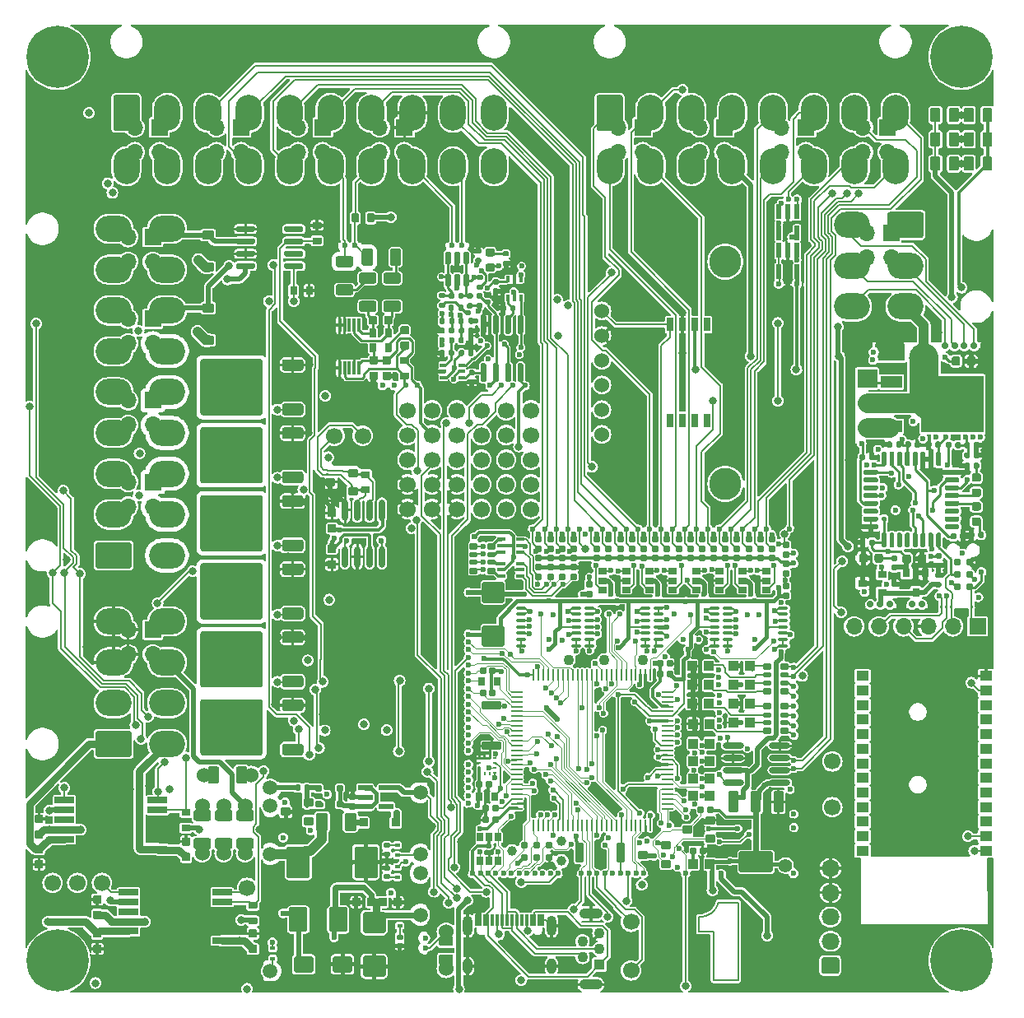
<source format=gtl>
G75*
G70*
%OFA0B0*%
%FSLAX25Y25*%
%IPPOS*%
%LPD*%
%AMOC8*
5,1,8,0,0,1.08239X$1,22.5*
%
%AMM1*
21,1,0.086610,0.073230,0.000000,0.000000,270.000000*
21,1,0.069290,0.090550,0.000000,0.000000,270.000000*
1,1,0.017320,-0.036610,-0.034650*
1,1,0.017320,-0.036610,0.034650*
1,1,0.017320,0.036610,0.034650*
1,1,0.017320,0.036610,-0.034650*
%
%AMM10*
21,1,0.015750,0.016540,0.000000,0.000000,270.000000*
21,1,0.012600,0.019680,0.000000,0.000000,270.000000*
1,1,0.003150,-0.008270,-0.006300*
1,1,0.003150,-0.008270,0.006300*
1,1,0.003150,0.008270,0.006300*
1,1,0.003150,0.008270,-0.006300*
%
%AMM11*
21,1,0.023620,0.018900,0.000000,0.000000,90.000000*
21,1,0.018900,0.023620,0.000000,0.000000,90.000000*
1,1,0.004720,0.009450,0.009450*
1,1,0.004720,0.009450,-0.009450*
1,1,0.004720,-0.009450,-0.009450*
1,1,0.004720,-0.009450,0.009450*
%
%AMM115*
21,1,0.021650,0.052760,0.000000,-0.000000,180.000000*
21,1,0.017320,0.057090,0.000000,-0.000000,180.000000*
1,1,0.004330,-0.008660,0.026380*
1,1,0.004330,0.008660,0.026380*
1,1,0.004330,0.008660,-0.026380*
1,1,0.004330,-0.008660,-0.026380*
%
%AMM12*
21,1,0.019680,0.019680,0.000000,0.000000,0.000000*
21,1,0.015750,0.023620,0.000000,0.000000,0.000000*
1,1,0.003940,0.007870,-0.009840*
1,1,0.003940,-0.007870,-0.009840*
1,1,0.003940,-0.007870,0.009840*
1,1,0.003940,0.007870,0.009840*
%
%AMM13*
21,1,0.019680,0.019680,0.000000,0.000000,270.000000*
21,1,0.015750,0.023620,0.000000,0.000000,270.000000*
1,1,0.003940,-0.009840,-0.007870*
1,1,0.003940,-0.009840,0.007870*
1,1,0.003940,0.009840,0.007870*
1,1,0.003940,0.009840,-0.007870*
%
%AMM183*
21,1,0.025590,0.026380,-0.000000,-0.000000,90.000000*
21,1,0.020470,0.031500,-0.000000,-0.000000,90.000000*
1,1,0.005120,0.013190,0.010240*
1,1,0.005120,0.013190,-0.010240*
1,1,0.005120,-0.013190,-0.010240*
1,1,0.005120,-0.013190,0.010240*
%
%AMM184*
21,1,0.017720,0.027950,-0.000000,-0.000000,90.000000*
21,1,0.014170,0.031500,-0.000000,-0.000000,90.000000*
1,1,0.003540,0.013980,0.007090*
1,1,0.003540,0.013980,-0.007090*
1,1,0.003540,-0.013980,-0.007090*
1,1,0.003540,-0.013980,0.007090*
%
%AMM185*
21,1,0.012600,0.028980,-0.000000,-0.000000,270.000000*
21,1,0.010080,0.031500,-0.000000,-0.000000,270.000000*
1,1,0.002520,-0.014490,-0.005040*
1,1,0.002520,-0.014490,0.005040*
1,1,0.002520,0.014490,0.005040*
1,1,0.002520,0.014490,-0.005040*
%
%AMM186*
21,1,0.023620,0.030710,-0.000000,-0.000000,0.000000*
21,1,0.018900,0.035430,-0.000000,-0.000000,0.000000*
1,1,0.004720,0.009450,-0.015350*
1,1,0.004720,-0.009450,-0.015350*
1,1,0.004720,-0.009450,0.015350*
1,1,0.004720,0.009450,0.015350*
%
%AMM187*
21,1,0.027560,0.018900,-0.000000,-0.000000,270.000000*
21,1,0.022840,0.023620,-0.000000,-0.000000,270.000000*
1,1,0.004720,-0.009450,-0.011420*
1,1,0.004720,-0.009450,0.011420*
1,1,0.004720,0.009450,0.011420*
1,1,0.004720,0.009450,-0.011420*
%
%AMM188*
21,1,0.031500,0.072440,-0.000000,-0.000000,270.000000*
21,1,0.025200,0.078740,-0.000000,-0.000000,270.000000*
1,1,0.006300,-0.036220,-0.012600*
1,1,0.006300,-0.036220,0.012600*
1,1,0.006300,0.036220,0.012600*
1,1,0.006300,0.036220,-0.012600*
%
%AMM189*
21,1,0.027560,0.018900,-0.000000,-0.000000,0.000000*
21,1,0.022840,0.023620,-0.000000,-0.000000,0.000000*
1,1,0.004720,0.011420,-0.009450*
1,1,0.004720,-0.011420,-0.009450*
1,1,0.004720,-0.011420,0.009450*
1,1,0.004720,0.011420,0.009450*
%
%AMM190*
21,1,0.023620,0.030710,-0.000000,-0.000000,90.000000*
21,1,0.018900,0.035430,-0.000000,-0.000000,90.000000*
1,1,0.004720,0.015350,0.009450*
1,1,0.004720,0.015350,-0.009450*
1,1,0.004720,-0.015350,-0.009450*
1,1,0.004720,-0.015350,0.009450*
%
%AMM191*
21,1,0.035430,0.030320,-0.000000,-0.000000,90.000000*
21,1,0.028350,0.037400,-0.000000,-0.000000,90.000000*
1,1,0.007090,0.015160,0.014170*
1,1,0.007090,0.015160,-0.014170*
1,1,0.007090,-0.015160,-0.014170*
1,1,0.007090,-0.015160,0.014170*
%
%AMM192*
21,1,0.043310,0.075980,-0.000000,-0.000000,180.000000*
21,1,0.034650,0.084650,-0.000000,-0.000000,180.000000*
1,1,0.008660,-0.017320,0.037990*
1,1,0.008660,0.017320,0.037990*
1,1,0.008660,0.017320,-0.037990*
1,1,0.008660,-0.017320,-0.037990*
%
%AMM193*
21,1,0.039370,0.035430,-0.000000,-0.000000,180.000000*
21,1,0.031500,0.043310,-0.000000,-0.000000,180.000000*
1,1,0.007870,-0.015750,0.017720*
1,1,0.007870,0.015750,0.017720*
1,1,0.007870,0.015750,-0.017720*
1,1,0.007870,-0.015750,-0.017720*
%
%AMM194*
21,1,0.027560,0.030710,-0.000000,-0.000000,180.000000*
21,1,0.022050,0.036220,-0.000000,-0.000000,180.000000*
1,1,0.005510,-0.011020,0.015350*
1,1,0.005510,0.011020,0.015350*
1,1,0.005510,0.011020,-0.015350*
1,1,0.005510,-0.011020,-0.015350*
%
%AMM195*
21,1,0.031500,0.072440,-0.000000,-0.000000,180.000000*
21,1,0.025200,0.078740,-0.000000,-0.000000,180.000000*
1,1,0.006300,-0.012600,0.036220*
1,1,0.006300,0.012600,0.036220*
1,1,0.006300,0.012600,-0.036220*
1,1,0.006300,-0.012600,-0.036220*
%
%AMM196*
21,1,0.137800,0.067720,-0.000000,-0.000000,180.000000*
21,1,0.120870,0.084650,-0.000000,-0.000000,180.000000*
1,1,0.016930,-0.060430,0.033860*
1,1,0.016930,0.060430,0.033860*
1,1,0.016930,0.060430,-0.033860*
1,1,0.016930,-0.060430,-0.033860*
%
%AMM197*
21,1,0.043310,0.075990,-0.000000,-0.000000,180.000000*
21,1,0.034650,0.084650,-0.000000,-0.000000,180.000000*
1,1,0.008660,-0.017320,0.037990*
1,1,0.008660,0.017320,0.037990*
1,1,0.008660,0.017320,-0.037990*
1,1,0.008660,-0.017320,-0.037990*
%
%AMM198*
21,1,0.086610,0.073230,-0.000000,-0.000000,270.000000*
21,1,0.069290,0.090550,-0.000000,-0.000000,270.000000*
1,1,0.017320,-0.036610,-0.034650*
1,1,0.017320,-0.036610,0.034650*
1,1,0.017320,0.036610,0.034650*
1,1,0.017320,0.036610,-0.034650*
%
%AMM2*
21,1,0.094490,0.111020,0.000000,0.000000,0.000000*
21,1,0.075590,0.129920,0.000000,0.000000,0.000000*
1,1,0.018900,0.037800,-0.055510*
1,1,0.018900,-0.037800,-0.055510*
1,1,0.018900,-0.037800,0.055510*
1,1,0.018900,0.037800,0.055510*
%
%AMM249*
21,1,0.035430,0.030320,0.000000,-0.000000,90.000000*
21,1,0.028350,0.037400,0.000000,-0.000000,90.000000*
1,1,0.007090,0.015160,0.014170*
1,1,0.007090,0.015160,-0.014170*
1,1,0.007090,-0.015160,-0.014170*
1,1,0.007090,-0.015160,0.014170*
%
%AMM250*
21,1,0.033470,0.026770,0.000000,-0.000000,270.000000*
21,1,0.026770,0.033470,0.000000,-0.000000,270.000000*
1,1,0.006690,-0.013390,-0.013390*
1,1,0.006690,-0.013390,0.013390*
1,1,0.006690,0.013390,0.013390*
1,1,0.006690,0.013390,-0.013390*
%
%AMM251*
21,1,0.027560,0.030710,0.000000,-0.000000,90.000000*
21,1,0.022050,0.036220,0.000000,-0.000000,90.000000*
1,1,0.005510,0.015350,0.011020*
1,1,0.005510,0.015350,-0.011020*
1,1,0.005510,-0.015350,-0.011020*
1,1,0.005510,-0.015350,0.011020*
%
%AMM3*
21,1,0.074800,0.083460,0.000000,0.000000,0.000000*
21,1,0.059840,0.098430,0.000000,0.000000,0.000000*
1,1,0.014960,0.029920,-0.041730*
1,1,0.014960,-0.029920,-0.041730*
1,1,0.014960,-0.029920,0.041730*
1,1,0.014960,0.029920,0.041730*
%
%AMM4*
21,1,0.078740,0.053540,0.000000,0.000000,180.000000*
21,1,0.065350,0.066930,0.000000,0.000000,180.000000*
1,1,0.013390,-0.032680,0.026770*
1,1,0.013390,0.032680,0.026770*
1,1,0.013390,0.032680,-0.026770*
1,1,0.013390,-0.032680,-0.026770*
%
%AMM5*
21,1,0.035430,0.030320,0.000000,0.000000,90.000000*
21,1,0.028350,0.037400,0.000000,0.000000,90.000000*
1,1,0.007090,0.015160,0.014170*
1,1,0.007090,0.015160,-0.014170*
1,1,0.007090,-0.015160,-0.014170*
1,1,0.007090,-0.015160,0.014170*
%
%AMM6*
21,1,0.021650,0.052760,0.000000,0.000000,270.000000*
21,1,0.017320,0.057090,0.000000,0.000000,270.000000*
1,1,0.004330,-0.026380,-0.008660*
1,1,0.004330,-0.026380,0.008660*
1,1,0.004330,0.026380,0.008660*
1,1,0.004330,0.026380,-0.008660*
%
%AMM7*
21,1,0.035830,0.026770,0.000000,0.000000,0.000000*
21,1,0.029130,0.033470,0.000000,0.000000,0.000000*
1,1,0.006690,0.014570,-0.013390*
1,1,0.006690,-0.014570,-0.013390*
1,1,0.006690,-0.014570,0.013390*
1,1,0.006690,0.014570,0.013390*
%
%AMM8*
21,1,0.070870,0.036220,0.000000,0.000000,90.000000*
21,1,0.061810,0.045280,0.000000,0.000000,90.000000*
1,1,0.009060,0.018110,0.030910*
1,1,0.009060,0.018110,-0.030910*
1,1,0.009060,-0.018110,-0.030910*
1,1,0.009060,-0.018110,0.030910*
%
%AMM9*
21,1,0.033470,0.026770,0.000000,0.000000,0.000000*
21,1,0.026770,0.033470,0.000000,0.000000,0.000000*
1,1,0.006690,0.013390,-0.013390*
1,1,0.006690,-0.013390,-0.013390*
1,1,0.006690,-0.013390,0.013390*
1,1,0.006690,0.013390,0.013390*
%
%ADD10C,0.00787*%
%ADD101C,0.01968*%
%ADD102C,0.01575*%
%ADD103M1*%
%ADD104M2*%
%ADD105M3*%
%ADD106M4*%
%ADD107M5*%
%ADD108M6*%
%ADD109M7*%
%ADD11R,0.06693X0.06693*%
%ADD110M8*%
%ADD111M9*%
%ADD112M10*%
%ADD113M11*%
%ADD114M12*%
%ADD115M13*%
%ADD116O,0.00787X0.40158*%
%ADD12O,0.06693X0.06693*%
%ADD13O,0.10630X0.14567*%
%ADD14C,0.06693*%
%ADD147C,0.01850*%
%ADD15C,0.02756*%
%ADD153R,0.02559X0.01575*%
%ADD154R,0.01575X0.02559*%
%ADD157R,0.03543X0.03150*%
%ADD159C,0.05118*%
%ADD16C,0.11811*%
%ADD161R,0.03150X0.03543*%
%ADD169C,0.03100*%
%ADD17R,0.11811X0.00984*%
%ADD172C,0.03900*%
%ADD18R,0.04331X0.00984*%
%ADD181O,0.04724X0.00866*%
%ADD182O,0.00866X0.04724*%
%ADD183O,0.04331X0.01181*%
%ADD186R,0.01378X0.00984*%
%ADD187R,0.00984X0.01378*%
%ADD19R,0.03858X0.00984*%
%ADD192O,0.08661X0.02362*%
%ADD20R,0.05709X0.00984*%
%ADD200C,0.00492*%
%ADD201C,0.01260*%
%ADD202C,0.05512*%
%ADD21R,0.00984X1.08661*%
%ADD22R,0.07677X0.00984*%
%ADD23R,0.03740X0.00984*%
%ADD24C,0.03150*%
%ADD25C,0.25197*%
%ADD26C,0.06000*%
%ADD266O,0.01968X0.00984*%
%ADD267O,0.00984X0.01968*%
%ADD27O,0.07283X0.06693*%
%ADD28C,0.02362*%
%ADD29R,0.24350X0.00984*%
%ADD297M115*%
%ADD30R,0.04390X0.00984*%
%ADD307R,0.01181X0.05512*%
%ADD308R,0.08661X0.04724*%
%ADD309R,0.25197X0.22835*%
%ADD31R,0.00984X0.56201*%
%ADD310R,0.07874X0.07500*%
%ADD311O,0.07874X0.07500*%
%ADD32R,0.00984X0.59449*%
%ADD33R,0.20374X0.00984*%
%ADD335O,0.02362X0.08661*%
%ADD34R,0.04331X0.04331*%
%ADD35C,0.04331*%
%ADD36O,0.09449X0.04331*%
%ADD37O,0.04823X0.00787*%
%ADD38O,0.00787X0.36614*%
%ADD39C,0.05906*%
%ADD393M183*%
%ADD394M184*%
%ADD395M185*%
%ADD396M186*%
%ADD397M187*%
%ADD398M188*%
%ADD399M189*%
%ADD40O,0.00787X0.12992*%
%ADD400M190*%
%ADD401M191*%
%ADD402M192*%
%ADD403M193*%
%ADD404M194*%
%ADD405M195*%
%ADD406M196*%
%ADD407M197*%
%ADD408M198*%
%ADD41O,0.00787X0.40157*%
%ADD42O,0.00787X0.01181*%
%ADD43O,0.66929X0.00787*%
%ADD44O,0.60630X0.00787*%
%ADD45O,0.00787X0.18898*%
%ADD46O,0.00787X0.10236*%
%ADD460M249*%
%ADD461M250*%
%ADD462M251*%
%ADD47O,0.00787X0.03937*%
%ADD48O,0.00787X0.05906*%
%ADD49O,0.22323X0.00787*%
%ADD50O,0.00787X0.43701*%
%ADD51O,0.01575X0.38583*%
%ADD52O,0.00984X0.01969*%
%ADD53O,0.26772X0.00787*%
%ADD54O,0.01969X0.00984*%
%ADD55O,0.14567X0.10630*%
%ADD56R,0.05118X0.03937*%
%ADD57R,0.07874X0.02559*%
%ADD58R,0.17717X0.31890*%
%ADD59R,0.00787X0.14567*%
%ADD60R,0.00787X0.01575*%
%ADD61R,0.00787X0.06299*%
%ADD62R,0.00787X0.38189*%
%ADD63R,0.00787X0.09055*%
%ADD64R,0.05512X0.00787*%
%ADD65R,0.25197X0.00787*%
%ADD66R,0.06693X0.00787*%
%ADD67R,0.12992X0.00787*%
%ADD68R,0.00787X0.27559*%
%ADD69R,0.00787X0.12992*%
%ADD70R,0.00787X0.24803*%
%ADD71R,0.01181X0.04528*%
%ADD72O,0.03937X0.08268*%
%ADD73O,0.03937X0.06299*%
%ADD74C,0.13000*%
%ADD75R,0.02717X0.05315*%
%ADD76C,0.01181*%
%ADD77C,0.03937*%
%ADD78C,0.01969*%
%ADD79C,0.00591*%
%ADD86C,0.00984*%
%ADD89C,0.00800*%
%ADD99C,0.07874*%
X0000000Y0000000D02*
%LPD*%
G01*
D10*
X0273622Y0025591D02*
X0273622Y0031496D01*
X0273622Y0025591D02*
X0279528Y0025591D01*
X0279528Y0025591D02*
X0279528Y0005906D01*
X0279528Y0005906D02*
X0289370Y0005906D01*
X0289370Y0037402D02*
X0281496Y0037402D01*
X0289370Y0005906D02*
X0289370Y0037402D01*
X0281496Y0037402D02*
G75*
G02*
X0273622Y0031496I-007565J0001885D01*
G01*
G36*
G01*
X0380906Y0334154D02*
X0380906Y0339075D01*
G75*
G02*
X0381299Y0339469I0000394J0000000D01*
G01*
X0384449Y0339469D01*
G75*
G02*
X0384843Y0339075I0000000J-000394D01*
G01*
X0384843Y0334154D01*
G75*
G02*
X0384449Y0333760I-000394J0000000D01*
G01*
X0381299Y0333760D01*
G75*
G02*
X0380906Y0334154I0000000J0000394D01*
G01*
G37*
G36*
G01*
X0388386Y0334154D02*
X0388386Y0339075D01*
G75*
G02*
X0388780Y0339469I0000394J0000000D01*
G01*
X0391929Y0339469D01*
G75*
G02*
X0392323Y0339075I0000000J-000394D01*
G01*
X0392323Y0334154D01*
G75*
G02*
X0391929Y0333760I-000394J0000000D01*
G01*
X0388780Y0333760D01*
G75*
G02*
X0388386Y0334154I0000000J0000394D01*
G01*
G37*
G36*
G01*
X0113287Y0295709D02*
X0113287Y0294528D01*
G75*
G02*
X0112697Y0293937I-000591J0000000D01*
G01*
X0106201Y0293937D01*
G75*
G02*
X0105610Y0294528I0000000J0000591D01*
G01*
X0105610Y0295709D01*
G75*
G02*
X0106201Y0296299I0000591J0000000D01*
G01*
X0112697Y0296299D01*
G75*
G02*
X0113287Y0295709I0000000J-000591D01*
G01*
G37*
G36*
G01*
X0113287Y0300709D02*
X0113287Y0299528D01*
G75*
G02*
X0112697Y0298937I-000591J0000000D01*
G01*
X0106201Y0298937D01*
G75*
G02*
X0105610Y0299528I0000000J0000591D01*
G01*
X0105610Y0300709D01*
G75*
G02*
X0106201Y0301299I0000591J0000000D01*
G01*
X0112697Y0301299D01*
G75*
G02*
X0113287Y0300709I0000000J-000591D01*
G01*
G37*
G36*
G01*
X0113287Y0305709D02*
X0113287Y0304528D01*
G75*
G02*
X0112697Y0303937I-000591J0000000D01*
G01*
X0106201Y0303937D01*
G75*
G02*
X0105610Y0304528I0000000J0000591D01*
G01*
X0105610Y0305709D01*
G75*
G02*
X0106201Y0306299I0000591J0000000D01*
G01*
X0112697Y0306299D01*
G75*
G02*
X0113287Y0305709I0000000J-000591D01*
G01*
G37*
G36*
G01*
X0113287Y0310709D02*
X0113287Y0309528D01*
G75*
G02*
X0112697Y0308937I-000591J0000000D01*
G01*
X0106201Y0308937D01*
G75*
G02*
X0105610Y0309528I0000000J0000591D01*
G01*
X0105610Y0310709D01*
G75*
G02*
X0106201Y0311299I0000591J0000000D01*
G01*
X0112697Y0311299D01*
G75*
G02*
X0113287Y0310709I0000000J-000591D01*
G01*
G37*
G36*
G01*
X0093799Y0310709D02*
X0093799Y0309528D01*
G75*
G02*
X0093209Y0308937I-000591J0000000D01*
G01*
X0086713Y0308937D01*
G75*
G02*
X0086122Y0309528I0000000J0000591D01*
G01*
X0086122Y0310709D01*
G75*
G02*
X0086713Y0311299I0000591J0000000D01*
G01*
X0093209Y0311299D01*
G75*
G02*
X0093799Y0310709I0000000J-000591D01*
G01*
G37*
G36*
G01*
X0093799Y0305709D02*
X0093799Y0304528D01*
G75*
G02*
X0093209Y0303937I-000591J0000000D01*
G01*
X0086713Y0303937D01*
G75*
G02*
X0086122Y0304528I0000000J0000591D01*
G01*
X0086122Y0305709D01*
G75*
G02*
X0086713Y0306299I0000591J0000000D01*
G01*
X0093209Y0306299D01*
G75*
G02*
X0093799Y0305709I0000000J-000591D01*
G01*
G37*
G36*
G01*
X0093799Y0300709D02*
X0093799Y0299528D01*
G75*
G02*
X0093209Y0298937I-000591J0000000D01*
G01*
X0086713Y0298937D01*
G75*
G02*
X0086122Y0299528I0000000J0000591D01*
G01*
X0086122Y0300709D01*
G75*
G02*
X0086713Y0301299I0000591J0000000D01*
G01*
X0093209Y0301299D01*
G75*
G02*
X0093799Y0300709I0000000J-000591D01*
G01*
G37*
G36*
G01*
X0093799Y0295709D02*
X0093799Y0294528D01*
G75*
G02*
X0093209Y0293937I-000591J0000000D01*
G01*
X0086713Y0293937D01*
G75*
G02*
X0086122Y0294528I0000000J0000591D01*
G01*
X0086122Y0295709D01*
G75*
G02*
X0086713Y0296299I0000591J0000000D01*
G01*
X0093209Y0296299D01*
G75*
G02*
X0093799Y0295709I0000000J-000591D01*
G01*
G37*
G36*
G01*
X0028583Y0040217D02*
X0031260Y0040217D01*
G75*
G02*
X0031594Y0039882I0000000J-000335D01*
G01*
X0031594Y0037205D01*
G75*
G02*
X0031260Y0036870I-000335J0000000D01*
G01*
X0028583Y0036870D01*
G75*
G02*
X0028248Y0037205I0000000J0000335D01*
G01*
X0028248Y0039882D01*
G75*
G02*
X0028583Y0040217I0000335J0000000D01*
G01*
G37*
G36*
G01*
X0028583Y0033996D02*
X0031260Y0033996D01*
G75*
G02*
X0031594Y0033661I0000000J-000335D01*
G01*
X0031594Y0030984D01*
G75*
G02*
X0031260Y0030650I-000335J0000000D01*
G01*
X0028583Y0030650D01*
G75*
G02*
X0028248Y0030984I0000000J0000335D01*
G01*
X0028248Y0033661D01*
G75*
G02*
X0028583Y0033996I0000335J0000000D01*
G01*
G37*
G36*
G01*
X0380906Y0343996D02*
X0380906Y0348917D01*
G75*
G02*
X0381299Y0349311I0000394J0000000D01*
G01*
X0384449Y0349311D01*
G75*
G02*
X0384843Y0348917I0000000J-000394D01*
G01*
X0384843Y0343996D01*
G75*
G02*
X0384449Y0343602I-000394J0000000D01*
G01*
X0381299Y0343602D01*
G75*
G02*
X0380906Y0343996I0000000J0000394D01*
G01*
G37*
G36*
G01*
X0388386Y0343996D02*
X0388386Y0348917D01*
G75*
G02*
X0388780Y0349311I0000394J0000000D01*
G01*
X0391929Y0349311D01*
G75*
G02*
X0392323Y0348917I0000000J-000394D01*
G01*
X0392323Y0343996D01*
G75*
G02*
X0391929Y0343602I-000394J0000000D01*
G01*
X0388780Y0343602D01*
G75*
G02*
X0388386Y0343996I0000000J0000394D01*
G01*
G37*
G36*
G01*
X0113386Y0155787D02*
X0113386Y0153031D01*
G75*
G02*
X0112402Y0152047I-000984J0000000D01*
G01*
X0105709Y0152047D01*
G75*
G02*
X0104724Y0153031I0000000J0000984D01*
G01*
X0104724Y0155787D01*
G75*
G02*
X0105709Y0156772I0000984J0000000D01*
G01*
X0112402Y0156772D01*
G75*
G02*
X0113386Y0155787I0000000J-000984D01*
G01*
G37*
G36*
G01*
X0096850Y0161811D02*
X0096850Y0152953D01*
G75*
G02*
X0095866Y0151969I-000984J0000000D01*
G01*
X0085827Y0151969D01*
G75*
G02*
X0084843Y0152953I0000000J0000984D01*
G01*
X0084843Y0161811D01*
G75*
G02*
X0085827Y0162795I0000984J0000000D01*
G01*
X0095866Y0162795D01*
G75*
G02*
X0096850Y0161811I0000000J-000984D01*
G01*
G37*
G36*
G01*
X0096850Y0173819D02*
X0096850Y0164961D01*
G75*
G02*
X0095866Y0163976I-000984J0000000D01*
G01*
X0085827Y0163976D01*
G75*
G02*
X0084843Y0164961I0000000J0000984D01*
G01*
X0084843Y0173819D01*
G75*
G02*
X0085827Y0174803I0000984J0000000D01*
G01*
X0095866Y0174803D01*
G75*
G02*
X0096850Y0173819I0000000J-000984D01*
G01*
G37*
G36*
G01*
X0096850Y0173819D02*
X0096850Y0152953D01*
G75*
G02*
X0095866Y0151969I-000984J0000000D01*
G01*
X0072638Y0151969D01*
G75*
G02*
X0071654Y0152953I0000000J0000984D01*
G01*
X0071654Y0173819D01*
G75*
G02*
X0072638Y0174803I0000984J0000000D01*
G01*
X0095866Y0174803D01*
G75*
G02*
X0096850Y0173819I0000000J-000984D01*
G01*
G37*
G36*
G01*
X0083661Y0161811D02*
X0083661Y0152953D01*
G75*
G02*
X0082677Y0151969I-000984J0000000D01*
G01*
X0072638Y0151969D01*
G75*
G02*
X0071654Y0152953I0000000J0000984D01*
G01*
X0071654Y0161811D01*
G75*
G02*
X0072638Y0162795I0000984J0000000D01*
G01*
X0082677Y0162795D01*
G75*
G02*
X0083661Y0161811I0000000J-000984D01*
G01*
G37*
G36*
G01*
X0083661Y0173819D02*
X0083661Y0164961D01*
G75*
G02*
X0082677Y0163976I-000984J0000000D01*
G01*
X0072638Y0163976D01*
G75*
G02*
X0071654Y0164961I0000000J0000984D01*
G01*
X0071654Y0173819D01*
G75*
G02*
X0072638Y0174803I0000984J0000000D01*
G01*
X0082677Y0174803D01*
G75*
G02*
X0083661Y0173819I0000000J-000984D01*
G01*
G37*
G36*
G01*
X0113386Y0173740D02*
X0113386Y0170984D01*
G75*
G02*
X0112402Y0170000I-000984J0000000D01*
G01*
X0105709Y0170000D01*
G75*
G02*
X0104724Y0170984I0000000J0000984D01*
G01*
X0104724Y0173740D01*
G75*
G02*
X0105709Y0174724I0000984J0000000D01*
G01*
X0112402Y0174724D01*
G75*
G02*
X0113386Y0173740I0000000J-000984D01*
G01*
G37*
D11*
X0052421Y0207677D03*
D12*
X0042421Y0207677D03*
X0052421Y0197677D03*
X0042421Y0197677D03*
G36*
G01*
X0232087Y0350886D02*
X0232087Y0363484D01*
G75*
G02*
X0233071Y0364469I0000984J0000000D01*
G01*
X0241732Y0364469D01*
G75*
G02*
X0242717Y0363484I0000000J-000984D01*
G01*
X0242717Y0350886D01*
G75*
G02*
X0241732Y0349902I-000984J0000000D01*
G01*
X0233071Y0349902D01*
G75*
G02*
X0232087Y0350886I0000000J0000984D01*
G01*
G37*
D13*
X0253937Y0357185D03*
X0270472Y0357185D03*
X0287008Y0357185D03*
X0303543Y0357185D03*
X0320079Y0357185D03*
X0336614Y0357185D03*
X0353150Y0357185D03*
X0237402Y0335531D03*
X0253937Y0335531D03*
X0270472Y0335531D03*
X0287008Y0335531D03*
X0303543Y0335531D03*
X0320079Y0335531D03*
X0336614Y0335531D03*
X0353150Y0335531D03*
D14*
X0327559Y0075984D03*
D11*
X0052421Y0240748D03*
D12*
X0042421Y0240748D03*
X0052421Y0230748D03*
X0042421Y0230748D03*
D15*
X0384941Y0262795D03*
X0373130Y0262795D03*
X0377067Y0262795D03*
X0381004Y0262795D03*
D16*
X0364665Y0257874D03*
D17*
X0350886Y0264272D03*
D18*
X0338287Y0156594D03*
D19*
X0355374Y0156594D03*
X0368366Y0156594D03*
D20*
X0388386Y0156594D03*
D21*
X0336614Y0210433D03*
X0390748Y0210433D03*
D22*
X0339961Y0264272D03*
D23*
X0389370Y0264272D03*
G36*
G01*
X0340650Y0193701D02*
X0345571Y0193701D01*
G75*
G02*
X0346063Y0193209I0000000J-000492D01*
G01*
X0346063Y0192224D01*
G75*
G02*
X0345571Y0191732I-000492J0000000D01*
G01*
X0340650Y0191732D01*
G75*
G02*
X0340157Y0192224I0000000J0000492D01*
G01*
X0340157Y0193209D01*
G75*
G02*
X0340650Y0193701I0000492J0000000D01*
G01*
G37*
G36*
G01*
X0351181Y0187106D02*
X0352165Y0187106D01*
G75*
G02*
X0352657Y0186614I0000000J-000492D01*
G01*
X0352657Y0181693D01*
G75*
G02*
X0352165Y0181201I-000492J0000000D01*
G01*
X0351181Y0181201D01*
G75*
G02*
X0350689Y0181693I0000000J0000492D01*
G01*
X0350689Y0186614D01*
G75*
G02*
X0351181Y0187106I0000492J0000000D01*
G01*
G37*
G36*
G01*
X0340650Y0190551D02*
X0345571Y0190551D01*
G75*
G02*
X0346063Y0190059I0000000J-000492D01*
G01*
X0346063Y0189075D01*
G75*
G02*
X0345571Y0188583I-000492J0000000D01*
G01*
X0340650Y0188583D01*
G75*
G02*
X0340157Y0189075I0000000J0000492D01*
G01*
X0340157Y0190059D01*
G75*
G02*
X0340650Y0190551I0000492J0000000D01*
G01*
G37*
G36*
G01*
X0350689Y0189272D02*
X0350689Y0190256D01*
G75*
G02*
X0351181Y0190748I0000492J0000000D01*
G01*
X0352165Y0190748D01*
G75*
G02*
X0352657Y0190256I0000000J-000492D01*
G01*
X0352657Y0189272D01*
G75*
G02*
X0352165Y0188780I-000492J0000000D01*
G01*
X0351181Y0188780D01*
G75*
G02*
X0350689Y0189272I0000000J0000492D01*
G01*
G37*
G36*
G01*
X0348031Y0193701D02*
X0349016Y0193701D01*
G75*
G02*
X0349508Y0193209I0000000J-000492D01*
G01*
X0349508Y0192224D01*
G75*
G02*
X0349016Y0191732I-000492J0000000D01*
G01*
X0348031Y0191732D01*
G75*
G02*
X0347539Y0192224I0000000J0000492D01*
G01*
X0347539Y0193209D01*
G75*
G02*
X0348031Y0193701I0000492J0000000D01*
G01*
G37*
G36*
G01*
X0348031Y0187106D02*
X0349016Y0187106D01*
G75*
G02*
X0349508Y0186614I0000000J-000492D01*
G01*
X0349508Y0181693D01*
G75*
G02*
X0349016Y0181201I-000492J0000000D01*
G01*
X0348031Y0181201D01*
G75*
G02*
X0347539Y0181693I0000000J0000492D01*
G01*
X0347539Y0186614D01*
G75*
G02*
X0348031Y0187106I0000492J0000000D01*
G01*
G37*
D15*
X0346949Y0158106D03*
X0350886Y0158106D03*
X0363862Y0158106D03*
X0359862Y0158106D03*
G36*
G01*
X0371752Y0156102D02*
X0371752Y0156102D01*
G75*
G02*
X0371260Y0156594I0000000J0000492D01*
G01*
X0371260Y0157579D01*
G75*
G02*
X0371752Y0158071I0000492J0000000D01*
G01*
X0371752Y0158071D01*
G75*
G02*
X0372244Y0157579I0000000J-000492D01*
G01*
X0372244Y0156594D01*
G75*
G02*
X0371752Y0156102I-000492J0000000D01*
G01*
G37*
G36*
G01*
X0373720Y0156102D02*
X0373720Y0156102D01*
G75*
G02*
X0373228Y0156594I0000000J0000492D01*
G01*
X0373228Y0157579D01*
G75*
G02*
X0373720Y0158071I0000492J0000000D01*
G01*
X0373720Y0158071D01*
G75*
G02*
X0374213Y0157579I0000000J-000492D01*
G01*
X0374213Y0156594D01*
G75*
G02*
X0373720Y0156102I-000492J0000000D01*
G01*
G37*
G36*
G01*
X0375689Y0156102D02*
X0375689Y0156102D01*
G75*
G02*
X0375197Y0156594I0000000J0000492D01*
G01*
X0375197Y0157579D01*
G75*
G02*
X0375689Y0158071I0000492J0000000D01*
G01*
X0375689Y0158071D01*
G75*
G02*
X0376181Y0157579I0000000J-000492D01*
G01*
X0376181Y0156594D01*
G75*
G02*
X0375689Y0156102I-000492J0000000D01*
G01*
G37*
G36*
G01*
X0383957Y0156102D02*
X0383957Y0156102D01*
G75*
G02*
X0383465Y0156594I0000000J0000492D01*
G01*
X0383465Y0157579D01*
G75*
G02*
X0383957Y0158071I0000492J0000000D01*
G01*
X0383957Y0158071D01*
G75*
G02*
X0384449Y0157579I0000000J-000492D01*
G01*
X0384449Y0156594D01*
G75*
G02*
X0383957Y0156102I-000492J0000000D01*
G01*
G37*
X0343012Y0158106D03*
G36*
G01*
X0036417Y0350886D02*
X0036417Y0363484D01*
G75*
G02*
X0037402Y0364469I0000984J0000000D01*
G01*
X0046063Y0364469D01*
G75*
G02*
X0047047Y0363484I0000000J-000984D01*
G01*
X0047047Y0350886D01*
G75*
G02*
X0046063Y0349902I-000984J0000000D01*
G01*
X0037402Y0349902D01*
G75*
G02*
X0036417Y0350886I0000000J0000984D01*
G01*
G37*
D13*
X0058268Y0357185D03*
X0074803Y0357185D03*
X0091339Y0357185D03*
X0107874Y0357185D03*
X0124409Y0357185D03*
X0140945Y0357185D03*
X0157480Y0357185D03*
X0174016Y0357185D03*
X0190551Y0357185D03*
X0041732Y0335531D03*
X0058268Y0335531D03*
X0074803Y0335531D03*
X0091339Y0335531D03*
X0107874Y0335531D03*
X0124409Y0335531D03*
X0140945Y0335531D03*
X0157480Y0335531D03*
X0174016Y0335531D03*
X0190551Y0335531D03*
G36*
G01*
X0113386Y0238465D02*
X0113386Y0235709D01*
G75*
G02*
X0112402Y0234724I-000984J0000000D01*
G01*
X0105709Y0234724D01*
G75*
G02*
X0104724Y0235709I0000000J0000984D01*
G01*
X0104724Y0238465D01*
G75*
G02*
X0105709Y0239449I0000984J0000000D01*
G01*
X0112402Y0239449D01*
G75*
G02*
X0113386Y0238465I0000000J-000984D01*
G01*
G37*
G36*
G01*
X0096850Y0244488D02*
X0096850Y0235630D01*
G75*
G02*
X0095866Y0234646I-000984J0000000D01*
G01*
X0085827Y0234646D01*
G75*
G02*
X0084843Y0235630I0000000J0000984D01*
G01*
X0084843Y0244488D01*
G75*
G02*
X0085827Y0245472I0000984J0000000D01*
G01*
X0095866Y0245472D01*
G75*
G02*
X0096850Y0244488I0000000J-000984D01*
G01*
G37*
G36*
G01*
X0096850Y0256496D02*
X0096850Y0247638D01*
G75*
G02*
X0095866Y0246654I-000984J0000000D01*
G01*
X0085827Y0246654D01*
G75*
G02*
X0084843Y0247638I0000000J0000984D01*
G01*
X0084843Y0256496D01*
G75*
G02*
X0085827Y0257480I0000984J0000000D01*
G01*
X0095866Y0257480D01*
G75*
G02*
X0096850Y0256496I0000000J-000984D01*
G01*
G37*
G36*
G01*
X0096850Y0256496D02*
X0096850Y0235630D01*
G75*
G02*
X0095866Y0234646I-000984J0000000D01*
G01*
X0072638Y0234646D01*
G75*
G02*
X0071654Y0235630I0000000J0000984D01*
G01*
X0071654Y0256496D01*
G75*
G02*
X0072638Y0257480I0000984J0000000D01*
G01*
X0095866Y0257480D01*
G75*
G02*
X0096850Y0256496I0000000J-000984D01*
G01*
G37*
G36*
G01*
X0083661Y0244488D02*
X0083661Y0235630D01*
G75*
G02*
X0082677Y0234646I-000984J0000000D01*
G01*
X0072638Y0234646D01*
G75*
G02*
X0071654Y0235630I0000000J0000984D01*
G01*
X0071654Y0244488D01*
G75*
G02*
X0072638Y0245472I0000984J0000000D01*
G01*
X0082677Y0245472D01*
G75*
G02*
X0083661Y0244488I0000000J-000984D01*
G01*
G37*
G36*
G01*
X0083661Y0256496D02*
X0083661Y0247638D01*
G75*
G02*
X0082677Y0246654I-000984J0000000D01*
G01*
X0072638Y0246654D01*
G75*
G02*
X0071654Y0247638I0000000J0000984D01*
G01*
X0071654Y0256496D01*
G75*
G02*
X0072638Y0257480I0000984J0000000D01*
G01*
X0082677Y0257480D01*
G75*
G02*
X0083661Y0256496I0000000J-000984D01*
G01*
G37*
G36*
G01*
X0113386Y0256417D02*
X0113386Y0253661D01*
G75*
G02*
X0112402Y0252677I-000984J0000000D01*
G01*
X0105709Y0252677D01*
G75*
G02*
X0104724Y0253661I0000000J0000984D01*
G01*
X0104724Y0256417D01*
G75*
G02*
X0105709Y0257402I0000984J0000000D01*
G01*
X0112402Y0257402D01*
G75*
G02*
X0113386Y0256417I0000000J-000984D01*
G01*
G37*
G36*
G01*
X0113386Y0210906D02*
X0113386Y0208150D01*
G75*
G02*
X0112402Y0207165I-000984J0000000D01*
G01*
X0105709Y0207165D01*
G75*
G02*
X0104724Y0208150I0000000J0000984D01*
G01*
X0104724Y0210906D01*
G75*
G02*
X0105709Y0211890I0000984J0000000D01*
G01*
X0112402Y0211890D01*
G75*
G02*
X0113386Y0210906I0000000J-000984D01*
G01*
G37*
G36*
G01*
X0096850Y0216929D02*
X0096850Y0208071D01*
G75*
G02*
X0095866Y0207087I-000984J0000000D01*
G01*
X0085827Y0207087D01*
G75*
G02*
X0084843Y0208071I0000000J0000984D01*
G01*
X0084843Y0216929D01*
G75*
G02*
X0085827Y0217913I0000984J0000000D01*
G01*
X0095866Y0217913D01*
G75*
G02*
X0096850Y0216929I0000000J-000984D01*
G01*
G37*
G36*
G01*
X0096850Y0228937D02*
X0096850Y0220079D01*
G75*
G02*
X0095866Y0219094I-000984J0000000D01*
G01*
X0085827Y0219094D01*
G75*
G02*
X0084843Y0220079I0000000J0000984D01*
G01*
X0084843Y0228937D01*
G75*
G02*
X0085827Y0229921I0000984J0000000D01*
G01*
X0095866Y0229921D01*
G75*
G02*
X0096850Y0228937I0000000J-000984D01*
G01*
G37*
G36*
G01*
X0096850Y0228937D02*
X0096850Y0208071D01*
G75*
G02*
X0095866Y0207087I-000984J0000000D01*
G01*
X0072638Y0207087D01*
G75*
G02*
X0071654Y0208071I0000000J0000984D01*
G01*
X0071654Y0228937D01*
G75*
G02*
X0072638Y0229921I0000984J0000000D01*
G01*
X0095866Y0229921D01*
G75*
G02*
X0096850Y0228937I0000000J-000984D01*
G01*
G37*
G36*
G01*
X0083661Y0216929D02*
X0083661Y0208071D01*
G75*
G02*
X0082677Y0207087I-000984J0000000D01*
G01*
X0072638Y0207087D01*
G75*
G02*
X0071654Y0208071I0000000J0000984D01*
G01*
X0071654Y0216929D01*
G75*
G02*
X0072638Y0217913I0000984J0000000D01*
G01*
X0082677Y0217913D01*
G75*
G02*
X0083661Y0216929I0000000J-000984D01*
G01*
G37*
G36*
G01*
X0083661Y0228937D02*
X0083661Y0220079D01*
G75*
G02*
X0082677Y0219094I-000984J0000000D01*
G01*
X0072638Y0219094D01*
G75*
G02*
X0071654Y0220079I0000000J0000984D01*
G01*
X0071654Y0228937D01*
G75*
G02*
X0072638Y0229921I0000984J0000000D01*
G01*
X0082677Y0229921D01*
G75*
G02*
X0083661Y0228937I0000000J-000984D01*
G01*
G37*
G36*
G01*
X0113386Y0228858D02*
X0113386Y0226102D01*
G75*
G02*
X0112402Y0225118I-000984J0000000D01*
G01*
X0105709Y0225118D01*
G75*
G02*
X0104724Y0226102I0000000J0000984D01*
G01*
X0104724Y0228858D01*
G75*
G02*
X0105709Y0229843I0000984J0000000D01*
G01*
X0112402Y0229843D01*
G75*
G02*
X0113386Y0228858I0000000J-000984D01*
G01*
G37*
D11*
X0154291Y0351280D03*
D12*
X0144291Y0351280D03*
X0154291Y0341280D03*
X0144291Y0341280D03*
D14*
X0125984Y0226378D03*
G36*
G01*
X0091575Y0026437D02*
X0094252Y0026437D01*
G75*
G02*
X0094587Y0026102I0000000J-000335D01*
G01*
X0094587Y0023425D01*
G75*
G02*
X0094252Y0023091I-000335J0000000D01*
G01*
X0091575Y0023091D01*
G75*
G02*
X0091240Y0023425I0000000J0000335D01*
G01*
X0091240Y0026102D01*
G75*
G02*
X0091575Y0026437I0000335J0000000D01*
G01*
G37*
G36*
G01*
X0091575Y0020217D02*
X0094252Y0020217D01*
G75*
G02*
X0094587Y0019882I0000000J-000335D01*
G01*
X0094587Y0017205D01*
G75*
G02*
X0094252Y0016870I-000335J0000000D01*
G01*
X0091575Y0016870D01*
G75*
G02*
X0091240Y0017205I0000000J0000335D01*
G01*
X0091240Y0019882D01*
G75*
G02*
X0091575Y0020217I0000335J0000000D01*
G01*
G37*
G36*
G01*
X0142057Y0316201D02*
X0142057Y0313130D01*
G75*
G02*
X0141781Y0312854I-000276J0000000D01*
G01*
X0139577Y0312854D01*
G75*
G02*
X0139301Y0313130I0000000J0000276D01*
G01*
X0139301Y0316201D01*
G75*
G02*
X0139577Y0316476I0000276J0000000D01*
G01*
X0141781Y0316476D01*
G75*
G02*
X0142057Y0316201I0000000J-000276D01*
G01*
G37*
G36*
G01*
X0135758Y0316201D02*
X0135758Y0313130D01*
G75*
G02*
X0135482Y0312854I-000276J0000000D01*
G01*
X0133278Y0312854D01*
G75*
G02*
X0133002Y0313130I0000000J0000276D01*
G01*
X0133002Y0316201D01*
G75*
G02*
X0133278Y0316476I0000276J0000000D01*
G01*
X0135482Y0316476D01*
G75*
G02*
X0135758Y0316201I0000000J-000276D01*
G01*
G37*
X0137402Y0226378D03*
G36*
G01*
X0064508Y0063681D02*
X0067185Y0063681D01*
G75*
G02*
X0067520Y0063346I0000000J-000335D01*
G01*
X0067520Y0060669D01*
G75*
G02*
X0067185Y0060335I-000335J0000000D01*
G01*
X0064508Y0060335D01*
G75*
G02*
X0064173Y0060669I0000000J0000335D01*
G01*
X0064173Y0063346D01*
G75*
G02*
X0064508Y0063681I0000335J0000000D01*
G01*
G37*
G36*
G01*
X0064508Y0057461D02*
X0067185Y0057461D01*
G75*
G02*
X0067520Y0057126I0000000J-000335D01*
G01*
X0067520Y0054449D01*
G75*
G02*
X0067185Y0054114I-000335J0000000D01*
G01*
X0064508Y0054114D01*
G75*
G02*
X0064173Y0054449I0000000J0000335D01*
G01*
X0064173Y0057126D01*
G75*
G02*
X0064508Y0057461I0000335J0000000D01*
G01*
G37*
X0021811Y0045276D03*
D24*
X0004331Y0379921D03*
X0007098Y0386603D03*
X0007098Y0373240D03*
X0013780Y0389370D03*
D25*
X0013780Y0379921D03*
D24*
X0013780Y0370472D03*
X0020461Y0386603D03*
X0020461Y0373240D03*
X0023228Y0379921D03*
X0370472Y0379921D03*
X0373240Y0386603D03*
X0373240Y0373240D03*
X0379921Y0389370D03*
D25*
X0379921Y0379921D03*
D24*
X0379921Y0370472D03*
X0386603Y0386603D03*
X0386603Y0373240D03*
X0389370Y0379921D03*
D26*
X0072441Y0076575D03*
G36*
G01*
X0068898Y0071280D02*
X0068898Y0073996D01*
G75*
G02*
X0069803Y0074902I0000906J0000000D01*
G01*
X0075079Y0074902D01*
G75*
G02*
X0075984Y0073996I0000000J-000906D01*
G01*
X0075984Y0071280D01*
G75*
G02*
X0075079Y0070374I-000906J0000000D01*
G01*
X0069803Y0070374D01*
G75*
G02*
X0068898Y0071280I0000000J0000906D01*
G01*
G37*
G36*
G01*
X0068898Y0059862D02*
X0068898Y0062579D01*
G75*
G02*
X0069803Y0063484I0000906J0000000D01*
G01*
X0075079Y0063484D01*
G75*
G02*
X0075984Y0062579I0000000J-000906D01*
G01*
X0075984Y0059862D01*
G75*
G02*
X0075079Y0058957I-000906J0000000D01*
G01*
X0069803Y0058957D01*
G75*
G02*
X0068898Y0059862I0000000J0000906D01*
G01*
G37*
X0072441Y0057283D03*
G36*
G01*
X0367323Y0334154D02*
X0367323Y0339075D01*
G75*
G02*
X0367717Y0339469I0000394J0000000D01*
G01*
X0370866Y0339469D01*
G75*
G02*
X0371260Y0339075I0000000J-000394D01*
G01*
X0371260Y0334154D01*
G75*
G02*
X0370866Y0333760I-000394J0000000D01*
G01*
X0367717Y0333760D01*
G75*
G02*
X0367323Y0334154I0000000J0000394D01*
G01*
G37*
G36*
G01*
X0374803Y0334154D02*
X0374803Y0339075D01*
G75*
G02*
X0375197Y0339469I0000394J0000000D01*
G01*
X0378347Y0339469D01*
G75*
G02*
X0378740Y0339075I0000000J-000394D01*
G01*
X0378740Y0334154D01*
G75*
G02*
X0378347Y0333760I-000394J0000000D01*
G01*
X0375197Y0333760D01*
G75*
G02*
X0374803Y0334154I0000000J0000394D01*
G01*
G37*
G36*
G01*
X0004961Y0072894D02*
X0007638Y0072894D01*
G75*
G02*
X0007972Y0072559I0000000J-000335D01*
G01*
X0007972Y0069882D01*
G75*
G02*
X0007638Y0069547I-000335J0000000D01*
G01*
X0004961Y0069547D01*
G75*
G02*
X0004626Y0069882I0000000J0000335D01*
G01*
X0004626Y0072559D01*
G75*
G02*
X0004961Y0072894I0000335J0000000D01*
G01*
G37*
G36*
G01*
X0004961Y0066673D02*
X0007638Y0066673D01*
G75*
G02*
X0007972Y0066339I0000000J-000335D01*
G01*
X0007972Y0063661D01*
G75*
G02*
X0007638Y0063327I-000335J0000000D01*
G01*
X0004961Y0063327D01*
G75*
G02*
X0004626Y0063661I0000000J0000335D01*
G01*
X0004626Y0066339D01*
G75*
G02*
X0004961Y0066673I0000335J0000000D01*
G01*
G37*
G36*
G01*
X0329429Y0008465D02*
X0324114Y0008465D01*
G75*
G02*
X0323130Y0009449I0000000J0000984D01*
G01*
X0323130Y0014173D01*
G75*
G02*
X0324114Y0015157I0000984J0000000D01*
G01*
X0329429Y0015157D01*
G75*
G02*
X0330413Y0014173I0000000J-000984D01*
G01*
X0330413Y0009449D01*
G75*
G02*
X0329429Y0008465I-000984J0000000D01*
G01*
G37*
D27*
X0326772Y0021654D03*
X0326772Y0031496D03*
X0326772Y0041339D03*
X0326772Y0051181D03*
D14*
X0246063Y0029528D03*
D24*
X0004331Y0013780D03*
X0007098Y0020461D03*
X0007098Y0007098D03*
X0013780Y0023228D03*
D25*
X0013780Y0013780D03*
D24*
X0013780Y0004331D03*
X0020461Y0020461D03*
X0020461Y0007098D03*
X0023228Y0013780D03*
D28*
X0193602Y0246752D03*
X0188878Y0246752D03*
X0198327Y0246752D03*
X0203051Y0246752D03*
D29*
X0192549Y0304429D03*
D30*
X0168730Y0304429D03*
D31*
X0204232Y0276821D03*
D32*
X0167028Y0275197D03*
D33*
X0176722Y0245965D03*
D28*
X0177618Y0303543D03*
X0173681Y0303543D03*
G36*
G01*
X0117126Y0286772D02*
X0117126Y0283701D01*
G75*
G02*
X0116850Y0283425I-000276J0000000D01*
G01*
X0114646Y0283425D01*
G75*
G02*
X0114370Y0283701I0000000J0000276D01*
G01*
X0114370Y0286772D01*
G75*
G02*
X0114646Y0287047I0000276J0000000D01*
G01*
X0116850Y0287047D01*
G75*
G02*
X0117126Y0286772I0000000J-000276D01*
G01*
G37*
G36*
G01*
X0110827Y0286772D02*
X0110827Y0283701D01*
G75*
G02*
X0110551Y0283425I-000276J0000000D01*
G01*
X0108346Y0283425D01*
G75*
G02*
X0108071Y0283701I0000000J0000276D01*
G01*
X0108071Y0286772D01*
G75*
G02*
X0108346Y0287047I0000276J0000000D01*
G01*
X0110551Y0287047D01*
G75*
G02*
X0110827Y0286772I0000000J-000276D01*
G01*
G37*
D14*
X0011811Y0045276D03*
D34*
X0233268Y0012205D03*
D35*
X0226378Y0015354D03*
X0233268Y0018504D03*
X0226378Y0021654D03*
X0233268Y0024803D03*
D36*
X0229823Y0004134D03*
X0229823Y0032874D03*
D26*
X0081102Y0076575D03*
G36*
G01*
X0077559Y0071280D02*
X0077559Y0073996D01*
G75*
G02*
X0078465Y0074902I0000906J0000000D01*
G01*
X0083740Y0074902D01*
G75*
G02*
X0084646Y0073996I0000000J-000906D01*
G01*
X0084646Y0071280D01*
G75*
G02*
X0083740Y0070374I-000906J0000000D01*
G01*
X0078465Y0070374D01*
G75*
G02*
X0077559Y0071280I0000000J0000906D01*
G01*
G37*
G36*
G01*
X0077559Y0059862D02*
X0077559Y0062579D01*
G75*
G02*
X0078465Y0063484I0000906J0000000D01*
G01*
X0083740Y0063484D01*
G75*
G02*
X0084646Y0062579I0000000J-000906D01*
G01*
X0084646Y0059862D01*
G75*
G02*
X0083740Y0058957I-000906J0000000D01*
G01*
X0078465Y0058957D01*
G75*
G02*
X0077559Y0059862I0000000J0000906D01*
G01*
G37*
X0081102Y0057283D03*
D28*
X0313287Y0287894D03*
D37*
X0305512Y0322933D03*
D38*
X0315650Y0305020D03*
X0303445Y0305020D03*
D28*
X0309547Y0287894D03*
X0305807Y0287894D03*
X0309744Y0322146D03*
X0313287Y0322146D03*
G36*
G01*
X0031260Y0016870D02*
X0028583Y0016870D01*
G75*
G02*
X0028248Y0017205I0000000J0000335D01*
G01*
X0028248Y0019882D01*
G75*
G02*
X0028583Y0020217I0000335J0000000D01*
G01*
X0031260Y0020217D01*
G75*
G02*
X0031594Y0019882I0000000J-000335D01*
G01*
X0031594Y0017205D01*
G75*
G02*
X0031260Y0016870I-000335J0000000D01*
G01*
G37*
G36*
G01*
X0031260Y0023091D02*
X0028583Y0023091D01*
G75*
G02*
X0028248Y0023425I0000000J0000335D01*
G01*
X0028248Y0026102D01*
G75*
G02*
X0028583Y0026437I0000335J0000000D01*
G01*
X0031260Y0026437D01*
G75*
G02*
X0031594Y0026102I0000000J-000335D01*
G01*
X0031594Y0023425D01*
G75*
G02*
X0031260Y0023091I-000335J0000000D01*
G01*
G37*
D14*
X0090551Y0043307D03*
D39*
X0160925Y0081988D03*
X0160925Y0056791D03*
X0160925Y0049311D03*
X0160925Y0032382D03*
D28*
X0162697Y0022933D03*
X0162697Y0018996D03*
D40*
X0097343Y0066831D03*
D41*
X0097343Y0033366D03*
D42*
X0097343Y0005413D03*
D43*
X0130413Y0005217D03*
D44*
X0133563Y0086319D03*
D39*
X0160925Y0007776D03*
D42*
X0163484Y0086122D03*
D45*
X0163484Y0069587D03*
D46*
X0163484Y0040650D03*
D47*
X0163484Y0026870D03*
D48*
X0163484Y0013878D03*
D39*
X0099902Y0083760D03*
X0099902Y0076476D03*
X0099902Y0056988D03*
X0099902Y0009547D03*
G36*
G01*
X0113386Y0100669D02*
X0113386Y0097913D01*
G75*
G02*
X0112402Y0096929I-000984J0000000D01*
G01*
X0105709Y0096929D01*
G75*
G02*
X0104724Y0097913I0000000J0000984D01*
G01*
X0104724Y0100669D01*
G75*
G02*
X0105709Y0101654I0000984J0000000D01*
G01*
X0112402Y0101654D01*
G75*
G02*
X0113386Y0100669I0000000J-000984D01*
G01*
G37*
G36*
G01*
X0096850Y0106693D02*
X0096850Y0097835D01*
G75*
G02*
X0095866Y0096850I-000984J0000000D01*
G01*
X0085827Y0096850D01*
G75*
G02*
X0084843Y0097835I0000000J0000984D01*
G01*
X0084843Y0106693D01*
G75*
G02*
X0085827Y0107677I0000984J0000000D01*
G01*
X0095866Y0107677D01*
G75*
G02*
X0096850Y0106693I0000000J-000984D01*
G01*
G37*
G36*
G01*
X0096850Y0118701D02*
X0096850Y0109843D01*
G75*
G02*
X0095866Y0108858I-000984J0000000D01*
G01*
X0085827Y0108858D01*
G75*
G02*
X0084843Y0109843I0000000J0000984D01*
G01*
X0084843Y0118701D01*
G75*
G02*
X0085827Y0119685I0000984J0000000D01*
G01*
X0095866Y0119685D01*
G75*
G02*
X0096850Y0118701I0000000J-000984D01*
G01*
G37*
G36*
G01*
X0096850Y0118701D02*
X0096850Y0097835D01*
G75*
G02*
X0095866Y0096850I-000984J0000000D01*
G01*
X0072638Y0096850D01*
G75*
G02*
X0071654Y0097835I0000000J0000984D01*
G01*
X0071654Y0118701D01*
G75*
G02*
X0072638Y0119685I0000984J0000000D01*
G01*
X0095866Y0119685D01*
G75*
G02*
X0096850Y0118701I0000000J-000984D01*
G01*
G37*
G36*
G01*
X0083661Y0106693D02*
X0083661Y0097835D01*
G75*
G02*
X0082677Y0096850I-000984J0000000D01*
G01*
X0072638Y0096850D01*
G75*
G02*
X0071654Y0097835I0000000J0000984D01*
G01*
X0071654Y0106693D01*
G75*
G02*
X0072638Y0107677I0000984J0000000D01*
G01*
X0082677Y0107677D01*
G75*
G02*
X0083661Y0106693I0000000J-000984D01*
G01*
G37*
G36*
G01*
X0083661Y0118701D02*
X0083661Y0109843D01*
G75*
G02*
X0082677Y0108858I-000984J0000000D01*
G01*
X0072638Y0108858D01*
G75*
G02*
X0071654Y0109843I0000000J0000984D01*
G01*
X0071654Y0118701D01*
G75*
G02*
X0072638Y0119685I0000984J0000000D01*
G01*
X0082677Y0119685D01*
G75*
G02*
X0083661Y0118701I0000000J-000984D01*
G01*
G37*
G36*
G01*
X0113386Y0118622D02*
X0113386Y0115866D01*
G75*
G02*
X0112402Y0114882I-000984J0000000D01*
G01*
X0105709Y0114882D01*
G75*
G02*
X0104724Y0115866I0000000J0000984D01*
G01*
X0104724Y0118622D01*
G75*
G02*
X0105709Y0119606I0000984J0000000D01*
G01*
X0112402Y0119606D01*
G75*
G02*
X0113386Y0118622I0000000J-000984D01*
G01*
G37*
D49*
X0136860Y0214469D03*
D50*
X0147638Y0192913D03*
D51*
X0121654Y0190157D03*
D52*
X0121654Y0171949D03*
D53*
X0134498Y0171260D03*
D54*
X0121850Y0212697D03*
X0121850Y0210728D03*
D28*
X0125984Y0184941D03*
X0128051Y0188386D03*
X0131004Y0183760D03*
X0144980Y0184055D03*
G36*
G01*
X0064311Y0075236D02*
X0067382Y0075236D01*
G75*
G02*
X0067657Y0074961I0000000J-000276D01*
G01*
X0067657Y0072756D01*
G75*
G02*
X0067382Y0072480I-000276J0000000D01*
G01*
X0064311Y0072480D01*
G75*
G02*
X0064035Y0072756I0000000J0000276D01*
G01*
X0064035Y0074961D01*
G75*
G02*
X0064311Y0075236I0000276J0000000D01*
G01*
G37*
G36*
G01*
X0064311Y0068937D02*
X0067382Y0068937D01*
G75*
G02*
X0067657Y0068661I0000000J-000276D01*
G01*
X0067657Y0066457D01*
G75*
G02*
X0067382Y0066181I-000276J0000000D01*
G01*
X0064311Y0066181D01*
G75*
G02*
X0064035Y0066457I0000000J0000276D01*
G01*
X0064035Y0068661D01*
G75*
G02*
X0064311Y0068937I0000276J0000000D01*
G01*
G37*
D11*
X0316890Y0351280D03*
D12*
X0306890Y0351280D03*
X0316890Y0341280D03*
X0306890Y0341280D03*
G36*
G01*
X0042815Y0172638D02*
X0030217Y0172638D01*
G75*
G02*
X0029232Y0173622I0000000J0000984D01*
G01*
X0029232Y0182283D01*
G75*
G02*
X0030217Y0183268I0000984J0000000D01*
G01*
X0042815Y0183268D01*
G75*
G02*
X0043799Y0182283I0000000J-000984D01*
G01*
X0043799Y0173622D01*
G75*
G02*
X0042815Y0172638I-000984J0000000D01*
G01*
G37*
D55*
X0036516Y0194488D03*
X0036516Y0211024D03*
X0036516Y0227559D03*
X0036516Y0244094D03*
X0036516Y0260630D03*
X0036516Y0277165D03*
X0036516Y0293701D03*
X0036516Y0310236D03*
X0058169Y0177953D03*
X0058169Y0194488D03*
X0058169Y0211024D03*
X0058169Y0227559D03*
X0058169Y0244094D03*
X0058169Y0260630D03*
X0058169Y0277165D03*
X0058169Y0293701D03*
X0058169Y0310236D03*
G36*
G01*
X0113386Y0183346D02*
X0113386Y0180591D01*
G75*
G02*
X0112402Y0179606I-000984J0000000D01*
G01*
X0105709Y0179606D01*
G75*
G02*
X0104724Y0180591I0000000J0000984D01*
G01*
X0104724Y0183346D01*
G75*
G02*
X0105709Y0184331I0000984J0000000D01*
G01*
X0112402Y0184331D01*
G75*
G02*
X0113386Y0183346I0000000J-000984D01*
G01*
G37*
G36*
G01*
X0096850Y0189370D02*
X0096850Y0180512D01*
G75*
G02*
X0095866Y0179528I-000984J0000000D01*
G01*
X0085827Y0179528D01*
G75*
G02*
X0084843Y0180512I0000000J0000984D01*
G01*
X0084843Y0189370D01*
G75*
G02*
X0085827Y0190354I0000984J0000000D01*
G01*
X0095866Y0190354D01*
G75*
G02*
X0096850Y0189370I0000000J-000984D01*
G01*
G37*
G36*
G01*
X0096850Y0201378D02*
X0096850Y0192520D01*
G75*
G02*
X0095866Y0191535I-000984J0000000D01*
G01*
X0085827Y0191535D01*
G75*
G02*
X0084843Y0192520I0000000J0000984D01*
G01*
X0084843Y0201378D01*
G75*
G02*
X0085827Y0202362I0000984J0000000D01*
G01*
X0095866Y0202362D01*
G75*
G02*
X0096850Y0201378I0000000J-000984D01*
G01*
G37*
G36*
G01*
X0096850Y0201378D02*
X0096850Y0180512D01*
G75*
G02*
X0095866Y0179528I-000984J0000000D01*
G01*
X0072638Y0179528D01*
G75*
G02*
X0071654Y0180512I0000000J0000984D01*
G01*
X0071654Y0201378D01*
G75*
G02*
X0072638Y0202362I0000984J0000000D01*
G01*
X0095866Y0202362D01*
G75*
G02*
X0096850Y0201378I0000000J-000984D01*
G01*
G37*
G36*
G01*
X0083661Y0189370D02*
X0083661Y0180512D01*
G75*
G02*
X0082677Y0179528I-000984J0000000D01*
G01*
X0072638Y0179528D01*
G75*
G02*
X0071654Y0180512I0000000J0000984D01*
G01*
X0071654Y0189370D01*
G75*
G02*
X0072638Y0190354I0000984J0000000D01*
G01*
X0082677Y0190354D01*
G75*
G02*
X0083661Y0189370I0000000J-000984D01*
G01*
G37*
G36*
G01*
X0083661Y0201378D02*
X0083661Y0192520D01*
G75*
G02*
X0082677Y0191535I-000984J0000000D01*
G01*
X0072638Y0191535D01*
G75*
G02*
X0071654Y0192520I0000000J0000984D01*
G01*
X0071654Y0201378D01*
G75*
G02*
X0072638Y0202362I0000984J0000000D01*
G01*
X0082677Y0202362D01*
G75*
G02*
X0083661Y0201378I0000000J-000984D01*
G01*
G37*
G36*
G01*
X0113386Y0201299D02*
X0113386Y0198543D01*
G75*
G02*
X0112402Y0197559I-000984J0000000D01*
G01*
X0105709Y0197559D01*
G75*
G02*
X0104724Y0198543I0000000J0000984D01*
G01*
X0104724Y0201299D01*
G75*
G02*
X0105709Y0202283I0000984J0000000D01*
G01*
X0112402Y0202283D01*
G75*
G02*
X0113386Y0201299I0000000J-000984D01*
G01*
G37*
D56*
X0389764Y0058268D03*
X0389764Y0064173D03*
X0389764Y0070079D03*
X0389764Y0075984D03*
X0389764Y0081890D03*
X0389764Y0087795D03*
X0389764Y0093701D03*
X0389764Y0099606D03*
X0389764Y0105512D03*
X0389764Y0111417D03*
X0389764Y0117323D03*
X0389764Y0123228D03*
X0389764Y0129134D03*
X0339764Y0129134D03*
X0339764Y0123228D03*
X0339764Y0117323D03*
X0339764Y0111417D03*
X0339764Y0105512D03*
X0339764Y0099606D03*
X0339764Y0093701D03*
X0339764Y0087795D03*
X0339764Y0081890D03*
X0339764Y0075984D03*
X0339764Y0070079D03*
X0339764Y0064173D03*
X0339764Y0058268D03*
D11*
X0349961Y0351280D03*
D12*
X0339961Y0351280D03*
X0349961Y0341280D03*
X0339961Y0341280D03*
G36*
G01*
X0350886Y0317126D02*
X0363484Y0317126D01*
G75*
G02*
X0364469Y0316142I0000000J-000984D01*
G01*
X0364469Y0307480D01*
G75*
G02*
X0363484Y0306496I-000984J0000000D01*
G01*
X0350886Y0306496D01*
G75*
G02*
X0349902Y0307480I0000000J0000984D01*
G01*
X0349902Y0316142D01*
G75*
G02*
X0350886Y0317126I0000984J0000000D01*
G01*
G37*
D55*
X0357185Y0295276D03*
X0357185Y0278740D03*
X0335531Y0311811D03*
X0335531Y0295276D03*
X0335531Y0278740D03*
G36*
G01*
X0367323Y0353839D02*
X0367323Y0358760D01*
G75*
G02*
X0367717Y0359154I0000394J0000000D01*
G01*
X0370866Y0359154D01*
G75*
G02*
X0371260Y0358760I0000000J-000394D01*
G01*
X0371260Y0353839D01*
G75*
G02*
X0370866Y0353445I-000394J0000000D01*
G01*
X0367717Y0353445D01*
G75*
G02*
X0367323Y0353839I0000000J0000394D01*
G01*
G37*
G36*
G01*
X0374803Y0353839D02*
X0374803Y0358760D01*
G75*
G02*
X0375197Y0359154I0000394J0000000D01*
G01*
X0378347Y0359154D01*
G75*
G02*
X0378740Y0358760I0000000J-000394D01*
G01*
X0378740Y0353839D01*
G75*
G02*
X0378347Y0353445I-000394J0000000D01*
G01*
X0375197Y0353445D01*
G75*
G02*
X0374803Y0353839I0000000J0000394D01*
G01*
G37*
D11*
X0121220Y0351280D03*
D12*
X0111220Y0351280D03*
X0121220Y0341280D03*
X0111220Y0341280D03*
D26*
X0089764Y0076575D03*
G36*
G01*
X0086220Y0071280D02*
X0086220Y0073996D01*
G75*
G02*
X0087126Y0074902I0000906J0000000D01*
G01*
X0092402Y0074902D01*
G75*
G02*
X0093307Y0073996I0000000J-000906D01*
G01*
X0093307Y0071280D01*
G75*
G02*
X0092402Y0070374I-000906J0000000D01*
G01*
X0087126Y0070374D01*
G75*
G02*
X0086220Y0071280I0000000J0000906D01*
G01*
G37*
G36*
G01*
X0086220Y0059862D02*
X0086220Y0062579D01*
G75*
G02*
X0087126Y0063484I0000906J0000000D01*
G01*
X0092402Y0063484D01*
G75*
G02*
X0093307Y0062579I0000000J-000906D01*
G01*
X0093307Y0059862D01*
G75*
G02*
X0092402Y0058957I-000906J0000000D01*
G01*
X0087126Y0058957D01*
G75*
G02*
X0086220Y0059862I0000000J0000906D01*
G01*
G37*
X0089764Y0057283D03*
D14*
X0155512Y0196693D03*
X0155512Y0206693D03*
X0155512Y0216693D03*
X0155512Y0226693D03*
X0155512Y0236693D03*
X0165512Y0196693D03*
X0165512Y0206693D03*
X0165512Y0216693D03*
X0165512Y0226693D03*
X0165512Y0236693D03*
X0175512Y0196693D03*
X0175512Y0206693D03*
X0175512Y0216693D03*
X0175512Y0226693D03*
X0175512Y0236693D03*
X0246063Y0009843D03*
D26*
X0171160Y0025491D03*
G36*
G01*
X0168699Y0023699D02*
X0173621Y0023699D01*
G75*
G02*
X0174014Y0023306I0000000J-000394D01*
G01*
X0174014Y0020156D01*
G75*
G02*
X0173621Y0019762I-000394J0000000D01*
G01*
X0168699Y0019762D01*
G75*
G02*
X0168306Y0020156I0000000J0000394D01*
G01*
X0168306Y0023306D01*
G75*
G02*
X0168699Y0023699I0000394J0000000D01*
G01*
G37*
G36*
G01*
X0168699Y0016219D02*
X0173621Y0016219D01*
G75*
G02*
X0174014Y0015825I0000000J-000394D01*
G01*
X0174014Y0012676D01*
G75*
G02*
X0173621Y0012282I-000394J0000000D01*
G01*
X0168699Y0012282D01*
G75*
G02*
X0168306Y0012676I0000000J0000394D01*
G01*
X0168306Y0015825D01*
G75*
G02*
X0168699Y0016219I0000394J0000000D01*
G01*
G37*
X0171160Y0010491D03*
G36*
G01*
X0117362Y0312992D02*
X0120433Y0312992D01*
G75*
G02*
X0120709Y0312717I0000000J-000276D01*
G01*
X0120709Y0310512D01*
G75*
G02*
X0120433Y0310236I-000276J0000000D01*
G01*
X0117362Y0310236D01*
G75*
G02*
X0117087Y0310512I0000000J0000276D01*
G01*
X0117087Y0312717D01*
G75*
G02*
X0117362Y0312992I0000276J0000000D01*
G01*
G37*
G36*
G01*
X0117362Y0306693D02*
X0120433Y0306693D01*
G75*
G02*
X0120709Y0306417I0000000J-000276D01*
G01*
X0120709Y0304213D01*
G75*
G02*
X0120433Y0303937I-000276J0000000D01*
G01*
X0117362Y0303937D01*
G75*
G02*
X0117087Y0304213I0000000J0000276D01*
G01*
X0117087Y0306417D01*
G75*
G02*
X0117362Y0306693I0000276J0000000D01*
G01*
G37*
G36*
G01*
X0076811Y0292913D02*
X0072795Y0292913D01*
G75*
G02*
X0072441Y0293268I0000000J0000354D01*
G01*
X0072441Y0296102D01*
G75*
G02*
X0072795Y0296457I0000354J0000000D01*
G01*
X0076811Y0296457D01*
G75*
G02*
X0077165Y0296102I0000000J-000354D01*
G01*
X0077165Y0293268D01*
G75*
G02*
X0076811Y0292913I-000354J0000000D01*
G01*
G37*
G36*
G01*
X0076811Y0305906D02*
X0072795Y0305906D01*
G75*
G02*
X0072441Y0306260I0000000J0000354D01*
G01*
X0072441Y0309094D01*
G75*
G02*
X0072795Y0309449I0000354J0000000D01*
G01*
X0076811Y0309449D01*
G75*
G02*
X0077165Y0309094I0000000J-000354D01*
G01*
X0077165Y0306260D01*
G75*
G02*
X0076811Y0305906I-000354J0000000D01*
G01*
G37*
G36*
G01*
X0380906Y0353839D02*
X0380906Y0358760D01*
G75*
G02*
X0381299Y0359154I0000394J0000000D01*
G01*
X0384449Y0359154D01*
G75*
G02*
X0384843Y0358760I0000000J-000394D01*
G01*
X0384843Y0353839D01*
G75*
G02*
X0384449Y0353445I-000394J0000000D01*
G01*
X0381299Y0353445D01*
G75*
G02*
X0380906Y0353839I0000000J0000394D01*
G01*
G37*
G36*
G01*
X0388386Y0353839D02*
X0388386Y0358760D01*
G75*
G02*
X0388780Y0359154I0000394J0000000D01*
G01*
X0391929Y0359154D01*
G75*
G02*
X0392323Y0358760I0000000J-000394D01*
G01*
X0392323Y0353839D01*
G75*
G02*
X0391929Y0353445I-000394J0000000D01*
G01*
X0388780Y0353445D01*
G75*
G02*
X0388386Y0353839I0000000J0000394D01*
G01*
G37*
G36*
G01*
X0367323Y0343996D02*
X0367323Y0348917D01*
G75*
G02*
X0367717Y0349311I0000394J0000000D01*
G01*
X0370866Y0349311D01*
G75*
G02*
X0371260Y0348917I0000000J-000394D01*
G01*
X0371260Y0343996D01*
G75*
G02*
X0370866Y0343602I-000394J0000000D01*
G01*
X0367717Y0343602D01*
G75*
G02*
X0367323Y0343996I0000000J0000394D01*
G01*
G37*
G36*
G01*
X0374803Y0343996D02*
X0374803Y0348917D01*
G75*
G02*
X0375197Y0349311I0000394J0000000D01*
G01*
X0378347Y0349311D01*
G75*
G02*
X0378740Y0348917I0000000J-000394D01*
G01*
X0378740Y0343996D01*
G75*
G02*
X0378347Y0343602I-000394J0000000D01*
G01*
X0375197Y0343602D01*
G75*
G02*
X0374803Y0343996I0000000J0000394D01*
G01*
G37*
D57*
X0016535Y0078740D03*
X0016535Y0074803D03*
X0016535Y0070866D03*
X0016535Y0066929D03*
X0016535Y0062992D03*
X0016535Y0059055D03*
X0054331Y0059055D03*
X0054331Y0062992D03*
X0054331Y0066929D03*
X0054331Y0070866D03*
X0054331Y0074803D03*
X0054331Y0078740D03*
D58*
X0035433Y0068898D03*
D57*
X0042618Y0041496D03*
X0042618Y0037559D03*
X0042618Y0033622D03*
X0042618Y0029685D03*
X0042618Y0025748D03*
X0042618Y0021811D03*
X0080413Y0021811D03*
X0080413Y0025748D03*
X0080413Y0029685D03*
X0080413Y0033622D03*
X0080413Y0037559D03*
X0080413Y0041496D03*
D58*
X0061516Y0031654D03*
D11*
X0351437Y0308465D03*
D12*
X0341437Y0308465D03*
X0351437Y0298465D03*
X0341437Y0298465D03*
G36*
G01*
X0042815Y0096260D02*
X0030217Y0096260D01*
G75*
G02*
X0029232Y0097244I0000000J0000984D01*
G01*
X0029232Y0105906D01*
G75*
G02*
X0030217Y0106890I0000984J0000000D01*
G01*
X0042815Y0106890D01*
G75*
G02*
X0043799Y0105906I0000000J-000984D01*
G01*
X0043799Y0097244D01*
G75*
G02*
X0042815Y0096260I-000984J0000000D01*
G01*
G37*
D55*
X0036516Y0118110D03*
X0036516Y0134646D03*
X0036516Y0151181D03*
X0058169Y0101575D03*
X0058169Y0118110D03*
X0058169Y0134646D03*
X0058169Y0151181D03*
D14*
X0327559Y0094488D03*
D28*
X0180315Y0162992D03*
X0180315Y0146063D03*
X0180315Y0142913D03*
X0180315Y0139764D03*
X0180315Y0136614D03*
X0180315Y0133465D03*
X0180315Y0130315D03*
X0180315Y0127165D03*
X0180315Y0124016D03*
X0180315Y0120866D03*
X0180315Y0117717D03*
X0180315Y0114567D03*
X0180315Y0111417D03*
X0180315Y0108268D03*
X0180315Y0105118D03*
X0180315Y0101969D03*
X0180315Y0098819D03*
X0180315Y0093307D03*
X0180315Y0090158D03*
X0180315Y0087008D03*
X0180315Y0083858D03*
X0180315Y0080709D03*
X0180315Y0077559D03*
D59*
X0312598Y0058465D03*
D60*
X0312598Y0070472D03*
D59*
X0312598Y0082480D03*
D61*
X0312598Y0100000D03*
D62*
X0312598Y0153740D03*
D63*
X0312598Y0185236D03*
D64*
X0305512Y0189370D03*
D65*
X0297244Y0048425D03*
D66*
X0273425Y0048425D03*
D67*
X0259646Y0048425D03*
D64*
X0221260Y0048425D03*
D65*
X0191732Y0189370D03*
D68*
X0179528Y0061811D03*
D60*
X0179528Y0096063D03*
D69*
X0179528Y0154528D03*
D70*
X0179528Y0177362D03*
D28*
X0181890Y0049213D03*
X0185039Y0049213D03*
X0188189Y0049213D03*
X0191339Y0049213D03*
X0194488Y0049213D03*
X0197638Y0049213D03*
X0200787Y0049213D03*
X0203937Y0049213D03*
X0207087Y0049213D03*
X0210236Y0049213D03*
X0213386Y0049213D03*
X0216535Y0049213D03*
X0225984Y0049213D03*
X0229134Y0049213D03*
X0232283Y0049213D03*
X0235433Y0049213D03*
X0238583Y0049213D03*
X0241732Y0049213D03*
X0244882Y0049213D03*
X0248032Y0049213D03*
X0251181Y0049213D03*
X0268110Y0049213D03*
X0278740Y0049213D03*
X0282677Y0049213D03*
X0311811Y0049213D03*
X0206299Y0188583D03*
X0211024Y0188583D03*
X0215748Y0188583D03*
X0220472Y0188583D03*
X0225197Y0188583D03*
X0229921Y0188583D03*
X0234646Y0188583D03*
X0239370Y0188583D03*
X0244094Y0188583D03*
X0248819Y0188583D03*
X0253543Y0188583D03*
X0258268Y0188583D03*
X0262992Y0188583D03*
X0267717Y0188583D03*
X0272441Y0188583D03*
X0277165Y0188583D03*
X0281890Y0188583D03*
X0286614Y0188583D03*
X0291339Y0188583D03*
X0296063Y0188583D03*
X0300787Y0188583D03*
X0310236Y0188583D03*
X0311811Y0178740D03*
X0311811Y0174803D03*
X0311811Y0132677D03*
X0311811Y0128740D03*
X0311811Y0124803D03*
X0311811Y0120866D03*
X0311811Y0116929D03*
X0311811Y0112992D03*
X0311811Y0109055D03*
X0311811Y0105118D03*
X0311811Y0094882D03*
X0311811Y0091732D03*
X0311811Y0073228D03*
X0311811Y0067717D03*
G36*
G01*
X0113386Y0128228D02*
X0113386Y0125472D01*
G75*
G02*
X0112402Y0124488I-000984J0000000D01*
G01*
X0105709Y0124488D01*
G75*
G02*
X0104724Y0125472I0000000J0000984D01*
G01*
X0104724Y0128228D01*
G75*
G02*
X0105709Y0129213I0000984J0000000D01*
G01*
X0112402Y0129213D01*
G75*
G02*
X0113386Y0128228I0000000J-000984D01*
G01*
G37*
G36*
G01*
X0096850Y0134252D02*
X0096850Y0125394D01*
G75*
G02*
X0095866Y0124409I-000984J0000000D01*
G01*
X0085827Y0124409D01*
G75*
G02*
X0084843Y0125394I0000000J0000984D01*
G01*
X0084843Y0134252D01*
G75*
G02*
X0085827Y0135236I0000984J0000000D01*
G01*
X0095866Y0135236D01*
G75*
G02*
X0096850Y0134252I0000000J-000984D01*
G01*
G37*
G36*
G01*
X0096850Y0146260D02*
X0096850Y0137402D01*
G75*
G02*
X0095866Y0136417I-000984J0000000D01*
G01*
X0085827Y0136417D01*
G75*
G02*
X0084843Y0137402I0000000J0000984D01*
G01*
X0084843Y0146260D01*
G75*
G02*
X0085827Y0147244I0000984J0000000D01*
G01*
X0095866Y0147244D01*
G75*
G02*
X0096850Y0146260I0000000J-000984D01*
G01*
G37*
G36*
G01*
X0096850Y0146260D02*
X0096850Y0125394D01*
G75*
G02*
X0095866Y0124409I-000984J0000000D01*
G01*
X0072638Y0124409D01*
G75*
G02*
X0071654Y0125394I0000000J0000984D01*
G01*
X0071654Y0146260D01*
G75*
G02*
X0072638Y0147244I0000984J0000000D01*
G01*
X0095866Y0147244D01*
G75*
G02*
X0096850Y0146260I0000000J-000984D01*
G01*
G37*
G36*
G01*
X0083661Y0134252D02*
X0083661Y0125394D01*
G75*
G02*
X0082677Y0124409I-000984J0000000D01*
G01*
X0072638Y0124409D01*
G75*
G02*
X0071654Y0125394I0000000J0000984D01*
G01*
X0071654Y0134252D01*
G75*
G02*
X0072638Y0135236I0000984J0000000D01*
G01*
X0082677Y0135236D01*
G75*
G02*
X0083661Y0134252I0000000J-000984D01*
G01*
G37*
G36*
G01*
X0083661Y0146260D02*
X0083661Y0137402D01*
G75*
G02*
X0082677Y0136417I-000984J0000000D01*
G01*
X0072638Y0136417D01*
G75*
G02*
X0071654Y0137402I0000000J0000984D01*
G01*
X0071654Y0146260D01*
G75*
G02*
X0072638Y0147244I0000984J0000000D01*
G01*
X0082677Y0147244D01*
G75*
G02*
X0083661Y0146260I0000000J-000984D01*
G01*
G37*
G36*
G01*
X0113386Y0146181D02*
X0113386Y0143425D01*
G75*
G02*
X0112402Y0142441I-000984J0000000D01*
G01*
X0105709Y0142441D01*
G75*
G02*
X0104724Y0143425I0000000J0000984D01*
G01*
X0104724Y0146181D01*
G75*
G02*
X0105709Y0147165I0000984J0000000D01*
G01*
X0112402Y0147165D01*
G75*
G02*
X0113386Y0146181I0000000J-000984D01*
G01*
G37*
D11*
X0250748Y0351280D03*
D12*
X0240748Y0351280D03*
X0250748Y0341280D03*
X0240748Y0341280D03*
D71*
X0183661Y0030197D03*
X0186811Y0030197D03*
X0191929Y0030197D03*
X0195866Y0030197D03*
X0197835Y0030197D03*
X0201772Y0030197D03*
X0206890Y0030197D03*
X0210039Y0030197D03*
X0208858Y0030197D03*
X0205709Y0030197D03*
X0203740Y0030197D03*
X0199803Y0030197D03*
X0193898Y0030197D03*
X0189961Y0030197D03*
X0187992Y0030197D03*
X0184843Y0030197D03*
D72*
X0179843Y0027972D03*
D73*
X0179843Y0011516D03*
D72*
X0213858Y0027972D03*
D73*
X0213858Y0011516D03*
D24*
X0370472Y0013780D03*
X0373240Y0020461D03*
X0373240Y0007098D03*
X0379921Y0023228D03*
D25*
X0379921Y0013780D03*
D24*
X0379921Y0004331D03*
X0386603Y0020461D03*
X0386603Y0007098D03*
X0389370Y0013780D03*
D28*
X0150098Y0246752D03*
X0145374Y0246752D03*
X0154823Y0246752D03*
X0159547Y0246752D03*
D29*
X0149045Y0304429D03*
D30*
X0125226Y0304429D03*
D31*
X0160728Y0276821D03*
D32*
X0123524Y0275197D03*
D33*
X0133219Y0245965D03*
D28*
X0134114Y0303543D03*
X0130177Y0303543D03*
D11*
X0055079Y0351280D03*
D12*
X0045079Y0351280D03*
X0055079Y0341280D03*
X0045079Y0341280D03*
D11*
X0052421Y0306890D03*
D12*
X0042421Y0306890D03*
X0052421Y0296890D03*
X0042421Y0296890D03*
D26*
X0073031Y0088976D03*
G36*
G01*
X0078327Y0085433D02*
X0075610Y0085433D01*
G75*
G02*
X0074705Y0086339I0000000J0000906D01*
G01*
X0074705Y0091614D01*
G75*
G02*
X0075610Y0092520I0000906J0000000D01*
G01*
X0078327Y0092520D01*
G75*
G02*
X0079232Y0091614I0000000J-000906D01*
G01*
X0079232Y0086339D01*
G75*
G02*
X0078327Y0085433I-000906J0000000D01*
G01*
G37*
G36*
G01*
X0089744Y0085433D02*
X0087028Y0085433D01*
G75*
G02*
X0086122Y0086339I0000000J0000906D01*
G01*
X0086122Y0091614D01*
G75*
G02*
X0087028Y0092520I0000906J0000000D01*
G01*
X0089744Y0092520D01*
G75*
G02*
X0090650Y0091614I0000000J-000906D01*
G01*
X0090650Y0086339D01*
G75*
G02*
X0089744Y0085433I-000906J0000000D01*
G01*
G37*
X0092323Y0088976D03*
D11*
X0088150Y0351280D03*
D12*
X0078150Y0351280D03*
X0088150Y0341280D03*
X0078150Y0341280D03*
G36*
G01*
X0076811Y0263386D02*
X0072795Y0263386D01*
G75*
G02*
X0072441Y0263740I0000000J0000354D01*
G01*
X0072441Y0266575D01*
G75*
G02*
X0072795Y0266929I0000354J0000000D01*
G01*
X0076811Y0266929D01*
G75*
G02*
X0077165Y0266575I0000000J-000354D01*
G01*
X0077165Y0263740D01*
G75*
G02*
X0076811Y0263386I-000354J0000000D01*
G01*
G37*
G36*
G01*
X0076811Y0276378D02*
X0072795Y0276378D01*
G75*
G02*
X0072441Y0276732I0000000J0000354D01*
G01*
X0072441Y0279567D01*
G75*
G02*
X0072795Y0279921I0000354J0000000D01*
G01*
X0076811Y0279921D01*
G75*
G02*
X0077165Y0279567I0000000J-000354D01*
G01*
X0077165Y0276732D01*
G75*
G02*
X0076811Y0276378I-000354J0000000D01*
G01*
G37*
D11*
X0386417Y0149213D03*
D12*
X0376417Y0149213D03*
X0366417Y0149213D03*
X0356417Y0149213D03*
X0346417Y0149213D03*
X0336417Y0149213D03*
D11*
X0052421Y0273819D03*
D12*
X0042421Y0273819D03*
X0052421Y0263819D03*
X0042421Y0263819D03*
D11*
X0052421Y0147835D03*
D12*
X0042421Y0147835D03*
X0052421Y0137835D03*
X0042421Y0137835D03*
G36*
G01*
X0091378Y0037598D02*
X0094449Y0037598D01*
G75*
G02*
X0094724Y0037323I0000000J-000276D01*
G01*
X0094724Y0035118D01*
G75*
G02*
X0094449Y0034843I-000276J0000000D01*
G01*
X0091378Y0034843D01*
G75*
G02*
X0091102Y0035118I0000000J0000276D01*
G01*
X0091102Y0037323D01*
G75*
G02*
X0091378Y0037598I0000276J0000000D01*
G01*
G37*
G36*
G01*
X0091378Y0031299D02*
X0094449Y0031299D01*
G75*
G02*
X0094724Y0031024I0000000J-000276D01*
G01*
X0094724Y0028819D01*
G75*
G02*
X0094449Y0028543I-000276J0000000D01*
G01*
X0091378Y0028543D01*
G75*
G02*
X0091102Y0028819I0000000J0000276D01*
G01*
X0091102Y0031024D01*
G75*
G02*
X0091378Y0031299I0000276J0000000D01*
G01*
G37*
D11*
X0283819Y0351280D03*
D12*
X0273819Y0351280D03*
X0283819Y0341280D03*
X0273819Y0341280D03*
D74*
X0284265Y0296969D03*
X0284265Y0206969D03*
D75*
X0276863Y0271427D03*
X0276863Y0232677D03*
X0271863Y0232677D03*
X0266863Y0232677D03*
X0261863Y0232677D03*
D26*
X0234265Y0276969D03*
D75*
X0261863Y0271427D03*
X0266863Y0271427D03*
D26*
X0234265Y0266969D03*
D75*
X0271863Y0271427D03*
D26*
X0234265Y0256969D03*
X0234265Y0246969D03*
X0234265Y0236969D03*
X0234265Y0226969D03*
D14*
X0031811Y0045276D03*
G36*
G01*
X0007638Y0051122D02*
X0004961Y0051122D01*
G75*
G02*
X0004626Y0051457I0000000J0000335D01*
G01*
X0004626Y0054134D01*
G75*
G02*
X0004961Y0054469I0000335J0000000D01*
G01*
X0007638Y0054469D01*
G75*
G02*
X0007972Y0054134I0000000J-000335D01*
G01*
X0007972Y0051457D01*
G75*
G02*
X0007638Y0051122I-000335J0000000D01*
G01*
G37*
G36*
G01*
X0007638Y0057343D02*
X0004961Y0057343D01*
G75*
G02*
X0004626Y0057677I0000000J0000335D01*
G01*
X0004626Y0060354D01*
G75*
G02*
X0004961Y0060689I0000335J0000000D01*
G01*
X0007638Y0060689D01*
G75*
G02*
X0007972Y0060354I0000000J-000335D01*
G01*
X0007972Y0057677D01*
G75*
G02*
X0007638Y0057343I-000335J0000000D01*
G01*
G37*
X0185512Y0196693D03*
X0185512Y0206693D03*
X0185512Y0216693D03*
X0185512Y0226693D03*
X0185512Y0236693D03*
X0195512Y0196693D03*
X0195512Y0206693D03*
X0195512Y0216693D03*
X0195512Y0226693D03*
X0195512Y0236693D03*
X0205512Y0196693D03*
X0205512Y0206693D03*
X0205512Y0216693D03*
X0205512Y0226693D03*
X0205512Y0236693D03*
D24*
X0090157Y0321654D03*
X0252756Y0320866D03*
X0140157Y0217717D03*
X0299606Y0225984D03*
X0096654Y0300197D03*
X0155906Y0095276D03*
X0061417Y0046063D03*
X0035827Y0082677D03*
X0143307Y0308661D03*
X0094094Y0013386D03*
X0162795Y0349803D03*
X0035433Y0020472D03*
X0012598Y0329724D03*
X0048425Y0046457D03*
X0391339Y0267717D03*
X0316142Y0205118D03*
X0007032Y0132040D03*
X0029466Y0058743D03*
X0027559Y0049606D03*
X0258268Y0046063D03*
X0314961Y0100000D03*
X0009409Y0265476D03*
X0061417Y0021654D03*
X0144144Y0142590D03*
X0130315Y0242913D03*
X0364173Y0003937D03*
X0085827Y0283071D03*
X0024803Y0002756D03*
X0201575Y0308268D03*
X0009817Y0196122D03*
X0207087Y0013386D03*
X0054331Y0045669D03*
X0168110Y0308661D03*
X0311024Y0238189D03*
X0259644Y0349449D03*
X0124409Y0142913D03*
X0389370Y0362205D03*
X0026772Y0315945D03*
X0208661Y0003937D03*
X0108661Y0232283D03*
X0026224Y0306932D03*
X0028346Y0082677D03*
X0115354Y0227559D03*
X0250000Y0277165D03*
X0310236Y0003937D03*
X0099213Y0387402D03*
X0053543Y0021654D03*
X0176772Y0177165D03*
X0386614Y0294094D03*
X0305155Y0200787D03*
X0190157Y0002756D03*
X0164173Y0158268D03*
X0166142Y0037795D03*
X0194488Y0321260D03*
X0264173Y0298031D03*
X0328965Y0346625D03*
X0114145Y0199576D03*
X0119488Y0280709D03*
X0022244Y0265551D03*
X0006299Y0361417D03*
X0022531Y0219184D03*
X0183071Y0021260D03*
X0231102Y0288976D03*
X0009606Y0216929D03*
X0123622Y0167717D03*
X0391339Y0154331D03*
X0315748Y0063386D03*
X0022441Y0252756D03*
X0101969Y0117717D03*
X0066659Y0289409D03*
X0053543Y0012992D03*
X0346063Y0267323D03*
X0102362Y0227559D03*
X0035827Y0058661D03*
X0095669Y0066929D03*
X0119291Y0295669D03*
X0338976Y0004331D03*
X0305512Y0191535D03*
X0378346Y0094882D03*
X0125197Y0309843D03*
X0069291Y0021654D03*
X0177397Y0096694D03*
X0081890Y0270472D03*
X0315354Y0033465D03*
X0137598Y0099803D03*
X0224803Y0354331D03*
X0271654Y0387402D03*
X0087008Y0025984D03*
X0082677Y0300000D03*
X0070079Y0318898D03*
X0245669Y0286220D03*
X0097638Y0313780D03*
X0050787Y0084646D03*
X0115986Y0115712D03*
X0032677Y0008268D03*
X0187008Y0013386D03*
X0009877Y0078504D03*
X0165748Y0014567D03*
X0043228Y0083108D03*
X0151575Y0135039D03*
X0163780Y0272047D03*
X0002642Y0031383D03*
X0190157Y0202756D03*
X0288583Y0319685D03*
X0156299Y0133071D03*
X0025456Y0140919D03*
X0131890Y0349449D03*
X0200394Y0203150D03*
X0104331Y0261614D03*
X0022441Y0196260D03*
X0022539Y0184252D03*
X0266929Y0259843D03*
X0219291Y0046457D03*
X0061417Y0012992D03*
X0218504Y0315748D03*
X0150394Y0188583D03*
X0041798Y0045997D03*
X0145472Y0125984D03*
X0164173Y0247244D03*
X0011024Y0055118D03*
X0314961Y0138189D03*
X0058346Y0269370D03*
X0150394Y0169291D03*
X0108661Y0149213D03*
X0107087Y0177443D03*
X0239370Y0212205D03*
X0334252Y0388583D03*
X0380709Y0153543D03*
X0084843Y0315157D03*
X0054724Y0053937D03*
X0242126Y0246063D03*
X0266863Y0276378D03*
X0022244Y0230512D03*
X0314567Y0184252D03*
X0070472Y0346850D03*
X0004088Y0164957D03*
X0102165Y0199567D03*
X0381496Y0140945D03*
X0026573Y0161693D03*
X0218898Y0024016D03*
X0331890Y0107480D03*
X0177165Y0061811D03*
X0354331Y0081890D03*
X0102362Y0177559D03*
X0102362Y0172047D03*
X0017559Y0176104D03*
X0206299Y0321260D03*
X0314567Y0170079D03*
X0114961Y0144488D03*
X0370472Y0131890D03*
X0004331Y0321260D03*
X0337008Y0266929D03*
X0207480Y0255118D03*
X0333071Y0262992D03*
X0022835Y0083071D03*
X0219685Y0002756D03*
X0009409Y0250984D03*
X0333465Y0170079D03*
X0118898Y0263386D03*
X0356693Y0267323D03*
X0032480Y0143110D03*
X0186220Y0308661D03*
X0348622Y0154528D03*
X0109055Y0121654D03*
X0053731Y0373394D03*
X0245669Y0229921D03*
X0094488Y0005906D03*
X0047638Y0252362D03*
X0351575Y0267323D03*
X0132714Y0167514D03*
X0333071Y0128346D03*
X0074803Y0046850D03*
X0370472Y0268110D03*
X0009409Y0230512D03*
X0215354Y0386614D03*
X0155118Y0308268D03*
X0355512Y0132283D03*
X0206299Y0292520D03*
X0043307Y0058661D03*
X0159843Y0319291D03*
X0172028Y0386176D03*
X0315354Y0087402D03*
X0334252Y0216535D03*
X0037721Y0051238D03*
X0068898Y0012992D03*
X0387165Y0341373D03*
X0229921Y0321260D03*
X0328346Y0085827D03*
X0102362Y0255315D03*
X0307087Y0216142D03*
X0164173Y0139764D03*
X0163780Y0295276D03*
X0046063Y0301969D03*
X0109055Y0204331D03*
X0303543Y0045669D03*
X0165891Y0026829D03*
X0089764Y0050787D03*
X0350787Y0115748D03*
X0024803Y0328346D03*
X0248031Y0259449D03*
X0103150Y0144882D03*
X0061614Y0063583D03*
X0025197Y0038583D03*
X0242126Y0314567D03*
X0315354Y0077953D03*
X0165354Y0068110D03*
X0286614Y0275197D03*
X0176378Y0151181D03*
X0200394Y0352756D03*
X0057087Y0386614D03*
X0317581Y0303605D03*
X0315748Y0070472D03*
X0079528Y0016929D03*
X0044094Y0012992D03*
X0389764Y0133858D03*
X0031769Y0161978D03*
X0121260Y0113583D03*
X0002362Y0298425D03*
X0165354Y0174409D03*
X0083901Y0003870D03*
X0129134Y0217717D03*
X0089173Y0275984D03*
X0273228Y0045669D03*
X0129331Y0117126D03*
X0034093Y0165842D03*
X0115748Y0255315D03*
X0329134Y0003543D03*
X0010630Y0066929D03*
X0023130Y0066772D03*
X0049213Y0029528D03*
X0035433Y0029921D03*
X0009843Y0029528D03*
X0087402Y0021878D03*
X0200682Y0222065D03*
X0379921Y0286417D03*
X0272047Y0253150D03*
X0331102Y0154856D03*
X0331549Y0175622D03*
X0312992Y0253150D03*
X0175390Y0042964D03*
X0230315Y0213780D03*
X0238189Y0292480D03*
X0250394Y0044488D03*
X0383858Y0126378D03*
X0166339Y0041732D03*
X0244060Y0037992D03*
X0070472Y0268504D03*
X0070866Y0297638D03*
X0082677Y0289764D03*
X0083325Y0295270D03*
X0029134Y0004724D03*
X0148819Y0314961D03*
X0026575Y0357185D03*
X0329724Y0270669D03*
X0330315Y0258661D03*
X0294488Y0258661D03*
X0375984Y0282480D03*
X0333959Y0181496D03*
X0379921Y0346457D03*
X0266929Y0366535D03*
X0379921Y0356299D03*
X0379921Y0336614D03*
X0086453Y0108192D03*
X0078388Y0108310D03*
X0092126Y0140551D03*
X0087008Y0135433D03*
X0077953Y0171260D03*
X0077953Y0164567D03*
X0077953Y0190551D03*
X0074400Y0196555D03*
X0073819Y0226181D03*
X0078150Y0221850D03*
X0078346Y0250000D03*
X0074410Y0253937D03*
X0192520Y0024409D03*
X0204308Y0025927D03*
X0174606Y0051693D03*
X0301181Y0024016D03*
X0268110Y0003543D03*
X0180551Y0231693D03*
X0173031Y0075984D03*
X0171260Y0231496D03*
X0097215Y0090643D03*
X0172244Y0037205D03*
X0163651Y0090352D03*
X0164173Y0094488D03*
X0164173Y0124016D03*
X0152362Y0127165D03*
X0152041Y0098663D03*
X0065748Y0096063D03*
X0121260Y0126772D03*
X0109449Y0280906D03*
X0099409Y0280906D03*
X0050394Y0112598D03*
X0022857Y0170437D03*
X0016142Y0204134D03*
X0122047Y0107087D03*
X0046703Y0202258D03*
X0047047Y0219291D03*
X0137899Y0109542D03*
X0045385Y0109120D03*
X0011811Y0170866D03*
X0002559Y0238189D03*
X0046654Y0268898D03*
X0147080Y0107139D03*
X0016480Y0171063D03*
X0047638Y0103543D03*
X0005118Y0271850D03*
X0118110Y0123622D03*
X0119685Y0100000D03*
X0101142Y0295652D03*
X0115748Y0097244D03*
X0054528Y0082283D03*
X0057087Y0094096D03*
X0016535Y0083858D03*
X0216142Y0281496D03*
X0220609Y0279073D03*
X0216367Y0266904D03*
X0176378Y0002362D03*
X0090551Y0002362D03*
X0279046Y0042208D03*
X0071260Y0066929D03*
X0010655Y0074692D03*
X0179722Y0038209D03*
X0035039Y0038189D03*
X0088189Y0030315D03*
X0059055Y0083071D03*
X0068466Y0171527D03*
X0054331Y0158661D03*
X0157087Y0188976D03*
X0305512Y0272047D03*
X0279134Y0240551D03*
X0305512Y0240551D03*
X0115157Y0135433D03*
X0123819Y0160039D03*
X0113386Y0204528D03*
X0123425Y0217717D03*
X0122244Y0242520D03*
X0102756Y0237008D03*
X0102953Y0209421D03*
X0102953Y0181852D03*
X0102953Y0153915D03*
X0102953Y0126734D03*
X0111417Y0107482D03*
X0222789Y0034646D03*
X0382480Y0064173D03*
X0236614Y0031496D03*
X0385039Y0058268D03*
X0327552Y0324665D03*
X0201575Y0005906D03*
X0201575Y0045669D03*
X0109449Y0111024D03*
X0315354Y0129134D03*
X0034094Y0328679D03*
X0333465Y0324665D03*
X0036024Y0324801D03*
X0338189Y0324409D03*
X0187498Y0041711D03*
X0159449Y0212205D03*
X0175392Y0039224D03*
X0159133Y0192280D03*
D10*
X0211634Y0030197D02*
X0213858Y0027972D01*
X0208858Y0030197D02*
X0211634Y0030197D01*
D24*
X0006299Y0065000D02*
X0008228Y0066929D01*
X0022972Y0066929D02*
X0023130Y0066772D01*
X0016535Y0066929D02*
X0010630Y0066929D01*
X0008228Y0066929D02*
X0010630Y0066929D01*
X0016535Y0066929D02*
X0022972Y0066929D01*
X0016535Y0062992D02*
X0010138Y0062992D01*
X0002362Y0077337D02*
X0026600Y0101575D01*
X0010138Y0062617D02*
X0008683Y0061161D01*
X0010138Y0062992D02*
X0010138Y0062617D01*
X0008683Y0061161D02*
X0008445Y0061161D01*
X0004724Y0059016D02*
X0006299Y0059016D01*
X0008445Y0061161D02*
X0006299Y0059016D01*
X0002362Y0061378D02*
X0002362Y0077337D01*
X0002362Y0061378D02*
X0004724Y0059016D01*
X0026600Y0101575D02*
X0036516Y0101575D01*
X0047244Y0059055D02*
X0047008Y0059291D01*
X0047008Y0090413D02*
X0058169Y0101575D01*
X0054331Y0059055D02*
X0054724Y0058661D01*
X0054331Y0059055D02*
X0047244Y0059055D01*
X0054724Y0058661D02*
X0062972Y0058661D01*
X0047008Y0059291D02*
X0047008Y0090413D01*
X0062972Y0058661D02*
X0065846Y0055787D01*
X0033032Y0032323D02*
X0035433Y0029921D01*
X0042618Y0029685D02*
X0049055Y0029685D01*
X0029921Y0032323D02*
X0033032Y0032323D01*
X0035669Y0029685D02*
X0035433Y0029921D01*
X0049055Y0029685D02*
X0049213Y0029528D01*
X0042618Y0029685D02*
X0035669Y0029685D01*
X0025157Y0029528D02*
X0009843Y0029528D01*
X0030906Y0025748D02*
X0029921Y0024764D01*
X0042618Y0025748D02*
X0030906Y0025748D01*
X0029921Y0024764D02*
X0025157Y0029528D01*
X0087335Y0021811D02*
X0087402Y0021878D01*
X0089579Y0021878D02*
X0087402Y0021878D01*
X0080413Y0021811D02*
X0087335Y0021811D01*
X0092913Y0018543D02*
X0089579Y0021878D01*
D76*
X0390354Y0336614D02*
X0390354Y0356299D01*
X0378799Y0325059D02*
X0390354Y0336614D01*
X0160728Y0245571D02*
X0160728Y0231476D01*
X0379921Y0286417D02*
X0378799Y0287539D01*
D10*
X0328346Y0172420D02*
X0331549Y0175622D01*
X0328346Y0157612D02*
X0328346Y0172420D01*
D76*
X0160728Y0231476D02*
X0165512Y0226693D01*
X0313287Y0287894D02*
X0313287Y0253445D01*
X0159547Y0246752D02*
X0160728Y0245571D01*
X0271863Y0253334D02*
X0271863Y0271427D01*
D10*
X0331102Y0154856D02*
X0328346Y0157612D01*
D76*
X0313287Y0253445D02*
X0312992Y0253150D01*
X0203051Y0246752D02*
X0200682Y0244383D01*
X0200682Y0244383D02*
X0200682Y0222065D01*
X0378799Y0287539D02*
X0378799Y0325059D01*
X0272047Y0253150D02*
X0271863Y0253334D01*
D10*
X0170472Y0129114D02*
X0170472Y0072851D01*
X0238189Y0291926D02*
X0228680Y0282416D01*
X0172047Y0064944D02*
X0170669Y0063566D01*
X0389764Y0123228D02*
X0387008Y0123228D01*
X0228680Y0215415D02*
X0230315Y0213780D01*
X0168701Y0186493D02*
X0168701Y0130886D01*
X0170669Y0047684D02*
X0175390Y0042964D01*
X0165512Y0216693D02*
X0165512Y0214649D01*
X0170472Y0072851D02*
X0172047Y0071276D01*
X0161181Y0210318D02*
X0161181Y0194013D01*
X0168701Y0130886D02*
X0170472Y0129114D01*
X0161181Y0194013D02*
X0168701Y0186493D01*
X0387008Y0123228D02*
X0383858Y0126378D01*
X0170669Y0063566D02*
X0170669Y0047684D01*
X0228680Y0282416D02*
X0228680Y0215415D01*
X0172047Y0071276D02*
X0172047Y0064944D01*
X0238189Y0292480D02*
X0238189Y0291926D01*
X0165512Y0214649D02*
X0161181Y0210318D01*
X0160925Y0081988D02*
X0162166Y0081988D01*
X0166040Y0042086D02*
X0166339Y0041787D01*
X0164961Y0079193D02*
X0164961Y0072517D01*
X0166040Y0064783D02*
X0166040Y0042086D01*
X0244882Y0038814D02*
X0244060Y0037992D01*
X0162166Y0081988D02*
X0164961Y0079193D01*
X0167913Y0069564D02*
X0167913Y0066657D01*
X0166339Y0041787D02*
X0166339Y0041732D01*
X0167913Y0066657D02*
X0166040Y0064783D01*
X0244882Y0049213D02*
X0244882Y0038814D01*
X0164961Y0072517D02*
X0167913Y0069564D01*
D77*
X0073819Y0294685D02*
X0070866Y0297638D01*
X0074803Y0265157D02*
X0073819Y0265157D01*
X0073819Y0265157D02*
X0070472Y0268504D01*
X0074803Y0294685D02*
X0073819Y0294685D01*
D78*
X0087402Y0289764D02*
X0089961Y0292323D01*
X0089961Y0292323D02*
X0089961Y0295118D01*
X0082677Y0289764D02*
X0087402Y0289764D01*
X0074803Y0307677D02*
X0060728Y0307677D01*
X0060728Y0307677D02*
X0058169Y0310236D01*
X0077362Y0305118D02*
X0074803Y0307677D01*
X0089961Y0305118D02*
X0077362Y0305118D01*
X0074803Y0278150D02*
X0059154Y0278150D01*
X0074803Y0278150D02*
X0074803Y0286747D01*
X0059154Y0278150D02*
X0058169Y0277165D01*
X0074803Y0286747D02*
X0083325Y0295270D01*
X0140974Y0314961D02*
X0140679Y0314665D01*
X0148819Y0314961D02*
X0140974Y0314961D01*
D10*
X0224546Y0280704D02*
X0224546Y0277443D01*
X0224546Y0277443D02*
X0224409Y0277306D01*
X0223819Y0336743D02*
X0223819Y0281431D01*
X0091339Y0357185D02*
X0106201Y0372047D01*
X0223819Y0281431D02*
X0224546Y0280704D01*
X0188515Y0372047D02*
X0223819Y0336743D01*
X0224409Y0277306D02*
X0224409Y0203543D01*
X0106201Y0372047D02*
X0188515Y0372047D01*
X0224409Y0203543D02*
X0239370Y0188583D01*
X0311811Y0329212D02*
X0306910Y0324311D01*
X0306910Y0324311D02*
X0302264Y0324311D01*
X0314272Y0357185D02*
X0311811Y0354724D01*
X0299803Y0256460D02*
X0296063Y0252720D01*
X0311811Y0354724D02*
X0311811Y0329212D01*
X0320079Y0357185D02*
X0314272Y0357185D01*
X0296063Y0193307D02*
X0291339Y0188583D01*
X0299803Y0321850D02*
X0299803Y0256460D01*
X0302264Y0324311D02*
X0299803Y0321850D01*
X0296063Y0252720D02*
X0296063Y0193307D01*
X0300787Y0201201D02*
X0318701Y0219114D01*
X0300787Y0188583D02*
X0300787Y0201201D01*
X0335115Y0326969D02*
X0344587Y0326969D01*
X0322047Y0304675D02*
X0321299Y0305423D01*
X0318701Y0219114D02*
X0318701Y0299157D01*
X0318701Y0299157D02*
X0322047Y0302503D01*
X0344587Y0326969D02*
X0353150Y0335531D01*
X0334474Y0327610D02*
X0335115Y0326969D01*
X0321299Y0305455D02*
X0320276Y0306478D01*
X0322047Y0302503D02*
X0322047Y0304675D01*
X0326354Y0327610D02*
X0334474Y0327610D01*
X0320276Y0321531D02*
X0326354Y0327610D01*
X0321299Y0305423D02*
X0321299Y0305455D01*
X0320276Y0306478D02*
X0320276Y0321531D01*
X0320669Y0304104D02*
X0320669Y0303074D01*
X0297441Y0199803D02*
X0297441Y0189961D01*
X0319921Y0304852D02*
X0320669Y0304104D01*
X0318898Y0322102D02*
X0318898Y0305908D01*
X0317323Y0299727D02*
X0317323Y0219685D01*
X0297441Y0189961D02*
X0296063Y0188583D01*
X0336614Y0335531D02*
X0332327Y0335531D01*
X0319921Y0304884D02*
X0319921Y0304852D01*
X0320669Y0303074D02*
X0317323Y0299727D01*
X0318898Y0305908D02*
X0319921Y0304884D01*
X0317323Y0219685D02*
X0297441Y0199803D01*
X0332327Y0335531D02*
X0318898Y0322102D01*
X0328937Y0307529D02*
X0328189Y0308277D01*
X0327264Y0309234D02*
X0327264Y0314420D01*
X0363484Y0346850D02*
X0353150Y0357185D01*
X0311811Y0091732D02*
X0315032Y0091732D01*
X0326870Y0103570D02*
X0326870Y0297582D01*
X0328189Y0308277D02*
X0328189Y0308309D01*
X0330952Y0318108D02*
X0351251Y0318108D01*
X0315032Y0091732D02*
X0326870Y0103570D01*
X0327264Y0314420D02*
X0330952Y0318108D01*
X0351251Y0318108D02*
X0363484Y0330342D01*
X0328937Y0299649D02*
X0328937Y0307529D01*
X0326870Y0297582D02*
X0328937Y0299649D01*
X0328189Y0308309D02*
X0327264Y0309234D01*
X0363484Y0330342D02*
X0363484Y0346850D01*
X0336614Y0355217D02*
X0336614Y0357185D01*
X0327559Y0306958D02*
X0326811Y0307706D01*
X0332577Y0319880D02*
X0350517Y0319880D01*
X0325886Y0315427D02*
X0330338Y0319879D01*
X0325886Y0308663D02*
X0325886Y0315427D01*
X0326811Y0307738D02*
X0325886Y0308663D01*
X0361713Y0341831D02*
X0357280Y0346264D01*
X0330338Y0319879D02*
X0332576Y0319879D01*
X0327559Y0300220D02*
X0327559Y0306958D01*
X0326811Y0307706D02*
X0326811Y0307738D01*
X0361713Y0331076D02*
X0361713Y0341831D01*
X0345567Y0346264D02*
X0336614Y0355217D01*
X0325098Y0297759D02*
X0327559Y0300220D01*
X0311811Y0094882D02*
X0315676Y0094882D01*
X0357280Y0346264D02*
X0345567Y0346264D01*
X0325098Y0104304D02*
X0325098Y0297759D01*
X0332576Y0319879D02*
X0332577Y0319880D01*
X0315676Y0094882D02*
X0325098Y0104304D01*
X0350517Y0319880D02*
X0361713Y0331076D01*
D78*
X0375984Y0324803D02*
X0369291Y0331496D01*
X0329724Y0259252D02*
X0329724Y0270669D01*
X0333959Y0181496D02*
X0331102Y0184352D01*
X0294488Y0258661D02*
X0294488Y0328051D01*
X0369291Y0331496D02*
X0369291Y0336614D01*
D10*
X0369291Y0356299D02*
X0369291Y0336614D01*
D78*
X0331102Y0257874D02*
X0330315Y0258661D01*
X0331102Y0184352D02*
X0331102Y0257874D01*
X0294488Y0328051D02*
X0287008Y0335531D01*
X0375984Y0282480D02*
X0375984Y0324803D01*
X0330315Y0258661D02*
X0329724Y0259252D01*
D10*
X0294685Y0253290D02*
X0294685Y0196654D01*
X0294685Y0196654D02*
X0286614Y0188583D01*
X0298425Y0330413D02*
X0298425Y0257031D01*
X0298425Y0257031D02*
X0294685Y0253290D01*
X0303543Y0335531D02*
X0298425Y0330413D01*
X0225787Y0206890D02*
X0225787Y0276735D01*
X0083268Y0362008D02*
X0083268Y0343602D01*
X0225787Y0276735D02*
X0225924Y0276872D01*
X0225197Y0337314D02*
X0188889Y0373622D01*
X0225197Y0282002D02*
X0225197Y0337314D01*
X0188889Y0373622D02*
X0094882Y0373622D01*
X0094882Y0373622D02*
X0083268Y0362008D01*
X0244094Y0188583D02*
X0225787Y0206890D01*
X0083268Y0343602D02*
X0091339Y0335531D01*
X0225924Y0276872D02*
X0225924Y0281275D01*
X0225924Y0281275D02*
X0225197Y0282002D01*
X0223031Y0277877D02*
X0223031Y0277877D01*
X0223031Y0277877D02*
X0223168Y0278013D01*
X0101181Y0361811D02*
X0101181Y0342224D01*
X0223031Y0275594D02*
X0223031Y0276735D01*
X0109843Y0370472D02*
X0101181Y0361811D01*
X0223031Y0276736D02*
X0223031Y0277877D01*
X0222441Y0280860D02*
X0222441Y0336172D01*
X0222441Y0336172D02*
X0188141Y0370472D01*
X0223031Y0276735D02*
X0223031Y0276736D01*
X0101181Y0342224D02*
X0107874Y0335531D01*
X0223168Y0280133D02*
X0222441Y0280860D01*
X0223031Y0200197D02*
X0223031Y0275594D01*
X0223168Y0278013D02*
X0223168Y0280133D01*
X0234646Y0188583D02*
X0223031Y0200197D01*
X0188141Y0370472D02*
X0109843Y0370472D01*
X0223031Y0275594D02*
X0223031Y0275594D01*
X0226575Y0315869D02*
X0226575Y0339173D01*
X0227302Y0315142D02*
X0226575Y0315869D01*
X0227302Y0276301D02*
X0227302Y0315142D01*
X0189370Y0376378D02*
X0093996Y0376378D01*
X0093996Y0376378D02*
X0074803Y0357185D01*
X0226575Y0339173D02*
X0189370Y0376378D01*
X0227165Y0210236D02*
X0227165Y0276165D01*
X0227165Y0276165D02*
X0227302Y0276301D01*
X0248819Y0188583D02*
X0227165Y0210236D01*
X0253543Y0243325D02*
X0253543Y0188583D01*
X0237402Y0357185D02*
X0230981Y0350765D01*
X0230981Y0327680D02*
X0235630Y0323031D01*
X0234646Y0260953D02*
X0235915Y0260953D01*
X0241142Y0291420D02*
X0230281Y0280559D01*
X0230281Y0280559D02*
X0230281Y0265318D01*
X0230281Y0265318D02*
X0234646Y0260953D01*
X0235630Y0299052D02*
X0241142Y0293540D01*
X0230981Y0350765D02*
X0230981Y0327680D01*
X0241142Y0293540D02*
X0241142Y0291420D01*
X0235915Y0260953D02*
X0253543Y0243325D01*
X0235630Y0323031D02*
X0235630Y0299052D01*
X0274521Y0219816D02*
X0274521Y0199889D01*
D79*
X0382874Y0346457D02*
X0379921Y0346457D01*
X0376772Y0346457D02*
X0379921Y0346457D01*
D10*
X0253937Y0335531D02*
X0274521Y0314948D01*
X0274521Y0254295D02*
X0282087Y0246729D01*
X0282087Y0227382D02*
X0274521Y0219816D01*
X0277165Y0197244D02*
X0277165Y0188583D01*
X0282087Y0246729D02*
X0282087Y0227382D01*
X0274521Y0314948D02*
X0274521Y0254295D01*
X0274521Y0199889D02*
X0277165Y0197244D01*
D79*
X0382874Y0356299D02*
X0379921Y0356299D01*
D10*
X0269488Y0277372D02*
X0269488Y0190354D01*
D79*
X0376772Y0356299D02*
X0379921Y0356299D01*
D10*
X0263287Y0366535D02*
X0253937Y0357185D01*
X0266929Y0366535D02*
X0263287Y0366535D01*
X0246063Y0300797D02*
X0269488Y0277372D01*
X0253937Y0357185D02*
X0246063Y0349311D01*
X0246063Y0349311D02*
X0246063Y0300797D01*
X0269488Y0190354D02*
X0267717Y0188583D01*
X0211024Y0188583D02*
X0212205Y0189764D01*
X0176625Y0365453D02*
X0149213Y0365453D01*
X0210827Y0264928D02*
X0210827Y0330158D01*
X0210827Y0330158D02*
X0194823Y0346161D01*
X0212205Y0189764D02*
X0212205Y0263550D01*
X0212205Y0263550D02*
X0210827Y0264928D01*
X0186800Y0346161D02*
X0180315Y0352647D01*
X0149213Y0365453D02*
X0140945Y0357185D01*
X0180315Y0361763D02*
X0176625Y0365453D01*
X0180315Y0352647D02*
X0180315Y0361763D01*
X0194823Y0346161D02*
X0186800Y0346161D01*
X0181693Y0353218D02*
X0181693Y0362334D01*
X0181693Y0362334D02*
X0177196Y0366831D01*
X0187371Y0347539D02*
X0181693Y0353218D01*
X0215748Y0261955D02*
X0212205Y0265498D01*
X0134055Y0366831D02*
X0124409Y0357185D01*
X0195394Y0347539D02*
X0187371Y0347539D01*
X0177196Y0366831D02*
X0134055Y0366831D01*
X0215748Y0188583D02*
X0215748Y0261955D01*
X0212205Y0265498D02*
X0212205Y0330728D01*
X0212205Y0330728D02*
X0195394Y0347539D01*
X0213583Y0266069D02*
X0213583Y0331299D01*
X0220472Y0259179D02*
X0213583Y0266069D01*
X0213583Y0331299D02*
X0195965Y0348917D01*
X0220472Y0188583D02*
X0220472Y0259179D01*
X0177471Y0368504D02*
X0119193Y0368504D01*
X0183071Y0353788D02*
X0183071Y0362904D01*
X0195965Y0348917D02*
X0187942Y0348917D01*
X0183071Y0362904D02*
X0177471Y0368504D01*
X0119193Y0368504D02*
X0107874Y0357185D01*
X0187942Y0348917D02*
X0183071Y0353788D01*
X0264304Y0189895D02*
X0262992Y0188583D01*
X0237402Y0302008D02*
X0264304Y0275106D01*
X0237402Y0335531D02*
X0237402Y0302008D01*
X0264304Y0275106D02*
X0264304Y0189895D01*
X0193406Y0344783D02*
X0184449Y0344783D01*
X0210236Y0192520D02*
X0210236Y0263569D01*
D79*
X0382874Y0336614D02*
X0379921Y0336614D01*
D10*
X0206299Y0188583D02*
X0210236Y0192520D01*
X0174016Y0355217D02*
X0174016Y0357185D01*
X0210236Y0263569D02*
X0209449Y0264357D01*
X0209449Y0264357D02*
X0209449Y0328740D01*
X0209449Y0328740D02*
X0193406Y0344783D01*
X0184449Y0344783D02*
X0174016Y0355217D01*
D79*
X0376772Y0336614D02*
X0379921Y0336614D01*
D10*
X0309744Y0322146D02*
X0309744Y0325197D01*
X0309744Y0325197D02*
X0320079Y0335531D01*
X0293307Y0253861D02*
X0293307Y0200000D01*
X0303543Y0357185D02*
X0297047Y0350689D01*
X0297047Y0350689D02*
X0297047Y0257601D01*
X0293307Y0200000D02*
X0281890Y0188583D01*
X0297047Y0257601D02*
X0293307Y0253861D01*
X0129528Y0330413D02*
X0124409Y0335531D01*
X0129528Y0305863D02*
X0129528Y0330413D01*
X0130177Y0303543D02*
X0130177Y0305214D01*
X0130177Y0305214D02*
X0129528Y0305863D01*
X0359991Y0303346D02*
X0339173Y0303346D01*
X0365453Y0288912D02*
X0365453Y0297885D01*
X0384941Y0262795D02*
X0384941Y0269424D01*
X0335531Y0306988D02*
X0335531Y0311811D01*
X0339173Y0303346D02*
X0335531Y0306988D01*
X0384941Y0269424D02*
X0365453Y0288912D01*
X0365453Y0297885D02*
X0359991Y0303346D01*
X0342224Y0285433D02*
X0335531Y0278740D01*
X0361369Y0285433D02*
X0342224Y0285433D01*
X0373130Y0273672D02*
X0361369Y0285433D01*
X0373130Y0262795D02*
X0373130Y0273672D01*
X0360236Y0288976D02*
X0341831Y0288976D01*
X0377067Y0262795D02*
X0375689Y0264173D01*
X0375689Y0273524D02*
X0360236Y0288976D01*
X0375689Y0264173D02*
X0375689Y0273524D01*
X0341831Y0288976D02*
X0335531Y0295276D01*
X0357185Y0295231D02*
X0357185Y0295276D01*
X0381004Y0262795D02*
X0381004Y0271412D01*
X0381004Y0271412D02*
X0357185Y0295231D01*
D77*
X0364665Y0257874D02*
X0364665Y0271260D01*
X0364665Y0271260D02*
X0357185Y0278740D01*
D10*
X0386417Y0149213D02*
X0383957Y0151673D01*
X0383957Y0151673D02*
X0383957Y0157087D01*
X0375689Y0157087D02*
X0375689Y0149941D01*
X0375689Y0149941D02*
X0376417Y0149213D01*
X0372087Y0151006D02*
X0372087Y0148465D01*
X0373720Y0152640D02*
X0372087Y0151006D01*
X0373720Y0157087D02*
X0373720Y0152640D01*
X0361535Y0144094D02*
X0356417Y0149213D01*
X0367717Y0144094D02*
X0361535Y0144094D01*
X0372087Y0148465D02*
X0367717Y0144094D01*
X0370866Y0153543D02*
X0371752Y0154429D01*
X0346417Y0149213D02*
X0346926Y0149213D01*
X0371752Y0154429D02*
X0371752Y0157087D01*
X0351257Y0153543D02*
X0370866Y0153543D01*
X0346926Y0149213D02*
X0351257Y0153543D01*
X0236614Y0015551D02*
X0233268Y0012205D01*
X0206890Y0033248D02*
X0207087Y0033445D01*
X0207087Y0033445D02*
X0220372Y0033445D01*
X0234572Y0027953D02*
X0236614Y0025911D01*
X0188130Y0023757D02*
X0204505Y0007382D01*
X0190057Y0042771D02*
X0190057Y0035116D01*
X0225864Y0027953D02*
X0234572Y0027953D01*
X0186832Y0044270D02*
X0188558Y0044270D01*
X0190057Y0035116D02*
X0186811Y0031870D01*
X0206890Y0030197D02*
X0205709Y0030197D01*
X0204505Y0007382D02*
X0228445Y0007382D01*
X0228445Y0007382D02*
X0233268Y0012205D01*
X0186811Y0030197D02*
X0187992Y0030197D01*
X0206890Y0030197D02*
X0206890Y0033248D01*
X0186811Y0031870D02*
X0186811Y0030197D01*
X0236614Y0025911D02*
X0236614Y0015551D01*
X0220372Y0033445D02*
X0225864Y0027953D01*
X0188558Y0044270D02*
X0190057Y0042771D01*
X0188130Y0030059D02*
X0188130Y0023757D01*
X0181890Y0049213D02*
X0186832Y0044270D01*
X0187992Y0030197D02*
X0188130Y0030059D01*
X0197835Y0028524D02*
X0197933Y0028425D01*
X0193898Y0027146D02*
X0194094Y0026949D01*
X0189129Y0045648D02*
X0188604Y0045648D01*
X0188604Y0045648D02*
X0185039Y0049213D01*
X0225000Y0016732D02*
X0226378Y0015354D01*
X0193898Y0030197D02*
X0193898Y0040880D01*
X0197835Y0030197D02*
X0197835Y0028524D01*
X0197933Y0026011D02*
X0207212Y0016732D01*
X0207212Y0016732D02*
X0225000Y0016732D01*
X0194094Y0026949D02*
X0197638Y0026949D01*
X0193898Y0040880D02*
X0189129Y0045648D01*
X0197638Y0026949D02*
X0197835Y0027146D01*
X0193898Y0030197D02*
X0193898Y0027146D01*
X0197835Y0027146D02*
X0197835Y0030197D01*
X0197933Y0028425D02*
X0197933Y0026011D01*
X0195866Y0030197D02*
X0195866Y0041535D01*
X0199705Y0026745D02*
X0207946Y0018504D01*
X0199262Y0033593D02*
X0196211Y0033593D01*
X0195866Y0033248D02*
X0195866Y0030197D01*
X0195866Y0041535D02*
X0188189Y0049213D01*
X0199803Y0028524D02*
X0199705Y0028425D01*
X0199803Y0030197D02*
X0199803Y0028524D01*
X0196211Y0033593D02*
X0195866Y0033248D01*
X0199705Y0028425D02*
X0199705Y0026745D01*
X0207946Y0018504D02*
X0233268Y0018504D01*
X0199803Y0033051D02*
X0199262Y0033593D01*
X0199803Y0030197D02*
X0199803Y0033051D01*
X0191929Y0030197D02*
X0191929Y0025000D01*
X0191929Y0025000D02*
X0192520Y0024409D01*
X0203740Y0026495D02*
X0204308Y0025927D01*
X0203740Y0030197D02*
X0203740Y0026495D01*
X0174803Y0080236D02*
X0176969Y0078070D01*
X0174606Y0063658D02*
X0174606Y0051693D01*
X0176969Y0066021D02*
X0174606Y0063658D01*
X0180315Y0136614D02*
X0174803Y0131102D01*
X0174803Y0131102D02*
X0174803Y0080236D01*
X0176969Y0078070D02*
X0176969Y0066021D01*
D78*
X0301181Y0024016D02*
X0301181Y0031496D01*
X0282677Y0046850D02*
X0282677Y0049213D01*
X0301181Y0031496D02*
X0290945Y0041732D01*
X0287795Y0041732D02*
X0282677Y0046850D01*
X0290945Y0041732D02*
X0287795Y0041732D01*
D10*
X0268110Y0003543D02*
X0268110Y0003543D01*
X0268110Y0049213D02*
X0268110Y0003543D01*
X0162697Y0018996D02*
X0164665Y0018996D01*
X0164665Y0018996D02*
X0171260Y0025591D01*
X0134380Y0328967D02*
X0134380Y0314665D01*
X0134114Y0314400D02*
X0134380Y0314665D01*
X0140945Y0335531D02*
X0134380Y0328967D01*
X0134114Y0303543D02*
X0134114Y0314400D01*
X0173681Y0303543D02*
X0173681Y0319331D01*
X0173681Y0319331D02*
X0157480Y0335531D01*
X0177618Y0331929D02*
X0174016Y0335531D01*
X0177618Y0303543D02*
X0177618Y0331929D01*
X0193602Y0246752D02*
X0189843Y0242992D01*
X0171260Y0231496D02*
X0170276Y0230512D01*
X0172047Y0129488D02*
X0172047Y0079094D01*
X0170276Y0131260D02*
X0172047Y0129488D01*
X0180551Y0237857D02*
X0180551Y0231693D01*
X0172047Y0079094D02*
X0173031Y0078110D01*
X0170276Y0230512D02*
X0170276Y0131260D01*
X0189843Y0242992D02*
X0185686Y0242992D01*
X0173031Y0078110D02*
X0173031Y0075984D01*
X0185686Y0242992D02*
X0180551Y0237857D01*
X0167595Y0044291D02*
X0172244Y0039643D01*
X0093110Y0067989D02*
X0093110Y0065869D01*
X0092913Y0036220D02*
X0091575Y0037559D01*
X0172244Y0039643D02*
X0172244Y0037205D01*
X0169291Y0066086D02*
X0167595Y0064390D01*
X0095079Y0063901D02*
X0095079Y0038386D01*
X0094291Y0085236D02*
X0094291Y0069170D01*
X0169291Y0070135D02*
X0169291Y0066086D01*
X0091575Y0037559D02*
X0080413Y0037559D01*
X0167543Y0071883D02*
X0169291Y0070135D01*
X0167595Y0064390D02*
X0167595Y0044291D01*
X0093110Y0065869D02*
X0095079Y0063901D01*
X0095079Y0038386D02*
X0092913Y0036220D01*
X0097215Y0090643D02*
X0097215Y0088160D01*
X0094291Y0069170D02*
X0093110Y0067989D01*
X0097215Y0088160D02*
X0094291Y0085236D01*
X0167543Y0086460D02*
X0167543Y0071883D01*
X0163651Y0090352D02*
X0167543Y0086460D01*
D79*
X0035591Y0041496D02*
X0031811Y0045276D01*
D10*
X0164173Y0094488D02*
X0164173Y0124016D01*
X0164173Y0124016D02*
X0164173Y0124016D01*
D79*
X0042618Y0041496D02*
X0035591Y0041496D01*
D10*
X0065748Y0073957D02*
X0065748Y0096063D01*
X0151969Y0098735D02*
X0152041Y0098663D01*
X0065846Y0073858D02*
X0065748Y0073957D01*
X0151969Y0126772D02*
X0151969Y0098735D01*
X0065846Y0073858D02*
X0064902Y0074803D01*
X0064902Y0074803D02*
X0054331Y0074803D01*
X0152362Y0127165D02*
X0151969Y0126772D01*
X0118307Y0253861D02*
X0118307Y0258661D01*
X0120315Y0135745D02*
X0120472Y0135903D01*
X0103937Y0302224D02*
X0106831Y0305118D01*
X0117913Y0253468D02*
X0118307Y0253861D01*
X0121260Y0126772D02*
X0120315Y0127717D01*
X0117126Y0153374D02*
X0117126Y0202310D01*
X0103937Y0273031D02*
X0103937Y0302224D01*
X0106831Y0305118D02*
X0109449Y0305118D01*
X0120472Y0150028D02*
X0117126Y0153374D01*
X0120315Y0127717D02*
X0120315Y0135745D01*
X0118898Y0305315D02*
X0109646Y0305315D01*
X0115984Y0203451D02*
X0115984Y0224570D01*
X0117126Y0202310D02*
X0115984Y0203451D01*
X0120472Y0135903D02*
X0120472Y0150028D01*
X0109646Y0305315D02*
X0109449Y0305118D01*
X0118307Y0258661D02*
X0103937Y0273031D01*
X0117913Y0226499D02*
X0117913Y0253468D01*
X0115984Y0224570D02*
X0117913Y0226499D01*
X0109449Y0285236D02*
X0109449Y0280906D01*
X0109449Y0285236D02*
X0109449Y0295118D01*
X0022857Y0170437D02*
X0022857Y0136985D01*
X0042717Y0127165D02*
X0047835Y0122047D01*
X0022857Y0136985D02*
X0032677Y0127165D01*
X0021535Y0174457D02*
X0021535Y0177751D01*
X0047835Y0115157D02*
X0047835Y0122047D01*
X0021535Y0177751D02*
X0019290Y0179997D01*
X0050394Y0112598D02*
X0047835Y0115157D01*
X0019290Y0179997D02*
X0019290Y0200985D01*
X0022857Y0170437D02*
X0020186Y0173108D01*
X0032677Y0127165D02*
X0042717Y0127165D01*
X0020186Y0173108D02*
X0021535Y0174457D01*
X0019290Y0200985D02*
X0016142Y0204134D01*
X0011811Y0158530D02*
X0011811Y0170866D01*
X0015157Y0155184D02*
X0011811Y0158530D01*
X0041093Y0124409D02*
X0031142Y0124409D01*
X0005315Y0207480D02*
X0002559Y0210236D01*
X0015157Y0140394D02*
X0015157Y0155184D01*
X0044783Y0109722D02*
X0044783Y0120719D01*
X0045385Y0109120D02*
X0044783Y0109722D01*
X0044783Y0120719D02*
X0041093Y0124409D01*
X0031142Y0124409D02*
X0015157Y0140394D01*
X0014961Y0197835D02*
X0005315Y0207480D01*
X0014961Y0179921D02*
X0014961Y0197835D01*
X0014961Y0174016D02*
X0014961Y0179921D01*
X0011811Y0170866D02*
X0014961Y0174016D01*
X0002559Y0210236D02*
X0002559Y0238189D01*
X0016732Y0170810D02*
X0016480Y0171063D01*
X0020157Y0175028D02*
X0020157Y0177181D01*
X0041664Y0125787D02*
X0031713Y0125787D01*
X0016339Y0198405D02*
X0005118Y0209626D01*
X0005118Y0209626D02*
X0005118Y0271850D01*
X0048228Y0104134D02*
X0048228Y0109952D01*
X0047638Y0103543D02*
X0048228Y0104134D01*
X0020157Y0177181D02*
X0016339Y0181000D01*
X0016339Y0181000D02*
X0016339Y0198405D01*
X0046161Y0121290D02*
X0041664Y0125787D01*
X0016732Y0140768D02*
X0016732Y0170810D01*
X0048228Y0109952D02*
X0046161Y0112019D01*
X0016480Y0171063D02*
X0016480Y0171350D01*
X0016480Y0171350D02*
X0020157Y0175028D01*
X0031713Y0125787D02*
X0016732Y0140768D01*
X0046161Y0112019D02*
X0046161Y0121290D01*
X0118701Y0100984D02*
X0118701Y0123031D01*
X0119685Y0100000D02*
X0118701Y0100984D01*
X0118701Y0123031D02*
X0118110Y0123622D01*
X0099409Y0277231D02*
X0102008Y0279829D01*
X0115748Y0097244D02*
X0115748Y0108343D01*
X0110509Y0113583D02*
X0102483Y0113583D01*
X0099409Y0116657D02*
X0099409Y0277231D01*
X0102483Y0113583D02*
X0099409Y0116657D01*
X0115748Y0108343D02*
X0110509Y0113583D01*
X0102008Y0294786D02*
X0101142Y0295652D01*
X0102008Y0279829D02*
X0102008Y0294786D01*
X0054528Y0091537D02*
X0054528Y0082283D01*
X0054528Y0078937D02*
X0054331Y0078740D01*
X0057087Y0094096D02*
X0054528Y0091537D01*
X0054528Y0082283D02*
X0054528Y0078937D01*
X0016535Y0078740D02*
X0016535Y0083858D01*
X0080413Y0041496D02*
X0088740Y0041496D01*
X0088740Y0041496D02*
X0090551Y0043307D01*
X0343110Y0189567D02*
X0343110Y0192717D01*
D78*
X0176378Y0002362D02*
X0176250Y0002490D01*
X0092913Y0029921D02*
X0092520Y0030315D01*
X0035669Y0037559D02*
X0035039Y0038189D01*
X0176250Y0034736D02*
X0179722Y0038209D01*
X0010766Y0074803D02*
X0010655Y0074692D01*
X0278740Y0042513D02*
X0279046Y0042208D01*
X0042618Y0037559D02*
X0035669Y0037559D01*
X0176250Y0002490D02*
X0176250Y0034736D01*
X0092520Y0030315D02*
X0088189Y0030315D01*
X0278740Y0049213D02*
X0278740Y0042513D01*
X0016535Y0074803D02*
X0010766Y0074803D01*
X0070630Y0067559D02*
X0071260Y0066929D01*
X0065846Y0067559D02*
X0070630Y0067559D01*
D10*
X0067196Y0171527D02*
X0068466Y0171527D01*
X0054331Y0158661D02*
X0067196Y0171527D01*
X0261863Y0266401D02*
X0261863Y0271427D01*
X0261863Y0271427D02*
X0239806Y0271427D01*
X0258268Y0262805D02*
X0261863Y0266401D01*
X0258268Y0188583D02*
X0258268Y0262805D01*
X0239806Y0271427D02*
X0234265Y0276969D01*
X0272441Y0222271D02*
X0279206Y0229035D01*
X0279206Y0229035D02*
X0279206Y0240479D01*
X0305512Y0272047D02*
X0305512Y0240551D01*
X0305512Y0272047D02*
X0305512Y0272047D01*
X0279206Y0240479D02*
X0279134Y0240551D01*
X0272441Y0188583D02*
X0272441Y0222271D01*
X0108976Y0237008D02*
X0109055Y0237087D01*
X0102756Y0237008D02*
X0108976Y0237008D01*
X0109055Y0209528D02*
X0108949Y0209421D01*
X0108949Y0209421D02*
X0102953Y0209421D01*
X0108938Y0181852D02*
X0102953Y0181852D01*
X0109055Y0181969D02*
X0108938Y0181852D01*
X0109055Y0154409D02*
X0108561Y0153915D01*
X0108561Y0153915D02*
X0102953Y0153915D01*
X0108938Y0126734D02*
X0102953Y0126734D01*
X0109055Y0126850D02*
X0108938Y0126734D01*
X0111417Y0107482D02*
X0111417Y0101654D01*
X0111417Y0101654D02*
X0109055Y0099291D01*
X0389764Y0064173D02*
X0382480Y0064173D01*
X0225984Y0049213D02*
X0225984Y0037841D01*
X0225984Y0037841D02*
X0222789Y0034646D01*
X0229134Y0049213D02*
X0229134Y0040576D01*
X0229134Y0040576D02*
X0236614Y0033096D01*
X0236614Y0033096D02*
X0236614Y0031496D01*
X0389764Y0058268D02*
X0385039Y0058268D01*
X0246063Y0029528D02*
X0239961Y0035630D01*
X0239961Y0035936D02*
X0232283Y0043613D01*
X0232283Y0043613D02*
X0232283Y0049213D01*
X0239961Y0035630D02*
X0239961Y0035936D01*
X0250394Y0014173D02*
X0246063Y0009843D01*
X0235433Y0049213D02*
X0235433Y0042824D01*
X0235433Y0042824D02*
X0243808Y0034449D01*
X0243808Y0034449D02*
X0247365Y0034449D01*
X0250394Y0031420D02*
X0250394Y0014173D01*
X0247365Y0034449D02*
X0250394Y0031420D01*
X0120472Y0220866D02*
X0125984Y0226378D01*
X0120472Y0213780D02*
X0120472Y0220866D01*
X0121555Y0212697D02*
X0120472Y0213780D01*
X0121850Y0212697D02*
X0121555Y0212697D01*
X0133071Y0230709D02*
X0137402Y0226378D01*
X0121850Y0210728D02*
X0121063Y0210728D01*
X0119094Y0212697D02*
X0119094Y0225787D01*
X0124016Y0230709D02*
X0133071Y0230709D01*
X0119094Y0225787D02*
X0124016Y0230709D01*
X0121063Y0210728D02*
X0119094Y0212697D01*
X0322677Y0306026D02*
X0321752Y0306951D01*
X0320079Y0298586D02*
X0323425Y0301932D01*
X0323425Y0305246D02*
X0322677Y0305994D01*
X0323425Y0301932D02*
X0323425Y0305246D01*
X0321752Y0306951D02*
X0321752Y0318865D01*
X0310236Y0188583D02*
X0310236Y0208689D01*
X0321752Y0318865D02*
X0327552Y0324665D01*
X0310236Y0208689D02*
X0320079Y0218532D01*
X0322677Y0305994D02*
X0322677Y0306026D01*
X0320079Y0218532D02*
X0320079Y0298586D01*
X0212992Y0045669D02*
X0201575Y0045669D01*
X0216535Y0049213D02*
X0212992Y0045669D01*
D78*
X0084547Y0081791D02*
X0084547Y0089272D01*
X0068898Y0096457D02*
X0068898Y0123917D01*
X0079528Y0094291D02*
X0071063Y0094291D01*
X0068898Y0123917D02*
X0058169Y0134646D01*
X0084547Y0089272D02*
X0079528Y0094291D01*
X0089764Y0076575D02*
X0084547Y0081791D01*
X0071063Y0094291D02*
X0068898Y0096457D01*
D10*
X0329196Y0322635D02*
X0331434Y0322635D01*
X0321457Y0298015D02*
X0324803Y0301362D01*
X0321457Y0140860D02*
X0321457Y0298015D01*
X0323130Y0316569D02*
X0329196Y0322635D01*
X0324055Y0306564D02*
X0324055Y0306596D01*
X0324803Y0301362D02*
X0324803Y0305816D01*
X0311811Y0132677D02*
X0313274Y0132677D01*
X0323130Y0307522D02*
X0323130Y0316569D01*
X0324803Y0305816D02*
X0324055Y0306564D01*
X0313274Y0132677D02*
X0321457Y0140860D01*
X0324055Y0306596D02*
X0323130Y0307522D01*
X0331434Y0322635D02*
X0333465Y0324665D01*
X0332005Y0321257D02*
X0332006Y0321258D01*
X0311811Y0129265D02*
X0323720Y0141175D01*
X0332006Y0321258D02*
X0335037Y0321258D01*
X0335037Y0321258D02*
X0338189Y0324409D01*
X0325433Y0307135D02*
X0325433Y0307167D01*
X0325433Y0307167D02*
X0324508Y0308092D01*
X0323720Y0298330D02*
X0326181Y0300791D01*
X0329767Y0321257D02*
X0332005Y0321257D01*
X0326181Y0300791D02*
X0326181Y0306387D01*
X0326181Y0306387D02*
X0325433Y0307135D01*
X0324508Y0308092D02*
X0324508Y0315998D01*
X0311811Y0128740D02*
X0311811Y0129265D01*
X0323720Y0141175D02*
X0323720Y0298330D01*
X0324508Y0315998D02*
X0329767Y0321257D01*
X0172047Y0054764D02*
X0172047Y0050469D01*
X0179843Y0192441D02*
X0173425Y0186024D01*
X0179843Y0227148D02*
X0179843Y0192441D01*
X0173425Y0186024D02*
X0173425Y0079665D01*
X0173228Y0055945D02*
X0172047Y0054764D01*
X0175591Y0077044D02*
X0175591Y0066591D01*
X0180805Y0041711D02*
X0187498Y0041711D01*
X0173228Y0064229D02*
X0173228Y0055945D01*
X0174409Y0078681D02*
X0174409Y0078225D01*
X0191181Y0236238D02*
X0185967Y0231024D01*
X0198327Y0246752D02*
X0191181Y0239606D01*
X0173425Y0079665D02*
X0174409Y0078681D01*
X0191181Y0239606D02*
X0191181Y0236238D01*
X0183718Y0231024D02*
X0179843Y0227148D01*
X0185967Y0231024D02*
X0183718Y0231024D01*
X0175591Y0066591D02*
X0173228Y0064229D01*
X0172047Y0050469D02*
X0180805Y0041711D01*
X0174409Y0078225D02*
X0175591Y0077044D01*
X0159843Y0228487D02*
X0159843Y0212598D01*
X0169094Y0128150D02*
X0169094Y0072280D01*
X0159843Y0212598D02*
X0159449Y0212205D01*
X0159646Y0191768D02*
X0159646Y0137598D01*
X0169291Y0064137D02*
X0169291Y0045325D01*
X0151181Y0243110D02*
X0151181Y0234899D01*
X0170669Y0065515D02*
X0169291Y0064137D01*
X0154823Y0246752D02*
X0151181Y0243110D01*
X0169094Y0072280D02*
X0170669Y0070705D01*
X0169291Y0045325D02*
X0175392Y0039224D01*
X0170669Y0070705D02*
X0170669Y0065515D01*
X0151181Y0234899D02*
X0155057Y0231024D01*
X0159646Y0137598D02*
X0169094Y0128150D01*
X0159133Y0192280D02*
X0159646Y0191768D01*
X0157306Y0231024D02*
X0159843Y0228487D01*
X0155057Y0231024D02*
X0157306Y0231024D01*
G36*
X0045294Y0102997D02*
G01*
X0045338Y0102917D01*
X0045545Y0102418D01*
X0045573Y0102351D01*
X0045732Y0102144D01*
X0045932Y0101883D01*
X0045952Y0101857D01*
X0046446Y0101478D01*
X0047021Y0101240D01*
X0047484Y0101179D01*
X0047638Y0101159D01*
X0047638Y0101159D01*
X0047638Y0101159D01*
X0047761Y0101175D01*
X0048255Y0101240D01*
X0048830Y0101478D01*
X0049324Y0101857D01*
X0049397Y0101953D01*
X0049596Y0102089D01*
X0049837Y0102083D01*
X0050028Y0101936D01*
X0050096Y0101716D01*
X0050096Y0101094D01*
X0050247Y0100145D01*
X0050349Y0099831D01*
X0050544Y0099232D01*
X0050980Y0098375D01*
X0051056Y0098270D01*
X0051131Y0098041D01*
X0051056Y0097812D01*
X0051017Y0097766D01*
X0045556Y0092305D01*
X0045556Y0092305D01*
X0045556Y0092305D01*
X0045116Y0091865D01*
X0044950Y0091577D01*
X0044950Y0091577D01*
X0044862Y0091424D01*
X0044805Y0091326D01*
X0044644Y0090725D01*
X0044644Y0090725D01*
X0044644Y0090071D01*
X0044644Y0090071D01*
X0044644Y0059627D01*
X0044644Y0059626D01*
X0044644Y0059603D01*
X0044644Y0058980D01*
X0044805Y0058379D01*
X0044836Y0058324D01*
X0044891Y0058230D01*
X0044891Y0058230D01*
X0045116Y0057840D01*
X0045352Y0057603D01*
X0045792Y0057163D01*
X0046117Y0056976D01*
X0046117Y0056976D01*
X0046117Y0056976D01*
X0046332Y0056852D01*
X0046933Y0056691D01*
X0046933Y0056691D01*
X0047579Y0056691D01*
X0047579Y0056691D01*
X0053305Y0056691D01*
X0053499Y0056639D01*
X0053812Y0056458D01*
X0054174Y0056361D01*
X0054413Y0056297D01*
X0054413Y0056297D01*
X0061832Y0056297D01*
X0062061Y0056223D01*
X0062107Y0056183D01*
X0063270Y0055021D01*
X0063379Y0054806D01*
X0063384Y0054745D01*
X0063384Y0054281D01*
X0063384Y0054281D01*
X0063395Y0054187D01*
X0063564Y0053803D01*
X0063564Y0053803D01*
X0063862Y0053505D01*
X0064054Y0053421D01*
X0064246Y0053336D01*
X0064263Y0053334D01*
X0064340Y0053325D01*
X0067353Y0053325D01*
X0067447Y0053336D01*
X0067831Y0053505D01*
X0068128Y0053803D01*
X0068298Y0054187D01*
X0068309Y0054281D01*
X0068309Y0055419D01*
X0068383Y0055648D01*
X0068578Y0055790D01*
X0068819Y0055790D01*
X0069014Y0055648D01*
X0069043Y0055603D01*
X0069275Y0055168D01*
X0069275Y0055168D01*
X0069540Y0054844D01*
X0069748Y0054591D01*
X0070325Y0054117D01*
X0070786Y0053871D01*
X0070889Y0053816D01*
X0070984Y0053766D01*
X0071372Y0053648D01*
X0071698Y0053549D01*
X0071698Y0053549D01*
X0072441Y0053476D01*
X0072441Y0053476D01*
X0072441Y0053476D01*
X0073184Y0053549D01*
X0073184Y0053549D01*
X0073898Y0053766D01*
X0074556Y0054117D01*
X0075133Y0054591D01*
X0075607Y0055168D01*
X0075959Y0055826D01*
X0076175Y0056541D01*
X0076175Y0056541D01*
X0076249Y0057283D01*
X0076249Y0057283D01*
X0076175Y0058026D01*
X0076175Y0058026D01*
X0076122Y0058203D01*
X0076127Y0058444D01*
X0076263Y0058630D01*
X0076291Y0058650D01*
X0076458Y0058877D01*
X0076654Y0059017D01*
X0076895Y0059015D01*
X0077085Y0058877D01*
X0077182Y0058746D01*
X0077253Y0058650D01*
X0077280Y0058630D01*
X0077420Y0058434D01*
X0077421Y0058203D01*
X0077368Y0058026D01*
X0077368Y0058026D01*
X0077295Y0057283D01*
X0077295Y0057283D01*
X0077368Y0056541D01*
X0077368Y0056541D01*
X0077584Y0055826D01*
X0077585Y0055826D01*
X0077840Y0055349D01*
X0077936Y0055168D01*
X0077936Y0055168D01*
X0077936Y0055168D01*
X0078202Y0054844D01*
X0078410Y0054591D01*
X0078987Y0054117D01*
X0079447Y0053871D01*
X0079550Y0053816D01*
X0079645Y0053766D01*
X0080034Y0053648D01*
X0080360Y0053549D01*
X0080360Y0053549D01*
X0081102Y0053476D01*
X0081102Y0053476D01*
X0081102Y0053476D01*
X0081845Y0053549D01*
X0081845Y0053549D01*
X0082560Y0053766D01*
X0083218Y0054117D01*
X0083795Y0054591D01*
X0084268Y0055168D01*
X0084620Y0055826D01*
X0084837Y0056541D01*
X0084837Y0056541D01*
X0084910Y0057283D01*
X0084910Y0057283D01*
X0084837Y0058026D01*
X0084837Y0058026D01*
X0084783Y0058203D01*
X0084788Y0058444D01*
X0084925Y0058630D01*
X0084952Y0058650D01*
X0085119Y0058877D01*
X0085315Y0059017D01*
X0085556Y0059015D01*
X0085747Y0058877D01*
X0085843Y0058746D01*
X0085914Y0058650D01*
X0085941Y0058630D01*
X0086081Y0058434D01*
X0086083Y0058203D01*
X0086029Y0058026D01*
X0086029Y0058026D01*
X0085956Y0057283D01*
X0085956Y0057283D01*
X0086029Y0056541D01*
X0086029Y0056541D01*
X0086246Y0055826D01*
X0086246Y0055826D01*
X0086501Y0055349D01*
X0086598Y0055168D01*
X0086598Y0055168D01*
X0086598Y0055168D01*
X0086863Y0054844D01*
X0087071Y0054591D01*
X0087648Y0054117D01*
X0088109Y0053871D01*
X0088212Y0053816D01*
X0088307Y0053766D01*
X0088695Y0053648D01*
X0089021Y0053549D01*
X0089021Y0053549D01*
X0089764Y0053476D01*
X0089764Y0053476D01*
X0089764Y0053476D01*
X0090507Y0053549D01*
X0090507Y0053549D01*
X0091221Y0053766D01*
X0091879Y0054117D01*
X0092456Y0054591D01*
X0092930Y0055168D01*
X0093162Y0055603D01*
X0093336Y0055770D01*
X0093574Y0055803D01*
X0093787Y0055689D01*
X0093892Y0055472D01*
X0093896Y0055419D01*
X0093896Y0046737D01*
X0093821Y0046508D01*
X0093626Y0046366D01*
X0093385Y0046366D01*
X0093259Y0046435D01*
X0093011Y0046638D01*
X0092860Y0046763D01*
X0092142Y0047147D01*
X0091362Y0047383D01*
X0091362Y0047383D01*
X0090551Y0047463D01*
X0090551Y0047463D01*
X0089740Y0047383D01*
X0089740Y0047383D01*
X0088961Y0047147D01*
X0088242Y0046763D01*
X0087613Y0046246D01*
X0087613Y0046246D01*
X0087096Y0045616D01*
X0086712Y0044897D01*
X0086475Y0044118D01*
X0086475Y0044118D01*
X0086395Y0043307D01*
X0086395Y0043307D01*
X0086415Y0043107D01*
X0086363Y0042872D01*
X0086183Y0042712D01*
X0086027Y0042679D01*
X0085494Y0042679D01*
X0085265Y0042754D01*
X0085124Y0042948D01*
X0085112Y0042993D01*
X0085101Y0043047D01*
X0085094Y0043084D01*
X0084919Y0043345D01*
X0084919Y0043345D01*
X0084658Y0043519D01*
X0084658Y0043519D01*
X0084658Y0043519D01*
X0084658Y0043519D01*
X0084428Y0043565D01*
X0084428Y0043565D01*
X0076399Y0043565D01*
X0076399Y0043565D01*
X0076399Y0043565D01*
X0076168Y0043519D01*
X0076168Y0043519D01*
X0075907Y0043345D01*
X0075907Y0043345D01*
X0075733Y0043084D01*
X0075733Y0043084D01*
X0075687Y0042853D01*
X0075687Y0042853D01*
X0075687Y0040139D01*
X0075687Y0040139D01*
X0075733Y0039909D01*
X0075733Y0039909D01*
X0075843Y0039744D01*
X0075908Y0039512D01*
X0075843Y0039311D01*
X0075733Y0039147D01*
X0075733Y0039147D01*
X0075687Y0038916D01*
X0075687Y0038916D01*
X0075687Y0036202D01*
X0075687Y0036202D01*
X0075733Y0035972D01*
X0075733Y0035972D01*
X0075881Y0035749D01*
X0075907Y0035710D01*
X0076168Y0035536D01*
X0076343Y0035501D01*
X0076399Y0035490D01*
X0076399Y0035490D01*
X0076399Y0035490D01*
X0076399Y0035490D01*
X0084428Y0035490D01*
X0084428Y0035490D01*
X0084658Y0035536D01*
X0084919Y0035710D01*
X0085094Y0035972D01*
X0085104Y0036021D01*
X0085112Y0036062D01*
X0085230Y0036272D01*
X0085448Y0036373D01*
X0085494Y0036376D01*
X0089923Y0036376D01*
X0090152Y0036302D01*
X0090294Y0036107D01*
X0090313Y0035986D01*
X0090313Y0035013D01*
X0090375Y0034703D01*
X0090610Y0034350D01*
X0090962Y0034115D01*
X0091273Y0034053D01*
X0091273Y0034053D01*
X0094554Y0034053D01*
X0094554Y0034053D01*
X0094864Y0034115D01*
X0095217Y0034350D01*
X0095452Y0034703D01*
X0095514Y0035013D01*
X0095514Y0036986D01*
X0095588Y0037215D01*
X0095628Y0037262D01*
X0096025Y0037659D01*
X0096140Y0037858D01*
X0096140Y0037858D01*
X0096151Y0037877D01*
X0096181Y0037929D01*
X0096262Y0038230D01*
X0096262Y0054435D01*
X0096336Y0054664D01*
X0096531Y0054806D01*
X0096772Y0054806D01*
X0096953Y0054682D01*
X0097191Y0054392D01*
X0097254Y0054315D01*
X0097342Y0054091D01*
X0097343Y0054068D01*
X0097343Y0012467D01*
X0097268Y0012238D01*
X0097254Y0012220D01*
X0096775Y0011636D01*
X0096775Y0011636D01*
X0096428Y0010986D01*
X0096428Y0010986D01*
X0096214Y0010281D01*
X0096214Y0010281D01*
X0096141Y0009547D01*
X0096141Y0009547D01*
X0096214Y0008814D01*
X0096214Y0008814D01*
X0096261Y0008658D01*
X0096402Y0008194D01*
X0096428Y0008108D01*
X0096428Y0008108D01*
X0096775Y0007458D01*
X0096775Y0007458D01*
X0096775Y0007458D01*
X0097230Y0006904D01*
X0097254Y0006875D01*
X0097342Y0006650D01*
X0097343Y0006627D01*
X0097343Y0005217D01*
X0097343Y0005217D01*
X0163484Y0005217D01*
X0163484Y0005217D01*
X0163484Y0016947D01*
X0163559Y0017176D01*
X0163663Y0017275D01*
X0163708Y0017304D01*
X0164000Y0017492D01*
X0164162Y0017678D01*
X0164369Y0017803D01*
X0164457Y0017813D01*
X0164821Y0017813D01*
X0164821Y0017813D01*
X0165122Y0017894D01*
X0165392Y0018049D01*
X0165502Y0018160D01*
X0165612Y0018270D01*
X0166315Y0018973D01*
X0167032Y0019690D01*
X0167247Y0019799D01*
X0167484Y0019761D01*
X0167655Y0019591D01*
X0167664Y0019571D01*
X0167706Y0019476D01*
X0167706Y0019476D01*
X0167706Y0019476D01*
X0168019Y0019163D01*
X0168424Y0018984D01*
X0168523Y0018973D01*
X0173797Y0018973D01*
X0173896Y0018984D01*
X0173919Y0018995D01*
X0173929Y0018999D01*
X0174169Y0019023D01*
X0174377Y0018902D01*
X0174474Y0018682D01*
X0174476Y0018642D01*
X0174476Y0017339D01*
X0174402Y0017110D01*
X0174207Y0016968D01*
X0173966Y0016968D01*
X0173929Y0016982D01*
X0173896Y0016997D01*
X0173896Y0016997D01*
X0173896Y0016997D01*
X0173797Y0017008D01*
X0168523Y0017008D01*
X0168523Y0017008D01*
X0168424Y0016997D01*
X0168019Y0016818D01*
X0167706Y0016505D01*
X0167528Y0016101D01*
X0167516Y0016002D01*
X0167516Y0012499D01*
X0167516Y0012499D01*
X0167528Y0012400D01*
X0167528Y0012400D01*
X0167618Y0012195D01*
X0167643Y0011955D01*
X0167635Y0011924D01*
X0167425Y0011233D01*
X0167425Y0011233D01*
X0167352Y0010491D01*
X0167352Y0010491D01*
X0167425Y0009748D01*
X0167425Y0009748D01*
X0167642Y0009033D01*
X0167642Y0009033D01*
X0167892Y0008565D01*
X0167994Y0008375D01*
X0167994Y0008375D01*
X0167994Y0008375D01*
X0168213Y0008108D01*
X0168467Y0007798D01*
X0168790Y0007534D01*
X0169004Y0007358D01*
X0169044Y0007325D01*
X0169548Y0007056D01*
X0169702Y0006973D01*
X0169703Y0006973D01*
X0170200Y0006822D01*
X0170417Y0006756D01*
X0170417Y0006756D01*
X0171160Y0006683D01*
X0171160Y0006683D01*
X0171160Y0006683D01*
X0171903Y0006756D01*
X0171903Y0006756D01*
X0172013Y0006790D01*
X0172617Y0006973D01*
X0173275Y0007325D01*
X0173839Y0007787D01*
X0174064Y0007875D01*
X0174297Y0007814D01*
X0174449Y0007628D01*
X0174476Y0007486D01*
X0174476Y0003900D01*
X0174402Y0003671D01*
X0174396Y0003662D01*
X0174313Y0003554D01*
X0174075Y0002979D01*
X0174075Y0002979D01*
X0173993Y0002362D01*
X0173993Y0002362D01*
X0174075Y0001745D01*
X0174075Y0001745D01*
X0174247Y0001328D01*
X0174266Y0001088D01*
X0174140Y0000883D01*
X0173918Y0000791D01*
X0173887Y0000789D01*
X0093042Y0000789D01*
X0092813Y0000864D01*
X0092671Y0001059D01*
X0092671Y0001300D01*
X0092682Y0001328D01*
X0092854Y0001745D01*
X0092854Y0001745D01*
X0092855Y0001745D01*
X0092936Y0002362D01*
X0092855Y0002979D01*
X0092727Y0003288D01*
X0092616Y0003554D01*
X0092616Y0003554D01*
X0092237Y0004048D01*
X0092237Y0004048D01*
X0092237Y0004048D01*
X0092237Y0004048D01*
X0092237Y0004048D01*
X0091743Y0004427D01*
X0091168Y0004666D01*
X0091168Y0004666D01*
X0090551Y0004747D01*
X0090551Y0004747D01*
X0089934Y0004666D01*
X0089934Y0004666D01*
X0089359Y0004427D01*
X0089359Y0004427D01*
X0088865Y0004048D01*
X0088865Y0004048D01*
X0088486Y0003554D01*
X0088486Y0003554D01*
X0088248Y0002979D01*
X0088248Y0002979D01*
X0088167Y0002362D01*
X0088167Y0002362D01*
X0088248Y0001745D01*
X0088248Y0001745D01*
X0088420Y0001328D01*
X0088439Y0001088D01*
X0088314Y0000883D01*
X0088091Y0000791D01*
X0088060Y0000789D01*
X0019357Y0000789D01*
X0019127Y0000864D01*
X0018986Y0001059D01*
X0018986Y0001300D01*
X0019127Y0001494D01*
X0019193Y0001533D01*
X0020060Y0001934D01*
X0021304Y0002682D01*
X0022459Y0003561D01*
X0023513Y0004559D01*
X0023654Y0004724D01*
X0026749Y0004724D01*
X0026831Y0004107D01*
X0026831Y0004107D01*
X0027069Y0003532D01*
X0027069Y0003532D01*
X0027448Y0003038D01*
X0027448Y0003038D01*
X0027942Y0002659D01*
X0028517Y0002421D01*
X0028964Y0002362D01*
X0029134Y0002340D01*
X0029134Y0002340D01*
X0029134Y0002340D01*
X0029304Y0002362D01*
X0029751Y0002421D01*
X0030326Y0002659D01*
X0030820Y0003038D01*
X0031199Y0003532D01*
X0031437Y0004107D01*
X0031518Y0004724D01*
X0031508Y0004803D01*
X0031485Y0004980D01*
X0031437Y0005342D01*
X0031393Y0005449D01*
X0031199Y0005917D01*
X0031199Y0005917D01*
X0030820Y0006411D01*
X0030820Y0006411D01*
X0030820Y0006411D01*
X0030820Y0006411D01*
X0030820Y0006411D01*
X0030377Y0006751D01*
X0030326Y0006790D01*
X0030326Y0006790D01*
X0030326Y0006790D01*
X0029751Y0007028D01*
X0029751Y0007028D01*
X0029134Y0007109D01*
X0029134Y0007109D01*
X0028517Y0007028D01*
X0028517Y0007028D01*
X0027942Y0006790D01*
X0027942Y0006790D01*
X0027448Y0006411D01*
X0027448Y0006411D01*
X0027069Y0005917D01*
X0027069Y0005917D01*
X0026831Y0005342D01*
X0026831Y0005342D01*
X0026749Y0004724D01*
X0026749Y0004724D01*
X0023654Y0004724D01*
X0024453Y0005666D01*
X0025268Y0006867D01*
X0025948Y0008150D01*
X0026485Y0009499D01*
X0026516Y0009609D01*
X0026614Y0009962D01*
X0026874Y0010897D01*
X0027108Y0012330D01*
X0027187Y0013780D01*
X0027108Y0015229D01*
X0026937Y0016273D01*
X0026974Y0016511D01*
X0027143Y0016682D01*
X0027381Y0016721D01*
X0027596Y0016613D01*
X0027638Y0016563D01*
X0027938Y0016263D01*
X0028321Y0016094D01*
X0028415Y0016083D01*
X0028415Y0016083D01*
X0029331Y0016083D01*
X0029331Y0016083D01*
X0030512Y0016083D01*
X0030512Y0016083D01*
X0031427Y0016083D01*
X0031427Y0016083D01*
X0031521Y0016094D01*
X0031905Y0016263D01*
X0032202Y0016560D01*
X0032371Y0016943D01*
X0032382Y0017037D01*
X0032382Y0017037D01*
X0032382Y0017953D01*
X0032382Y0017953D01*
X0030512Y0017953D01*
X0030512Y0017953D01*
X0030512Y0016083D01*
X0029331Y0016083D01*
X0029331Y0017953D01*
X0029331Y0017953D01*
X0027461Y0017953D01*
X0027461Y0017953D01*
X0027461Y0017408D01*
X0027386Y0017179D01*
X0027191Y0017037D01*
X0026950Y0017037D01*
X0026756Y0017179D01*
X0026695Y0017304D01*
X0026485Y0018060D01*
X0026485Y0018061D01*
X0026485Y0018061D01*
X0026058Y0019134D01*
X0027461Y0019134D01*
X0027461Y0019134D01*
X0029331Y0019134D01*
X0029331Y0019134D01*
X0030512Y0019134D01*
X0030512Y0019134D01*
X0032382Y0019134D01*
X0032382Y0019134D01*
X0032382Y0020049D01*
X0032382Y0020049D01*
X0032371Y0020143D01*
X0032234Y0020454D01*
X0075687Y0020454D01*
X0075687Y0020454D01*
X0075733Y0020224D01*
X0075733Y0020223D01*
X0075907Y0019962D01*
X0075907Y0019962D01*
X0076168Y0019788D01*
X0076343Y0019753D01*
X0076399Y0019742D01*
X0076399Y0019742D01*
X0076399Y0019742D01*
X0079164Y0019742D01*
X0079359Y0019690D01*
X0079501Y0019608D01*
X0080102Y0019447D01*
X0087000Y0019447D01*
X0087000Y0019447D01*
X0087024Y0019447D01*
X0087646Y0019447D01*
X0087646Y0019447D01*
X0087754Y0019476D01*
X0087845Y0019500D01*
X0087946Y0019513D01*
X0088438Y0019513D01*
X0088668Y0019439D01*
X0088714Y0019399D01*
X0090337Y0017777D01*
X0090446Y0017562D01*
X0090451Y0017501D01*
X0090451Y0017037D01*
X0090451Y0017037D01*
X0090462Y0016943D01*
X0090629Y0016563D01*
X0090631Y0016558D01*
X0090929Y0016261D01*
X0091115Y0016179D01*
X0091313Y0016092D01*
X0091330Y0016090D01*
X0091407Y0016081D01*
X0094420Y0016081D01*
X0094514Y0016092D01*
X0094898Y0016261D01*
X0095195Y0016558D01*
X0095365Y0016943D01*
X0095376Y0017037D01*
X0095376Y0020050D01*
X0095365Y0020144D01*
X0095330Y0020224D01*
X0095244Y0020417D01*
X0095195Y0020528D01*
X0094898Y0020825D01*
X0094891Y0020829D01*
X0094514Y0020995D01*
X0094420Y0021006D01*
X0094420Y0021006D01*
X0093956Y0021006D01*
X0093727Y0021080D01*
X0093680Y0021120D01*
X0093162Y0021638D01*
X0093053Y0021852D01*
X0093091Y0022090D01*
X0093261Y0022261D01*
X0093438Y0022303D01*
X0094420Y0022303D01*
X0094420Y0022303D01*
X0094513Y0022314D01*
X0094897Y0022483D01*
X0095194Y0022780D01*
X0095363Y0023164D01*
X0095374Y0023258D01*
X0095374Y0023258D01*
X0095374Y0024173D01*
X0095374Y0024173D01*
X0090362Y0024173D01*
X0090332Y0024158D01*
X0090171Y0024167D01*
X0090146Y0024173D01*
X0089890Y0024242D01*
X0089268Y0024242D01*
X0089244Y0024242D01*
X0089244Y0024242D01*
X0087582Y0024242D01*
X0087531Y0024245D01*
X0087402Y0024262D01*
X0087402Y0024262D01*
X0087272Y0024245D01*
X0087221Y0024242D01*
X0087090Y0024242D01*
X0086964Y0024208D01*
X0086914Y0024198D01*
X0086767Y0024179D01*
X0086716Y0024175D01*
X0080102Y0024175D01*
X0079501Y0024014D01*
X0079359Y0023932D01*
X0079164Y0023880D01*
X0076399Y0023880D01*
X0076399Y0023880D01*
X0076399Y0023880D01*
X0076168Y0023834D01*
X0076168Y0023834D01*
X0075907Y0023660D01*
X0075907Y0023660D01*
X0075733Y0023399D01*
X0075733Y0023399D01*
X0075687Y0023168D01*
X0075687Y0023168D01*
X0075687Y0020454D01*
X0032234Y0020454D01*
X0032202Y0020527D01*
X0031905Y0020824D01*
X0031521Y0020993D01*
X0031427Y0021004D01*
X0030512Y0021004D01*
X0030512Y0021004D01*
X0030512Y0019134D01*
X0029331Y0019134D01*
X0029331Y0021004D01*
X0029331Y0021004D01*
X0028415Y0021004D01*
X0028321Y0020993D01*
X0027938Y0020824D01*
X0027641Y0020527D01*
X0027472Y0020143D01*
X0027461Y0020049D01*
X0027461Y0019134D01*
X0026058Y0019134D01*
X0026046Y0019163D01*
X0025948Y0019409D01*
X0025771Y0019742D01*
X0025268Y0020692D01*
X0024453Y0021893D01*
X0024046Y0022372D01*
X0023513Y0023000D01*
X0023513Y0023000D01*
X0022459Y0023998D01*
X0021304Y0024877D01*
X0021304Y0024877D01*
X0021304Y0024877D01*
X0020060Y0025625D01*
X0019289Y0025982D01*
X0018742Y0026235D01*
X0018742Y0026235D01*
X0018742Y0026235D01*
X0018239Y0026404D01*
X0018046Y0026548D01*
X0017974Y0026778D01*
X0018051Y0027006D01*
X0018247Y0027146D01*
X0018363Y0027163D01*
X0024017Y0027163D01*
X0024246Y0027089D01*
X0024292Y0027049D01*
X0027344Y0023997D01*
X0027454Y0023782D01*
X0027459Y0023721D01*
X0027459Y0023257D01*
X0027459Y0023257D01*
X0027470Y0023163D01*
X0027639Y0022780D01*
X0027639Y0022779D01*
X0027936Y0022482D01*
X0028129Y0022397D01*
X0028321Y0022312D01*
X0028338Y0022310D01*
X0028415Y0022301D01*
X0031428Y0022301D01*
X0031522Y0022312D01*
X0031906Y0022482D01*
X0032203Y0022779D01*
X0032351Y0023115D01*
X0032368Y0023152D01*
X0032528Y0023331D01*
X0032724Y0023384D01*
X0042929Y0023384D01*
X0042929Y0023384D01*
X0043531Y0023545D01*
X0043673Y0023627D01*
X0043867Y0023679D01*
X0046633Y0023679D01*
X0046633Y0023679D01*
X0046863Y0023725D01*
X0047124Y0023899D01*
X0047299Y0024161D01*
X0047344Y0024391D01*
X0047344Y0026931D01*
X0047419Y0027160D01*
X0047614Y0027302D01*
X0047734Y0027321D01*
X0048262Y0027321D01*
X0048363Y0027308D01*
X0048426Y0027291D01*
X0048475Y0027274D01*
X0048486Y0027269D01*
X0048595Y0027224D01*
X0048725Y0027207D01*
X0048725Y0027207D01*
X0048775Y0027197D01*
X0048901Y0027163D01*
X0049032Y0027163D01*
X0049083Y0027160D01*
X0049213Y0027143D01*
X0049213Y0027143D01*
X0049213Y0027143D01*
X0049342Y0027160D01*
X0049393Y0027163D01*
X0049524Y0027163D01*
X0049524Y0027163D01*
X0049650Y0027197D01*
X0049700Y0027207D01*
X0049830Y0027224D01*
X0049951Y0027274D01*
X0049999Y0027291D01*
X0050125Y0027324D01*
X0050233Y0027387D01*
X0050238Y0027390D01*
X0050284Y0027412D01*
X0050405Y0027462D01*
X0050509Y0027542D01*
X0050551Y0027570D01*
X0050664Y0027636D01*
X0050757Y0027728D01*
X0050795Y0027762D01*
X0050899Y0027841D01*
X0050978Y0027945D01*
X0051012Y0027983D01*
X0051104Y0028076D01*
X0051170Y0028189D01*
X0051198Y0028232D01*
X0051278Y0028335D01*
X0051328Y0028456D01*
X0051350Y0028502D01*
X0051354Y0028508D01*
X0051416Y0028615D01*
X0051450Y0028741D01*
X0051466Y0028790D01*
X0051516Y0028910D01*
X0051533Y0029040D01*
X0051543Y0029090D01*
X0051577Y0029216D01*
X0051577Y0029347D01*
X0051580Y0029398D01*
X0051584Y0029431D01*
X0051597Y0029528D01*
X0051597Y0029528D01*
X0051580Y0029657D01*
X0051577Y0029708D01*
X0051577Y0029839D01*
X0051543Y0029965D01*
X0051533Y0030015D01*
X0051516Y0030145D01*
X0051516Y0030145D01*
X0051516Y0030145D01*
X0051466Y0030266D01*
X0051449Y0030314D01*
X0051449Y0030315D01*
X0085804Y0030315D01*
X0085886Y0029698D01*
X0085886Y0029698D01*
X0086124Y0029123D01*
X0086124Y0029123D01*
X0086482Y0028657D01*
X0086503Y0028629D01*
X0086503Y0028629D01*
X0086503Y0028629D01*
X0086589Y0028563D01*
X0086997Y0028250D01*
X0086997Y0028250D01*
X0086997Y0028250D01*
X0087477Y0028051D01*
X0087572Y0028012D01*
X0088035Y0027951D01*
X0088189Y0027930D01*
X0088189Y0027930D01*
X0088189Y0027930D01*
X0088312Y0027947D01*
X0088806Y0028012D01*
X0089381Y0028250D01*
X0089656Y0028461D01*
X0089883Y0028541D01*
X0089893Y0028541D01*
X0090074Y0028541D01*
X0090303Y0028467D01*
X0090398Y0028368D01*
X0090610Y0028051D01*
X0090962Y0027816D01*
X0090962Y0027816D01*
X0090998Y0027801D01*
X0090993Y0027789D01*
X0091145Y0027704D01*
X0091246Y0027485D01*
X0091199Y0027249D01*
X0091022Y0027085D01*
X0091016Y0027082D01*
X0090930Y0027044D01*
X0090633Y0026747D01*
X0090464Y0026364D01*
X0090453Y0026270D01*
X0090453Y0025354D01*
X0090453Y0025354D01*
X0095374Y0025354D01*
X0095374Y0025354D01*
X0095374Y0026270D01*
X0095374Y0026270D01*
X0095363Y0026364D01*
X0095194Y0026747D01*
X0094897Y0027044D01*
X0094810Y0027082D01*
X0094631Y0027243D01*
X0094580Y0027478D01*
X0094677Y0027699D01*
X0094834Y0027790D01*
X0094829Y0027801D01*
X0094864Y0027816D01*
X0094864Y0027816D01*
X0095217Y0028051D01*
X0095452Y0028403D01*
X0095514Y0028714D01*
X0095514Y0031129D01*
X0095452Y0031439D01*
X0095217Y0031791D01*
X0094864Y0032027D01*
X0094554Y0032089D01*
X0089893Y0032089D01*
X0089664Y0032163D01*
X0089656Y0032169D01*
X0089381Y0032380D01*
X0089381Y0032380D01*
X0089381Y0032380D01*
X0088806Y0032618D01*
X0088806Y0032618D01*
X0088189Y0032700D01*
X0088189Y0032700D01*
X0087572Y0032618D01*
X0087572Y0032618D01*
X0086997Y0032380D01*
X0086997Y0032380D01*
X0086503Y0032001D01*
X0086503Y0032001D01*
X0086124Y0031507D01*
X0086124Y0031507D01*
X0085886Y0030932D01*
X0085886Y0030932D01*
X0085804Y0030315D01*
X0085804Y0030315D01*
X0051449Y0030315D01*
X0051443Y0030338D01*
X0051416Y0030440D01*
X0051350Y0030553D01*
X0051328Y0030599D01*
X0051278Y0030720D01*
X0051278Y0030720D01*
X0051198Y0030824D01*
X0051170Y0030866D01*
X0051164Y0030876D01*
X0051104Y0030979D01*
X0051101Y0030983D01*
X0051012Y0031072D01*
X0050978Y0031110D01*
X0050899Y0031214D01*
X0050899Y0031214D01*
X0050899Y0031214D01*
X0050795Y0031293D01*
X0050757Y0031327D01*
X0050507Y0031577D01*
X0050098Y0031813D01*
X0050098Y0031813D01*
X0050067Y0031831D01*
X0049995Y0031872D01*
X0049968Y0031888D01*
X0049968Y0031888D01*
X0049968Y0031888D01*
X0049366Y0032049D01*
X0048744Y0032049D01*
X0048720Y0032049D01*
X0048720Y0032049D01*
X0047734Y0032049D01*
X0047505Y0032124D01*
X0047364Y0032319D01*
X0047344Y0032439D01*
X0047344Y0034979D01*
X0047344Y0034979D01*
X0047332Y0035041D01*
X0047299Y0035210D01*
X0047189Y0035374D01*
X0047123Y0035606D01*
X0047189Y0035807D01*
X0047299Y0035972D01*
X0047344Y0036202D01*
X0047344Y0038916D01*
X0047299Y0039147D01*
X0047189Y0039311D01*
X0047123Y0039543D01*
X0047189Y0039744D01*
X0047299Y0039909D01*
X0047344Y0040139D01*
X0047344Y0042853D01*
X0047336Y0042898D01*
X0047322Y0042967D01*
X0047299Y0043084D01*
X0047124Y0043345D01*
X0047124Y0043345D01*
X0046863Y0043519D01*
X0046863Y0043519D01*
X0046863Y0043519D01*
X0046863Y0043519D01*
X0046633Y0043565D01*
X0046633Y0043565D01*
X0038603Y0043565D01*
X0038603Y0043565D01*
X0038603Y0043565D01*
X0038373Y0043519D01*
X0038373Y0043519D01*
X0038112Y0043345D01*
X0038112Y0043345D01*
X0037938Y0043084D01*
X0037938Y0043084D01*
X0037900Y0042894D01*
X0037782Y0042684D01*
X0037563Y0042583D01*
X0037518Y0042581D01*
X0036201Y0042581D01*
X0035972Y0042655D01*
X0035926Y0042695D01*
X0035606Y0043015D01*
X0035496Y0043229D01*
X0035534Y0043467D01*
X0035537Y0043474D01*
X0035651Y0043685D01*
X0035887Y0044465D01*
X0035887Y0044465D01*
X0035967Y0045276D01*
X0035967Y0045276D01*
X0035887Y0046086D01*
X0035887Y0046086D01*
X0035781Y0046435D01*
X0035651Y0046866D01*
X0035266Y0047584D01*
X0035229Y0047631D01*
X0034750Y0048214D01*
X0034750Y0048214D01*
X0034688Y0048265D01*
X0034120Y0048731D01*
X0033401Y0049115D01*
X0032622Y0049352D01*
X0032622Y0049352D01*
X0031811Y0049431D01*
X0031811Y0049431D01*
X0031000Y0049352D01*
X0031000Y0049352D01*
X0030221Y0049115D01*
X0029502Y0048731D01*
X0028872Y0048214D01*
X0028872Y0048214D01*
X0028356Y0047584D01*
X0027972Y0046866D01*
X0027735Y0046086D01*
X0027735Y0046086D01*
X0027655Y0045276D01*
X0027655Y0045276D01*
X0027735Y0044465D01*
X0027735Y0044465D01*
X0027972Y0043685D01*
X0028356Y0042967D01*
X0028848Y0042367D01*
X0028872Y0042337D01*
X0028872Y0042337D01*
X0029502Y0041820D01*
X0029502Y0041820D01*
X0029502Y0041820D01*
X0029592Y0041772D01*
X0029657Y0041737D01*
X0029824Y0041564D01*
X0029857Y0041325D01*
X0029743Y0041113D01*
X0029527Y0041008D01*
X0029473Y0041004D01*
X0028415Y0041004D01*
X0028321Y0040993D01*
X0027938Y0040824D01*
X0027641Y0040527D01*
X0027472Y0040143D01*
X0027461Y0040049D01*
X0027461Y0039134D01*
X0027461Y0039134D01*
X0030122Y0039134D01*
X0030351Y0039059D01*
X0030493Y0038865D01*
X0030512Y0038744D01*
X0030512Y0036083D01*
X0030512Y0036083D01*
X0031427Y0036083D01*
X0031427Y0036083D01*
X0031521Y0036094D01*
X0031905Y0036263D01*
X0032202Y0036560D01*
X0032341Y0036875D01*
X0032501Y0037054D01*
X0032737Y0037105D01*
X0032957Y0037008D01*
X0033007Y0036955D01*
X0033095Y0036840D01*
X0033338Y0036523D01*
X0033353Y0036503D01*
X0033847Y0036124D01*
X0033847Y0036124D01*
X0033847Y0036124D01*
X0034375Y0035905D01*
X0034422Y0035886D01*
X0035039Y0035804D01*
X0035181Y0035823D01*
X0035333Y0035813D01*
X0035436Y0035785D01*
X0037593Y0035785D01*
X0037822Y0035711D01*
X0037964Y0035516D01*
X0037964Y0035275D01*
X0037950Y0035246D01*
X0037952Y0035245D01*
X0037938Y0035210D01*
X0037892Y0034979D01*
X0037892Y0034979D01*
X0037892Y0032439D01*
X0037817Y0032210D01*
X0037622Y0032068D01*
X0037502Y0032049D01*
X0036810Y0032049D01*
X0036581Y0032124D01*
X0036534Y0032163D01*
X0034923Y0033774D01*
X0034923Y0033774D01*
X0034483Y0034215D01*
X0034483Y0034215D01*
X0034039Y0034471D01*
X0034039Y0034471D01*
X0033944Y0034526D01*
X0033343Y0034687D01*
X0032720Y0034687D01*
X0032696Y0034687D01*
X0032696Y0034687D01*
X0031802Y0034687D01*
X0031645Y0034720D01*
X0031522Y0034775D01*
X0031428Y0034785D01*
X0028415Y0034785D01*
X0028415Y0034785D01*
X0028321Y0034775D01*
X0027936Y0034605D01*
X0027639Y0034308D01*
X0027470Y0033923D01*
X0027470Y0033923D01*
X0027459Y0033829D01*
X0027459Y0031511D01*
X0027384Y0031282D01*
X0027189Y0031140D01*
X0026948Y0031140D01*
X0026793Y0031235D01*
X0026609Y0031419D01*
X0026609Y0031419D01*
X0026213Y0031648D01*
X0026213Y0031648D01*
X0026213Y0031648D01*
X0026070Y0031731D01*
X0025469Y0031892D01*
X0024846Y0031892D01*
X0024822Y0031892D01*
X0024822Y0031892D01*
X0010023Y0031892D01*
X0009972Y0031895D01*
X0009843Y0031912D01*
X0009843Y0031912D01*
X0009713Y0031895D01*
X0009662Y0031892D01*
X0009531Y0031892D01*
X0009458Y0031872D01*
X0009405Y0031858D01*
X0009355Y0031848D01*
X0009225Y0031831D01*
X0009225Y0031831D01*
X0009105Y0031781D01*
X0009056Y0031764D01*
X0008930Y0031731D01*
X0008930Y0031731D01*
X0008849Y0031684D01*
X0008837Y0031677D01*
X0008817Y0031665D01*
X0008771Y0031643D01*
X0008650Y0031593D01*
X0008546Y0031513D01*
X0008504Y0031485D01*
X0008391Y0031419D01*
X0008391Y0031419D01*
X0008298Y0031327D01*
X0008260Y0031293D01*
X0008156Y0031214D01*
X0008156Y0031214D01*
X0008077Y0031110D01*
X0008043Y0031072D01*
X0007951Y0030979D01*
X0007951Y0030979D01*
X0007885Y0030866D01*
X0007857Y0030824D01*
X0007777Y0030720D01*
X0007727Y0030599D01*
X0007705Y0030553D01*
X0007639Y0030440D01*
X0007639Y0030440D01*
X0007606Y0030314D01*
X0007589Y0030266D01*
X0007539Y0030145D01*
X0007539Y0030145D01*
X0007522Y0030015D01*
X0007512Y0029965D01*
X0007478Y0029839D01*
X0007478Y0029839D01*
X0007478Y0029708D01*
X0007475Y0029657D01*
X0007458Y0029528D01*
X0007458Y0029528D01*
X0007475Y0029398D01*
X0007478Y0029347D01*
X0007478Y0029216D01*
X0007512Y0029090D01*
X0007522Y0029040D01*
X0007539Y0028910D01*
X0007539Y0028910D01*
X0007589Y0028790D01*
X0007606Y0028741D01*
X0007639Y0028615D01*
X0007639Y0028615D01*
X0007705Y0028502D01*
X0007727Y0028456D01*
X0007777Y0028335D01*
X0007857Y0028232D01*
X0007885Y0028189D01*
X0007951Y0028076D01*
X0007951Y0028076D01*
X0008043Y0027983D01*
X0008077Y0027945D01*
X0008156Y0027841D01*
X0008255Y0027766D01*
X0008260Y0027762D01*
X0008298Y0027728D01*
X0008391Y0027636D01*
X0008391Y0027636D01*
X0008504Y0027570D01*
X0008546Y0027542D01*
X0008650Y0027462D01*
X0008705Y0027440D01*
X0008771Y0027412D01*
X0008817Y0027390D01*
X0008930Y0027325D01*
X0008930Y0027325D01*
X0008930Y0027324D01*
X0009056Y0027291D01*
X0009105Y0027274D01*
X0009225Y0027224D01*
X0009355Y0027207D01*
X0009405Y0027197D01*
X0009422Y0027193D01*
X0009624Y0027061D01*
X0009711Y0026836D01*
X0009648Y0026604D01*
X0009461Y0026452D01*
X0009446Y0026447D01*
X0009061Y0026317D01*
X0008817Y0026235D01*
X0007499Y0025625D01*
X0007499Y0025625D01*
X0007499Y0025625D01*
X0006435Y0024985D01*
X0006255Y0024877D01*
X0006255Y0024877D01*
X0005100Y0023998D01*
X0004046Y0023000D01*
X0004046Y0023000D01*
X0003106Y0021893D01*
X0003106Y0021893D01*
X0002291Y0020692D01*
X0001611Y0019409D01*
X0001541Y0019233D01*
X0001387Y0019048D01*
X0001154Y0018989D01*
X0000930Y0019078D01*
X0000801Y0019282D01*
X0000789Y0019378D01*
X0000789Y0037037D01*
X0027461Y0037037D01*
X0027472Y0036943D01*
X0027641Y0036560D01*
X0027938Y0036263D01*
X0028321Y0036094D01*
X0028415Y0036083D01*
X0028415Y0036083D01*
X0029331Y0036083D01*
X0029331Y0036083D01*
X0029331Y0037953D01*
X0029331Y0037953D01*
X0027461Y0037953D01*
X0027461Y0037953D01*
X0027461Y0037037D01*
X0000789Y0037037D01*
X0000789Y0045276D01*
X0007655Y0045276D01*
X0007735Y0044465D01*
X0007735Y0044465D01*
X0007972Y0043685D01*
X0008356Y0042967D01*
X0008848Y0042367D01*
X0008872Y0042337D01*
X0008872Y0042337D01*
X0009502Y0041820D01*
X0009502Y0041820D01*
X0009502Y0041820D01*
X0010221Y0041436D01*
X0010691Y0041294D01*
X0011000Y0041200D01*
X0011000Y0041200D01*
X0011811Y0041120D01*
X0011811Y0041120D01*
X0011811Y0041120D01*
X0012622Y0041200D01*
X0012622Y0041200D01*
X0013401Y0041436D01*
X0014120Y0041820D01*
X0014750Y0042337D01*
X0015266Y0042967D01*
X0015651Y0043685D01*
X0015887Y0044465D01*
X0015887Y0044465D01*
X0015967Y0045276D01*
X0017655Y0045276D01*
X0017735Y0044465D01*
X0017735Y0044465D01*
X0017972Y0043685D01*
X0018356Y0042967D01*
X0018848Y0042367D01*
X0018872Y0042337D01*
X0018872Y0042337D01*
X0019502Y0041820D01*
X0019502Y0041820D01*
X0019502Y0041820D01*
X0020221Y0041436D01*
X0020691Y0041294D01*
X0021000Y0041200D01*
X0021000Y0041200D01*
X0021811Y0041120D01*
X0021811Y0041120D01*
X0021811Y0041120D01*
X0022622Y0041200D01*
X0022622Y0041200D01*
X0023401Y0041436D01*
X0024120Y0041820D01*
X0024750Y0042337D01*
X0025266Y0042967D01*
X0025651Y0043685D01*
X0025887Y0044465D01*
X0025887Y0044465D01*
X0025967Y0045276D01*
X0025967Y0045276D01*
X0025887Y0046086D01*
X0025887Y0046086D01*
X0025781Y0046435D01*
X0025651Y0046866D01*
X0025266Y0047584D01*
X0025229Y0047631D01*
X0024750Y0048214D01*
X0024750Y0048214D01*
X0024688Y0048265D01*
X0024120Y0048731D01*
X0023401Y0049115D01*
X0022622Y0049352D01*
X0022622Y0049352D01*
X0021811Y0049431D01*
X0021811Y0049431D01*
X0021000Y0049352D01*
X0021000Y0049352D01*
X0020221Y0049115D01*
X0019502Y0048731D01*
X0018872Y0048214D01*
X0018872Y0048214D01*
X0018356Y0047584D01*
X0017972Y0046866D01*
X0017735Y0046086D01*
X0017735Y0046086D01*
X0017655Y0045276D01*
X0017655Y0045276D01*
X0015967Y0045276D01*
X0015967Y0045276D01*
X0015887Y0046086D01*
X0015887Y0046086D01*
X0015781Y0046435D01*
X0015651Y0046866D01*
X0015266Y0047584D01*
X0015229Y0047631D01*
X0014750Y0048214D01*
X0014750Y0048214D01*
X0014688Y0048265D01*
X0014120Y0048731D01*
X0013401Y0049115D01*
X0012622Y0049352D01*
X0012622Y0049352D01*
X0011811Y0049431D01*
X0011811Y0049431D01*
X0011000Y0049352D01*
X0011000Y0049352D01*
X0010221Y0049115D01*
X0009502Y0048731D01*
X0008872Y0048214D01*
X0008872Y0048214D01*
X0008356Y0047584D01*
X0007972Y0046866D01*
X0007735Y0046086D01*
X0007735Y0046086D01*
X0007655Y0045276D01*
X0007655Y0045276D01*
X0000789Y0045276D01*
X0000789Y0051289D01*
X0003839Y0051289D01*
X0003849Y0051195D01*
X0004019Y0050812D01*
X0004316Y0050515D01*
X0004699Y0050346D01*
X0004793Y0050335D01*
X0004793Y0050335D01*
X0005709Y0050335D01*
X0005709Y0050335D01*
X0006890Y0050335D01*
X0006890Y0050335D01*
X0007805Y0050335D01*
X0007805Y0050335D01*
X0007899Y0050346D01*
X0008283Y0050515D01*
X0008580Y0050812D01*
X0008749Y0051195D01*
X0008760Y0051289D01*
X0008760Y0051289D01*
X0008760Y0052205D01*
X0008760Y0052205D01*
X0006890Y0052205D01*
X0006890Y0052205D01*
X0006890Y0050335D01*
X0005709Y0050335D01*
X0005709Y0052205D01*
X0005709Y0052205D01*
X0003839Y0052205D01*
X0003839Y0052205D01*
X0003839Y0051289D01*
X0000789Y0051289D01*
X0000789Y0053386D01*
X0003839Y0053386D01*
X0003839Y0053386D01*
X0005709Y0053386D01*
X0005709Y0053386D01*
X0006890Y0053386D01*
X0006890Y0053386D01*
X0008760Y0053386D01*
X0008760Y0053386D01*
X0008760Y0054301D01*
X0008760Y0054301D01*
X0008749Y0054395D01*
X0008580Y0054779D01*
X0008283Y0055076D01*
X0007899Y0055245D01*
X0007805Y0055256D01*
X0006890Y0055256D01*
X0006890Y0055256D01*
X0006890Y0053386D01*
X0005709Y0053386D01*
X0005709Y0055256D01*
X0005709Y0055256D01*
X0004793Y0055256D01*
X0004699Y0055245D01*
X0004316Y0055076D01*
X0004019Y0054779D01*
X0003849Y0054395D01*
X0003839Y0054301D01*
X0003839Y0053386D01*
X0000789Y0053386D01*
X0000789Y0058666D01*
X0000864Y0058895D01*
X0001059Y0059037D01*
X0001300Y0059037D01*
X0001455Y0058942D01*
X0002833Y0057564D01*
X0002833Y0057564D01*
X0003273Y0057124D01*
X0003541Y0056969D01*
X0003812Y0056813D01*
X0004413Y0056652D01*
X0004418Y0056652D01*
X0004427Y0056650D01*
X0004438Y0056648D01*
X0004438Y0056647D01*
X0004576Y0056618D01*
X0004699Y0056564D01*
X0004793Y0056553D01*
X0007806Y0056553D01*
X0007900Y0056564D01*
X0008284Y0056734D01*
X0008581Y0057031D01*
X0008751Y0057415D01*
X0008762Y0057509D01*
X0008762Y0057973D01*
X0008836Y0058203D01*
X0008876Y0058249D01*
X0009535Y0058909D01*
X0009616Y0058970D01*
X0009893Y0059130D01*
X0010134Y0059270D01*
X0010574Y0059710D01*
X0010574Y0059710D01*
X0011378Y0060514D01*
X0011593Y0060623D01*
X0011654Y0060628D01*
X0016847Y0060628D01*
X0016847Y0060628D01*
X0017448Y0060789D01*
X0017590Y0060871D01*
X0017785Y0060923D01*
X0020550Y0060923D01*
X0020550Y0060923D01*
X0020780Y0060969D01*
X0021042Y0061143D01*
X0021216Y0061405D01*
X0021262Y0061635D01*
X0021262Y0064175D01*
X0021336Y0064404D01*
X0021531Y0064546D01*
X0021652Y0064565D01*
X0022180Y0064565D01*
X0022281Y0064552D01*
X0022344Y0064535D01*
X0022392Y0064518D01*
X0022404Y0064514D01*
X0022513Y0064468D01*
X0022642Y0064451D01*
X0022642Y0064451D01*
X0022692Y0064441D01*
X0022819Y0064407D01*
X0022949Y0064407D01*
X0023000Y0064404D01*
X0023130Y0064387D01*
X0023130Y0064387D01*
X0023130Y0064387D01*
X0023260Y0064404D01*
X0023310Y0064407D01*
X0023441Y0064407D01*
X0023441Y0064407D01*
X0023568Y0064441D01*
X0023617Y0064451D01*
X0023747Y0064468D01*
X0023868Y0064518D01*
X0023916Y0064535D01*
X0024042Y0064569D01*
X0024156Y0064634D01*
X0024201Y0064657D01*
X0024322Y0064707D01*
X0024426Y0064786D01*
X0024468Y0064814D01*
X0024582Y0064880D01*
X0024674Y0064972D01*
X0024712Y0065006D01*
X0024816Y0065086D01*
X0024896Y0065189D01*
X0024929Y0065228D01*
X0025022Y0065320D01*
X0025087Y0065433D01*
X0025115Y0065476D01*
X0025195Y0065579D01*
X0025245Y0065700D01*
X0025268Y0065746D01*
X0025288Y0065781D01*
X0025333Y0065859D01*
X0025367Y0065985D01*
X0025383Y0066034D01*
X0025433Y0066154D01*
X0025450Y0066284D01*
X0025460Y0066334D01*
X0025494Y0066460D01*
X0025494Y0066591D01*
X0025497Y0066642D01*
X0025501Y0066668D01*
X0025514Y0066772D01*
X0025497Y0066901D01*
X0025494Y0066952D01*
X0025494Y0067083D01*
X0025460Y0067209D01*
X0025450Y0067259D01*
X0025450Y0067261D01*
X0025433Y0067389D01*
X0025383Y0067510D01*
X0025367Y0067558D01*
X0025364Y0067567D01*
X0025333Y0067684D01*
X0025268Y0067797D01*
X0025245Y0067843D01*
X0025195Y0067964D01*
X0025195Y0067964D01*
X0025115Y0068068D01*
X0025087Y0068110D01*
X0025022Y0068223D01*
X0025022Y0068223D01*
X0024929Y0068316D01*
X0024896Y0068354D01*
X0024816Y0068458D01*
X0024816Y0068458D01*
X0024816Y0068458D01*
X0024712Y0068537D01*
X0024674Y0068571D01*
X0024424Y0068821D01*
X0024058Y0069032D01*
X0024058Y0069032D01*
X0023885Y0069132D01*
X0023885Y0069132D01*
X0023284Y0069293D01*
X0022661Y0069293D01*
X0022637Y0069293D01*
X0022637Y0069293D01*
X0021652Y0069293D01*
X0021422Y0069368D01*
X0021281Y0069563D01*
X0021262Y0069683D01*
X0021262Y0072223D01*
X0021262Y0072223D01*
X0021245Y0072307D01*
X0021216Y0072454D01*
X0021106Y0072618D01*
X0021041Y0072850D01*
X0021106Y0073051D01*
X0021216Y0073216D01*
X0021262Y0073446D01*
X0021262Y0076160D01*
X0021257Y0076185D01*
X0021223Y0076357D01*
X0021216Y0076391D01*
X0021106Y0076555D01*
X0021041Y0076787D01*
X0021106Y0076988D01*
X0021216Y0077153D01*
X0021262Y0077383D01*
X0021262Y0080097D01*
X0021216Y0080328D01*
X0021042Y0080589D01*
X0021042Y0080589D01*
X0020780Y0080763D01*
X0020780Y0080763D01*
X0020780Y0080763D01*
X0020780Y0080763D01*
X0020550Y0080809D01*
X0020550Y0080809D01*
X0020550Y0080809D01*
X0018108Y0080809D01*
X0017879Y0080883D01*
X0017738Y0081078D01*
X0017719Y0081199D01*
X0017719Y0081594D01*
X0017793Y0081823D01*
X0017871Y0081903D01*
X0018152Y0082119D01*
X0018222Y0082172D01*
X0018601Y0082666D01*
X0018839Y0083241D01*
X0018920Y0083858D01*
X0018920Y0083858D01*
X0018879Y0084166D01*
X0018839Y0084475D01*
X0018773Y0084633D01*
X0018601Y0085051D01*
X0018601Y0085051D01*
X0018222Y0085544D01*
X0018222Y0085544D01*
X0018222Y0085544D01*
X0018222Y0085544D01*
X0018222Y0085544D01*
X0017728Y0085923D01*
X0017153Y0086162D01*
X0017153Y0086162D01*
X0016535Y0086243D01*
X0016535Y0086243D01*
X0015918Y0086162D01*
X0015918Y0086162D01*
X0015360Y0085930D01*
X0015120Y0085911D01*
X0014914Y0086037D01*
X0014822Y0086260D01*
X0014878Y0086494D01*
X0014935Y0086566D01*
X0016191Y0087822D01*
X0027466Y0099096D01*
X0027680Y0099206D01*
X0027741Y0099211D01*
X0028053Y0099211D01*
X0028282Y0099136D01*
X0028424Y0098941D01*
X0028443Y0098821D01*
X0028443Y0097030D01*
X0028454Y0096911D01*
X0028454Y0096911D01*
X0028454Y0096911D01*
X0028564Y0096598D01*
X0028631Y0096406D01*
X0028948Y0095976D01*
X0028948Y0095976D01*
X0028948Y0095976D01*
X0028948Y0095976D01*
X0028948Y0095976D01*
X0029378Y0095658D01*
X0029378Y0095658D01*
X0029378Y0095658D01*
X0029883Y0095482D01*
X0030003Y0095470D01*
X0043029Y0095470D01*
X0043029Y0095470D01*
X0043053Y0095473D01*
X0043148Y0095482D01*
X0043653Y0095658D01*
X0043683Y0095680D01*
X0044005Y0095918D01*
X0044083Y0095976D01*
X0044362Y0096354D01*
X0044401Y0096406D01*
X0044401Y0096406D01*
X0044401Y0096406D01*
X0044577Y0096911D01*
X0044589Y0097030D01*
X0044589Y0102767D01*
X0044663Y0102997D01*
X0044858Y0103138D01*
X0045099Y0103138D01*
X0045294Y0102997D01*
G37*
G36*
X0183521Y0027071D02*
G01*
X0183662Y0026876D01*
X0183668Y0026655D01*
X0183561Y0026256D01*
X0183561Y0025752D01*
X0183668Y0025354D01*
X0183691Y0025266D01*
X0183943Y0024830D01*
X0183943Y0024830D01*
X0183943Y0024830D01*
X0184299Y0024474D01*
X0184299Y0024474D01*
X0184299Y0024474D01*
X0184735Y0024223D01*
X0184735Y0024223D01*
X0184735Y0024223D01*
X0184735Y0024223D01*
X0185221Y0024093D01*
X0185221Y0024093D01*
X0185724Y0024093D01*
X0185724Y0024093D01*
X0186210Y0024223D01*
X0186362Y0024311D01*
X0186598Y0024361D01*
X0186818Y0024263D01*
X0186938Y0024054D01*
X0186947Y0023973D01*
X0186947Y0023601D01*
X0187027Y0023300D01*
X0187070Y0023227D01*
X0187142Y0023101D01*
X0187142Y0023101D01*
X0187142Y0023101D01*
X0187183Y0023030D01*
X0187183Y0023030D01*
X0187183Y0023030D01*
X0194267Y0015947D01*
X0201324Y0008890D01*
X0201433Y0008675D01*
X0201396Y0008437D01*
X0201225Y0008267D01*
X0201099Y0008228D01*
X0200958Y0008209D01*
X0200958Y0008209D01*
X0200383Y0007971D01*
X0200383Y0007971D01*
X0199889Y0007592D01*
X0199889Y0007592D01*
X0199510Y0007098D01*
X0199510Y0007098D01*
X0199271Y0006523D01*
X0199271Y0006523D01*
X0199190Y0005906D01*
X0199190Y0005906D01*
X0199271Y0005288D01*
X0199271Y0005288D01*
X0199510Y0004713D01*
X0199510Y0004713D01*
X0199889Y0004219D01*
X0199889Y0004219D01*
X0200383Y0003840D01*
X0200383Y0003840D01*
X0200383Y0003840D01*
X0200812Y0003662D01*
X0200958Y0003602D01*
X0201405Y0003543D01*
X0201575Y0003521D01*
X0201575Y0003521D01*
X0201575Y0003521D01*
X0201745Y0003543D01*
X0202192Y0003602D01*
X0202767Y0003840D01*
X0203261Y0004219D01*
X0203640Y0004713D01*
X0203878Y0005288D01*
X0203953Y0005860D01*
X0204057Y0006077D01*
X0204269Y0006192D01*
X0204340Y0006199D01*
X0224363Y0006199D01*
X0224592Y0006124D01*
X0224734Y0005930D01*
X0224734Y0005689D01*
X0224687Y0005593D01*
X0224647Y0005533D01*
X0224424Y0004995D01*
X0224371Y0004724D01*
X0226014Y0004724D01*
X0225980Y0004666D01*
X0225886Y0004315D01*
X0225886Y0003952D01*
X0225980Y0003602D01*
X0226014Y0003543D01*
X0224371Y0003543D01*
X0224424Y0003273D01*
X0224647Y0002735D01*
X0224970Y0002252D01*
X0225382Y0001840D01*
X0225881Y0001507D01*
X0225877Y0001500D01*
X0226021Y0001349D01*
X0226054Y0001111D01*
X0225941Y0000898D01*
X0225724Y0000793D01*
X0225671Y0000789D01*
X0178869Y0000789D01*
X0178640Y0000864D01*
X0178498Y0001059D01*
X0178498Y0001300D01*
X0178509Y0001328D01*
X0178681Y0001745D01*
X0178681Y0001745D01*
X0178681Y0001745D01*
X0178763Y0002362D01*
X0178681Y0002979D01*
X0178554Y0003288D01*
X0178443Y0003554D01*
X0178443Y0003554D01*
X0178104Y0003996D01*
X0178024Y0004223D01*
X0178023Y0004234D01*
X0178023Y0007522D01*
X0178098Y0007751D01*
X0178293Y0007893D01*
X0178534Y0007893D01*
X0178562Y0007882D01*
X0179039Y0007685D01*
X0179039Y0007685D01*
X0179252Y0007642D01*
X0179252Y0009312D01*
X0179387Y0009234D01*
X0179687Y0009154D01*
X0179998Y0009154D01*
X0180298Y0009234D01*
X0180433Y0009312D01*
X0180433Y0007642D01*
X0180646Y0007685D01*
X0180646Y0007685D01*
X0181148Y0007892D01*
X0181599Y0008194D01*
X0181983Y0008578D01*
X0182285Y0009029D01*
X0182493Y0009531D01*
X0182598Y0010063D01*
X0182598Y0010063D01*
X0182598Y0010925D01*
X0182598Y0010925D01*
X0181024Y0010925D01*
X0181024Y0012106D01*
X0182598Y0012106D01*
X0182598Y0012106D01*
X0182598Y0012968D01*
X0182598Y0012968D01*
X0182493Y0013501D01*
X0182285Y0014002D01*
X0181983Y0014454D01*
X0181599Y0014838D01*
X0181148Y0015139D01*
X0180646Y0015347D01*
X0180433Y0015389D01*
X0180433Y0013720D01*
X0180298Y0013797D01*
X0179998Y0013878D01*
X0179687Y0013878D01*
X0179387Y0013797D01*
X0179252Y0013720D01*
X0179252Y0015389D01*
X0179039Y0015347D01*
X0178562Y0015150D01*
X0178322Y0015131D01*
X0178117Y0015257D01*
X0178025Y0015479D01*
X0178023Y0015510D01*
X0178023Y0022994D01*
X0178098Y0023223D01*
X0178293Y0023365D01*
X0178534Y0023365D01*
X0178562Y0023354D01*
X0179039Y0023157D01*
X0179039Y0023157D01*
X0179252Y0023115D01*
X0179252Y0024784D01*
X0179387Y0024706D01*
X0179687Y0024626D01*
X0179998Y0024626D01*
X0180298Y0024706D01*
X0180433Y0024784D01*
X0180433Y0023115D01*
X0180646Y0023157D01*
X0180646Y0023157D01*
X0181148Y0023365D01*
X0181599Y0023666D01*
X0181983Y0024050D01*
X0182285Y0024502D01*
X0182493Y0025003D01*
X0182598Y0025536D01*
X0182598Y0025536D01*
X0182598Y0026756D01*
X0182673Y0026985D01*
X0182868Y0027127D01*
X0182988Y0027146D01*
X0183292Y0027146D01*
X0183521Y0027071D01*
G37*
G36*
X0266282Y0048351D02*
G01*
X0266408Y0048197D01*
X0266418Y0048175D01*
X0266436Y0048136D01*
X0266536Y0048021D01*
X0266797Y0047720D01*
X0266825Y0047687D01*
X0266817Y0047680D01*
X0266917Y0047514D01*
X0266927Y0047426D01*
X0266927Y0005808D01*
X0266853Y0005579D01*
X0266775Y0005499D01*
X0266424Y0005229D01*
X0266424Y0005229D01*
X0266045Y0004736D01*
X0266045Y0004736D01*
X0265807Y0004160D01*
X0265807Y0004160D01*
X0265726Y0003543D01*
X0265726Y0003543D01*
X0265807Y0002926D01*
X0265807Y0002926D01*
X0266045Y0002351D01*
X0266045Y0002351D01*
X0266365Y0001934D01*
X0266424Y0001857D01*
X0266424Y0001857D01*
X0266424Y0001857D01*
X0266905Y0001488D01*
X0267041Y0001290D01*
X0267035Y0001049D01*
X0266888Y0000858D01*
X0266667Y0000789D01*
X0233975Y0000789D01*
X0233746Y0000864D01*
X0233604Y0001059D01*
X0233604Y0001300D01*
X0233746Y0001494D01*
X0233765Y0001506D01*
X0233765Y0001507D01*
X0234264Y0001840D01*
X0234675Y0002252D01*
X0234999Y0002735D01*
X0235221Y0003273D01*
X0235275Y0003543D01*
X0233632Y0003543D01*
X0233666Y0003602D01*
X0233760Y0003952D01*
X0233760Y0004315D01*
X0233666Y0004666D01*
X0233632Y0004724D01*
X0235275Y0004724D01*
X0235221Y0004995D01*
X0234999Y0005533D01*
X0234675Y0006016D01*
X0234264Y0006427D01*
X0233781Y0006751D01*
X0233243Y0006973D01*
X0233243Y0006973D01*
X0232673Y0007087D01*
X0230764Y0007087D01*
X0230535Y0007161D01*
X0230393Y0007356D01*
X0230393Y0007597D01*
X0230488Y0007752D01*
X0231872Y0009136D01*
X0232087Y0009245D01*
X0232148Y0009250D01*
X0235511Y0009250D01*
X0235511Y0009250D01*
X0235741Y0009296D01*
X0236002Y0009470D01*
X0236177Y0009731D01*
X0236222Y0009962D01*
X0236222Y0013325D01*
X0236297Y0013554D01*
X0236337Y0013600D01*
X0237561Y0014825D01*
X0237572Y0014844D01*
X0237717Y0015095D01*
X0237717Y0015095D01*
X0237717Y0015095D01*
X0237797Y0015395D01*
X0237797Y0015707D01*
X0237797Y0026067D01*
X0237717Y0026368D01*
X0237561Y0026637D01*
X0237451Y0026747D01*
X0237341Y0026858D01*
X0235667Y0028531D01*
X0235558Y0028746D01*
X0235595Y0028984D01*
X0235766Y0029154D01*
X0235994Y0029193D01*
X0235997Y0029193D01*
X0235997Y0029193D01*
X0236385Y0029142D01*
X0236614Y0029111D01*
X0236614Y0029111D01*
X0236614Y0029111D01*
X0236799Y0029136D01*
X0237231Y0029193D01*
X0237806Y0029431D01*
X0238300Y0029810D01*
X0238679Y0030304D01*
X0238917Y0030879D01*
X0238999Y0031496D01*
X0238997Y0031513D01*
X0238963Y0031771D01*
X0238917Y0032113D01*
X0238717Y0032597D01*
X0238679Y0032688D01*
X0238679Y0032688D01*
X0238300Y0033182D01*
X0238300Y0033182D01*
X0238300Y0033182D01*
X0238300Y0033182D01*
X0238300Y0033182D01*
X0237806Y0033561D01*
X0237806Y0033561D01*
X0237806Y0033561D01*
X0237804Y0033562D01*
X0237803Y0033563D01*
X0237784Y0033574D01*
X0237786Y0033577D01*
X0237621Y0033719D01*
X0237616Y0033727D01*
X0237561Y0033822D01*
X0230431Y0040952D01*
X0230322Y0041167D01*
X0230317Y0041228D01*
X0230317Y0047426D01*
X0230391Y0047655D01*
X0230451Y0047720D01*
X0230453Y0047722D01*
X0230675Y0047816D01*
X0230909Y0047761D01*
X0230964Y0047722D01*
X0230966Y0047720D01*
X0231090Y0047514D01*
X0231100Y0047426D01*
X0231100Y0043458D01*
X0231181Y0043157D01*
X0231210Y0043107D01*
X0231315Y0042925D01*
X0231315Y0042925D01*
X0231315Y0042925D01*
X0231337Y0042887D01*
X0231337Y0042887D01*
X0231337Y0042887D01*
X0235039Y0039184D01*
X0238714Y0035510D01*
X0238815Y0035335D01*
X0238858Y0035173D01*
X0238890Y0035118D01*
X0238890Y0035118D01*
X0238970Y0034979D01*
X0239014Y0034904D01*
X0240648Y0033269D01*
X0242220Y0031698D01*
X0242329Y0031483D01*
X0242291Y0031245D01*
X0242288Y0031238D01*
X0242224Y0031118D01*
X0242223Y0031118D01*
X0241987Y0030338D01*
X0241987Y0030338D01*
X0241907Y0029528D01*
X0241907Y0029528D01*
X0241987Y0028717D01*
X0241987Y0028717D01*
X0242223Y0027937D01*
X0242608Y0027219D01*
X0243070Y0026655D01*
X0243124Y0026589D01*
X0243124Y0026589D01*
X0243754Y0026072D01*
X0243754Y0026072D01*
X0243754Y0026072D01*
X0244473Y0025688D01*
X0244859Y0025571D01*
X0245252Y0025452D01*
X0245252Y0025452D01*
X0246063Y0025372D01*
X0246063Y0025372D01*
X0246063Y0025372D01*
X0246874Y0025452D01*
X0246874Y0025452D01*
X0246941Y0025472D01*
X0247653Y0025688D01*
X0248372Y0026072D01*
X0248574Y0026238D01*
X0248798Y0026325D01*
X0249031Y0026265D01*
X0249184Y0026078D01*
X0249211Y0025936D01*
X0249211Y0014825D01*
X0249136Y0014596D01*
X0249096Y0014549D01*
X0248233Y0013686D01*
X0248018Y0013576D01*
X0247781Y0013614D01*
X0247774Y0013618D01*
X0247653Y0013682D01*
X0247653Y0013682D01*
X0246874Y0013919D01*
X0246874Y0013919D01*
X0246063Y0013998D01*
X0246063Y0013998D01*
X0245252Y0013919D01*
X0245252Y0013919D01*
X0244473Y0013682D01*
X0243754Y0013298D01*
X0243124Y0012781D01*
X0243124Y0012781D01*
X0242608Y0012151D01*
X0242223Y0011433D01*
X0241987Y0010653D01*
X0241987Y0010653D01*
X0241907Y0009843D01*
X0241907Y0009843D01*
X0241987Y0009032D01*
X0241987Y0009032D01*
X0242223Y0008252D01*
X0242608Y0007534D01*
X0243068Y0006973D01*
X0243124Y0006904D01*
X0243169Y0006867D01*
X0243754Y0006387D01*
X0243754Y0006387D01*
X0243754Y0006387D01*
X0244473Y0006003D01*
X0244944Y0005860D01*
X0245252Y0005767D01*
X0245252Y0005767D01*
X0246063Y0005687D01*
X0246063Y0005687D01*
X0246063Y0005687D01*
X0246874Y0005767D01*
X0246874Y0005767D01*
X0247653Y0006003D01*
X0248372Y0006387D01*
X0249002Y0006904D01*
X0249518Y0007534D01*
X0249902Y0008252D01*
X0250139Y0009032D01*
X0250139Y0009032D01*
X0250219Y0009843D01*
X0250219Y0009843D01*
X0250139Y0010653D01*
X0250139Y0010653D01*
X0249963Y0011233D01*
X0249902Y0011433D01*
X0249838Y0011553D01*
X0249796Y0011790D01*
X0249901Y0012007D01*
X0249906Y0012012D01*
X0251340Y0013447D01*
X0251476Y0013682D01*
X0251496Y0013717D01*
X0251577Y0014017D01*
X0251577Y0031576D01*
X0251496Y0031877D01*
X0251490Y0031888D01*
X0251340Y0032147D01*
X0251120Y0032367D01*
X0251120Y0032367D01*
X0248092Y0035396D01*
X0248048Y0035421D01*
X0247822Y0035551D01*
X0247822Y0035551D01*
X0247822Y0035551D01*
X0247521Y0035632D01*
X0247521Y0035632D01*
X0246013Y0035632D01*
X0245784Y0035706D01*
X0245643Y0035901D01*
X0245643Y0036142D01*
X0245738Y0036297D01*
X0245747Y0036306D01*
X0245747Y0036306D01*
X0246126Y0036800D01*
X0246364Y0037375D01*
X0246445Y0037992D01*
X0246364Y0038609D01*
X0246126Y0039184D01*
X0246117Y0039199D01*
X0246065Y0039394D01*
X0246065Y0047426D01*
X0246139Y0047655D01*
X0246199Y0047720D01*
X0246201Y0047722D01*
X0246423Y0047816D01*
X0246657Y0047761D01*
X0246712Y0047722D01*
X0246728Y0047708D01*
X0246728Y0047708D01*
X0246920Y0047584D01*
X0247198Y0047406D01*
X0247205Y0047402D01*
X0247485Y0047320D01*
X0247748Y0047242D01*
X0247748Y0047242D01*
X0247748Y0047242D01*
X0247748Y0047242D01*
X0248315Y0047242D01*
X0248315Y0047242D01*
X0248859Y0047402D01*
X0249335Y0047708D01*
X0249335Y0047708D01*
X0249351Y0047722D01*
X0249573Y0047816D01*
X0249808Y0047761D01*
X0249862Y0047722D01*
X0249877Y0047708D01*
X0249877Y0047708D01*
X0249877Y0047708D01*
X0249878Y0047708D01*
X0250149Y0047534D01*
X0250301Y0047347D01*
X0250315Y0047107D01*
X0250185Y0046904D01*
X0249989Y0046819D01*
X0249777Y0046792D01*
X0249777Y0046792D01*
X0249201Y0046553D01*
X0249201Y0046553D01*
X0248708Y0046174D01*
X0248708Y0046174D01*
X0248329Y0045680D01*
X0248329Y0045680D01*
X0248090Y0045105D01*
X0248090Y0045105D01*
X0248009Y0044488D01*
X0248009Y0044488D01*
X0248090Y0043871D01*
X0248090Y0043871D01*
X0248329Y0043296D01*
X0248329Y0043296D01*
X0248686Y0042830D01*
X0248708Y0042802D01*
X0249201Y0042423D01*
X0249201Y0042423D01*
X0249201Y0042423D01*
X0249385Y0042347D01*
X0249777Y0042185D01*
X0250239Y0042124D01*
X0250394Y0042104D01*
X0250394Y0042104D01*
X0250394Y0042104D01*
X0250517Y0042120D01*
X0251011Y0042185D01*
X0251586Y0042423D01*
X0252080Y0042802D01*
X0252459Y0043296D01*
X0252697Y0043871D01*
X0252778Y0044488D01*
X0252768Y0044567D01*
X0252724Y0044897D01*
X0252697Y0045105D01*
X0252630Y0045268D01*
X0252459Y0045680D01*
X0252459Y0045680D01*
X0252080Y0046174D01*
X0252080Y0046174D01*
X0252080Y0046174D01*
X0252080Y0046174D01*
X0252080Y0046174D01*
X0251586Y0046553D01*
X0251583Y0046554D01*
X0251581Y0046556D01*
X0251564Y0046566D01*
X0251566Y0046569D01*
X0251400Y0046711D01*
X0251344Y0046945D01*
X0251436Y0047168D01*
X0251622Y0047289D01*
X0252008Y0047402D01*
X0252485Y0047708D01*
X0252856Y0048136D01*
X0252884Y0048197D01*
X0253047Y0048375D01*
X0253238Y0048425D01*
X0266053Y0048425D01*
X0266282Y0048351D01*
G37*
G36*
X0392751Y0276941D02*
G01*
X0392892Y0276746D01*
X0392911Y0276625D01*
X0392911Y0132263D01*
X0392837Y0132034D01*
X0392642Y0131892D01*
X0392446Y0131881D01*
X0392400Y0131890D01*
X0390354Y0131890D01*
X0390354Y0131890D01*
X0390354Y0128933D01*
X0390280Y0128704D01*
X0390085Y0128562D01*
X0389965Y0128543D01*
X0386417Y0128543D01*
X0386417Y0128543D01*
X0386417Y0128075D01*
X0386343Y0127846D01*
X0386148Y0127704D01*
X0385907Y0127704D01*
X0385718Y0127837D01*
X0385544Y0128064D01*
X0385544Y0128064D01*
X0385544Y0128064D01*
X0385544Y0128064D01*
X0385544Y0128064D01*
X0385162Y0128358D01*
X0385051Y0128443D01*
X0385051Y0128443D01*
X0385051Y0128443D01*
X0384475Y0128681D01*
X0384475Y0128681D01*
X0383858Y0128763D01*
X0383858Y0128763D01*
X0383241Y0128681D01*
X0383241Y0128681D01*
X0382666Y0128443D01*
X0382666Y0128443D01*
X0382172Y0128064D01*
X0382172Y0128064D01*
X0381793Y0127570D01*
X0381793Y0127570D01*
X0381555Y0126995D01*
X0381555Y0126995D01*
X0381474Y0126378D01*
X0381474Y0126378D01*
X0381555Y0125761D01*
X0381555Y0125761D01*
X0381793Y0125186D01*
X0381793Y0125186D01*
X0382161Y0124707D01*
X0382172Y0124692D01*
X0382172Y0124692D01*
X0382172Y0124692D01*
X0382219Y0124656D01*
X0382666Y0124313D01*
X0382666Y0124313D01*
X0382666Y0124313D01*
X0383232Y0124078D01*
X0383241Y0124075D01*
X0383688Y0124016D01*
X0383858Y0123993D01*
X0383858Y0123993D01*
X0384296Y0124051D01*
X0384533Y0124007D01*
X0384623Y0123940D01*
X0386061Y0122502D01*
X0386061Y0122502D01*
X0386300Y0122264D01*
X0386291Y0122255D01*
X0386399Y0122098D01*
X0386415Y0121987D01*
X0386415Y0121182D01*
X0386415Y0121182D01*
X0386461Y0120952D01*
X0386461Y0120952D01*
X0386518Y0120866D01*
X0386636Y0120691D01*
X0386636Y0120691D01*
X0386772Y0120600D01*
X0386921Y0120410D01*
X0386931Y0120170D01*
X0386797Y0119970D01*
X0386772Y0119952D01*
X0386636Y0119860D01*
X0386636Y0119860D01*
X0386461Y0119599D01*
X0386461Y0119599D01*
X0386415Y0119369D01*
X0386415Y0119369D01*
X0386415Y0115277D01*
X0386415Y0115277D01*
X0386461Y0115046D01*
X0386461Y0115046D01*
X0386616Y0114814D01*
X0386636Y0114785D01*
X0386636Y0114785D01*
X0386772Y0114694D01*
X0386921Y0114505D01*
X0386931Y0114264D01*
X0386797Y0114064D01*
X0386772Y0114046D01*
X0386636Y0113955D01*
X0386636Y0113955D01*
X0386461Y0113694D01*
X0386461Y0113694D01*
X0386415Y0113464D01*
X0386415Y0113464D01*
X0386415Y0109371D01*
X0386415Y0109371D01*
X0386461Y0109141D01*
X0386461Y0109141D01*
X0386636Y0108880D01*
X0386636Y0108880D01*
X0386636Y0108880D01*
X0386772Y0108789D01*
X0386921Y0108599D01*
X0386931Y0108359D01*
X0386797Y0108158D01*
X0386772Y0108140D01*
X0386636Y0108049D01*
X0386636Y0108049D01*
X0386461Y0107788D01*
X0386461Y0107788D01*
X0386415Y0107558D01*
X0386415Y0107558D01*
X0386415Y0103466D01*
X0386415Y0103466D01*
X0386461Y0103235D01*
X0386461Y0103235D01*
X0386616Y0103003D01*
X0386636Y0102974D01*
X0386636Y0102974D01*
X0386772Y0102883D01*
X0386921Y0102694D01*
X0386931Y0102453D01*
X0386797Y0102253D01*
X0386772Y0102235D01*
X0386636Y0102144D01*
X0386636Y0102144D01*
X0386461Y0101883D01*
X0386461Y0101883D01*
X0386415Y0101653D01*
X0386415Y0101653D01*
X0386415Y0097560D01*
X0386415Y0097560D01*
X0386461Y0097330D01*
X0386461Y0097330D01*
X0386636Y0097069D01*
X0386636Y0097069D01*
X0386636Y0097069D01*
X0386772Y0096978D01*
X0386921Y0096788D01*
X0386931Y0096548D01*
X0386797Y0096347D01*
X0386772Y0096329D01*
X0386636Y0096238D01*
X0386636Y0096238D01*
X0386461Y0095977D01*
X0386461Y0095977D01*
X0386415Y0095747D01*
X0386415Y0095747D01*
X0386415Y0091655D01*
X0386415Y0091654D01*
X0386461Y0091424D01*
X0386461Y0091424D01*
X0386616Y0091192D01*
X0386636Y0091163D01*
X0386636Y0091163D01*
X0386772Y0091072D01*
X0386921Y0090883D01*
X0386931Y0090642D01*
X0386797Y0090442D01*
X0386772Y0090424D01*
X0386636Y0090333D01*
X0386636Y0090333D01*
X0386461Y0090072D01*
X0386461Y0090072D01*
X0386415Y0089842D01*
X0386415Y0089842D01*
X0386415Y0085749D01*
X0386415Y0085749D01*
X0386461Y0085519D01*
X0386461Y0085519D01*
X0386614Y0085291D01*
X0386636Y0085258D01*
X0386636Y0085258D01*
X0386772Y0085167D01*
X0386921Y0084977D01*
X0386931Y0084737D01*
X0386797Y0084536D01*
X0386772Y0084518D01*
X0386636Y0084427D01*
X0386636Y0084427D01*
X0386461Y0084166D01*
X0386461Y0084166D01*
X0386415Y0083936D01*
X0386415Y0083936D01*
X0386415Y0079844D01*
X0386415Y0079843D01*
X0386461Y0079613D01*
X0386461Y0079613D01*
X0386616Y0079381D01*
X0386636Y0079352D01*
X0386636Y0079352D01*
X0386772Y0079261D01*
X0386921Y0079072D01*
X0386931Y0078831D01*
X0386797Y0078631D01*
X0386772Y0078613D01*
X0386636Y0078522D01*
X0386636Y0078522D01*
X0386461Y0078261D01*
X0386461Y0078261D01*
X0386415Y0078031D01*
X0386415Y0078030D01*
X0386415Y0073938D01*
X0386415Y0073938D01*
X0386461Y0073708D01*
X0386461Y0073708D01*
X0386569Y0073546D01*
X0386636Y0073447D01*
X0386636Y0073447D01*
X0386772Y0073356D01*
X0386921Y0073166D01*
X0386931Y0072926D01*
X0386797Y0072725D01*
X0386772Y0072707D01*
X0386636Y0072616D01*
X0386636Y0072616D01*
X0386461Y0072355D01*
X0386461Y0072355D01*
X0386415Y0072125D01*
X0386415Y0072125D01*
X0386415Y0068032D01*
X0386415Y0068032D01*
X0386461Y0067802D01*
X0386461Y0067802D01*
X0386632Y0067546D01*
X0386636Y0067541D01*
X0386636Y0067541D01*
X0386772Y0067450D01*
X0386921Y0067261D01*
X0386931Y0067020D01*
X0386797Y0066820D01*
X0386772Y0066802D01*
X0386636Y0066711D01*
X0386636Y0066711D01*
X0386461Y0066450D01*
X0386461Y0066450D01*
X0386415Y0066220D01*
X0386415Y0066219D01*
X0386415Y0065746D01*
X0386341Y0065517D01*
X0386146Y0065375D01*
X0386026Y0065356D01*
X0384745Y0065356D01*
X0384516Y0065431D01*
X0384435Y0065509D01*
X0384166Y0065859D01*
X0384166Y0065859D01*
X0384166Y0065859D01*
X0384166Y0065859D01*
X0384166Y0065859D01*
X0383782Y0066154D01*
X0383673Y0066238D01*
X0383673Y0066238D01*
X0383673Y0066238D01*
X0383098Y0066477D01*
X0383097Y0066477D01*
X0382480Y0066558D01*
X0382480Y0066558D01*
X0381863Y0066477D01*
X0381863Y0066477D01*
X0381288Y0066238D01*
X0381288Y0066238D01*
X0380794Y0065859D01*
X0380794Y0065859D01*
X0380415Y0065366D01*
X0380415Y0065366D01*
X0380177Y0064790D01*
X0380177Y0064790D01*
X0380096Y0064173D01*
X0380096Y0064173D01*
X0380177Y0063556D01*
X0380177Y0063556D01*
X0380415Y0062981D01*
X0380415Y0062981D01*
X0380794Y0062487D01*
X0380794Y0062487D01*
X0381288Y0062108D01*
X0381863Y0061870D01*
X0382325Y0061809D01*
X0382480Y0061789D01*
X0382480Y0061789D01*
X0382480Y0061789D01*
X0382635Y0061809D01*
X0383097Y0061870D01*
X0383673Y0062108D01*
X0384166Y0062487D01*
X0384393Y0062783D01*
X0384435Y0062838D01*
X0384634Y0062974D01*
X0384745Y0062990D01*
X0386026Y0062990D01*
X0386255Y0062916D01*
X0386396Y0062721D01*
X0386415Y0062600D01*
X0386415Y0062127D01*
X0386415Y0062127D01*
X0386461Y0061897D01*
X0386461Y0061897D01*
X0386636Y0061636D01*
X0386636Y0061636D01*
X0386772Y0061545D01*
X0386921Y0061355D01*
X0386931Y0061115D01*
X0386797Y0060914D01*
X0386772Y0060896D01*
X0386636Y0060805D01*
X0386636Y0060805D01*
X0386478Y0060570D01*
X0386289Y0060421D01*
X0386049Y0060412D01*
X0386005Y0060427D01*
X0385657Y0060571D01*
X0385657Y0060571D01*
X0385039Y0060652D01*
X0385039Y0060652D01*
X0384422Y0060571D01*
X0384422Y0060571D01*
X0383847Y0060333D01*
X0383847Y0060333D01*
X0383353Y0059954D01*
X0383353Y0059954D01*
X0382974Y0059460D01*
X0382974Y0059460D01*
X0382736Y0058885D01*
X0382736Y0058885D01*
X0382655Y0058268D01*
X0382655Y0058268D01*
X0382736Y0057651D01*
X0382736Y0057651D01*
X0382974Y0057075D01*
X0382974Y0057075D01*
X0383304Y0056646D01*
X0383384Y0056419D01*
X0383316Y0056188D01*
X0383125Y0056041D01*
X0382995Y0056019D01*
X0343502Y0056005D01*
X0343273Y0056080D01*
X0343131Y0056275D01*
X0343112Y0056395D01*
X0343112Y0060314D01*
X0343112Y0060314D01*
X0343072Y0060514D01*
X0343066Y0060544D01*
X0342892Y0060805D01*
X0342756Y0060896D01*
X0342607Y0061086D01*
X0342597Y0061326D01*
X0342731Y0061527D01*
X0342756Y0061545D01*
X0342892Y0061636D01*
X0343066Y0061897D01*
X0343112Y0062127D01*
X0343112Y0066219D01*
X0343066Y0066450D01*
X0342892Y0066711D01*
X0342756Y0066802D01*
X0342607Y0066991D01*
X0342597Y0067232D01*
X0342731Y0067432D01*
X0342756Y0067450D01*
X0342892Y0067541D01*
X0343066Y0067802D01*
X0343112Y0068032D01*
X0343112Y0072125D01*
X0343108Y0072145D01*
X0343076Y0072307D01*
X0343066Y0072355D01*
X0342892Y0072616D01*
X0342756Y0072707D01*
X0342607Y0072897D01*
X0342597Y0073137D01*
X0342731Y0073338D01*
X0342756Y0073356D01*
X0342892Y0073447D01*
X0343066Y0073708D01*
X0343112Y0073938D01*
X0343112Y0078031D01*
X0343066Y0078261D01*
X0342892Y0078522D01*
X0342756Y0078613D01*
X0342607Y0078802D01*
X0342597Y0079043D01*
X0342731Y0079243D01*
X0342756Y0079261D01*
X0342892Y0079352D01*
X0343066Y0079613D01*
X0343112Y0079844D01*
X0343112Y0083936D01*
X0343106Y0083970D01*
X0343101Y0083994D01*
X0343066Y0084166D01*
X0342892Y0084427D01*
X0342756Y0084518D01*
X0342623Y0084687D01*
X0358620Y0084687D01*
X0358758Y0083994D01*
X0358758Y0083994D01*
X0359028Y0083342D01*
X0359028Y0083342D01*
X0359420Y0082755D01*
X0359420Y0082755D01*
X0359920Y0082256D01*
X0360507Y0081863D01*
X0361159Y0081593D01*
X0361852Y0081455D01*
X0361852Y0081455D01*
X0362558Y0081455D01*
X0362558Y0081455D01*
X0363250Y0081593D01*
X0363903Y0081863D01*
X0364490Y0082256D01*
X0364989Y0082755D01*
X0365381Y0083342D01*
X0365652Y0083994D01*
X0365789Y0084687D01*
X0365789Y0085393D01*
X0365652Y0086086D01*
X0365381Y0086738D01*
X0365381Y0086738D01*
X0364989Y0087325D01*
X0364490Y0087824D01*
X0363903Y0088217D01*
X0363250Y0088487D01*
X0362558Y0088625D01*
X0362558Y0088625D01*
X0361852Y0088625D01*
X0361852Y0088625D01*
X0361159Y0088487D01*
X0361159Y0088487D01*
X0360507Y0088217D01*
X0360507Y0088217D01*
X0359920Y0087824D01*
X0359420Y0087325D01*
X0359028Y0086738D01*
X0359028Y0086738D01*
X0358758Y0086086D01*
X0358758Y0086086D01*
X0358620Y0085393D01*
X0358620Y0084687D01*
X0342623Y0084687D01*
X0342607Y0084708D01*
X0342597Y0084948D01*
X0342731Y0085149D01*
X0342756Y0085167D01*
X0342892Y0085258D01*
X0343066Y0085519D01*
X0343112Y0085749D01*
X0343112Y0089842D01*
X0343066Y0090072D01*
X0343009Y0090158D01*
X0342892Y0090333D01*
X0342892Y0090333D01*
X0342756Y0090424D01*
X0342607Y0090613D01*
X0342597Y0090854D01*
X0342731Y0091054D01*
X0342756Y0091072D01*
X0342892Y0091163D01*
X0343066Y0091424D01*
X0343112Y0091655D01*
X0343112Y0095747D01*
X0343066Y0095977D01*
X0342892Y0096238D01*
X0342756Y0096329D01*
X0342607Y0096519D01*
X0342597Y0096759D01*
X0342731Y0096960D01*
X0342756Y0096978D01*
X0342892Y0097069D01*
X0343066Y0097330D01*
X0343112Y0097560D01*
X0343112Y0101653D01*
X0343106Y0101686D01*
X0343072Y0101857D01*
X0343066Y0101883D01*
X0343009Y0101969D01*
X0342892Y0102144D01*
X0342892Y0102144D01*
X0342756Y0102235D01*
X0342607Y0102424D01*
X0342597Y0102665D01*
X0342731Y0102865D01*
X0342756Y0102883D01*
X0342892Y0102974D01*
X0343066Y0103235D01*
X0343112Y0103466D01*
X0343112Y0107558D01*
X0343066Y0107788D01*
X0342892Y0108049D01*
X0342756Y0108140D01*
X0342607Y0108330D01*
X0342597Y0108570D01*
X0342731Y0108771D01*
X0342756Y0108789D01*
X0342892Y0108880D01*
X0343066Y0109141D01*
X0343112Y0109371D01*
X0343112Y0113464D01*
X0343066Y0113694D01*
X0342892Y0113955D01*
X0342756Y0114046D01*
X0342623Y0114214D01*
X0358620Y0114214D01*
X0358758Y0113521D01*
X0358758Y0113521D01*
X0359028Y0112869D01*
X0359028Y0112869D01*
X0359306Y0112453D01*
X0359420Y0112282D01*
X0359920Y0111783D01*
X0360507Y0111390D01*
X0361159Y0111120D01*
X0361852Y0110982D01*
X0361852Y0110982D01*
X0362558Y0110982D01*
X0362558Y0110982D01*
X0363250Y0111120D01*
X0363903Y0111390D01*
X0364490Y0111783D01*
X0364989Y0112282D01*
X0365381Y0112869D01*
X0365652Y0113521D01*
X0365789Y0114214D01*
X0365789Y0114920D01*
X0365652Y0115613D01*
X0365432Y0116142D01*
X0365381Y0116265D01*
X0365381Y0116265D01*
X0364989Y0116852D01*
X0364490Y0117351D01*
X0363903Y0117744D01*
X0363250Y0118014D01*
X0362558Y0118152D01*
X0362558Y0118152D01*
X0361852Y0118152D01*
X0361852Y0118152D01*
X0361159Y0118014D01*
X0361159Y0118014D01*
X0360507Y0117744D01*
X0360507Y0117744D01*
X0359920Y0117351D01*
X0359420Y0116852D01*
X0359028Y0116265D01*
X0359028Y0116265D01*
X0358758Y0115613D01*
X0358758Y0115613D01*
X0358620Y0114920D01*
X0358620Y0114214D01*
X0342623Y0114214D01*
X0342607Y0114235D01*
X0342597Y0114476D01*
X0342731Y0114676D01*
X0342756Y0114694D01*
X0342892Y0114785D01*
X0343066Y0115046D01*
X0343112Y0115277D01*
X0343112Y0119369D01*
X0343066Y0119599D01*
X0342892Y0119860D01*
X0342756Y0119952D01*
X0342607Y0120141D01*
X0342597Y0120381D01*
X0342731Y0120582D01*
X0342756Y0120600D01*
X0342892Y0120691D01*
X0343066Y0120952D01*
X0343112Y0121182D01*
X0343112Y0125275D01*
X0343106Y0125308D01*
X0343076Y0125458D01*
X0343066Y0125505D01*
X0342892Y0125766D01*
X0342756Y0125857D01*
X0342607Y0126046D01*
X0342597Y0126287D01*
X0342731Y0126487D01*
X0342756Y0126505D01*
X0342892Y0126596D01*
X0343066Y0126857D01*
X0343112Y0127088D01*
X0343112Y0129724D01*
X0386417Y0129724D01*
X0386417Y0129724D01*
X0389173Y0129724D01*
X0389173Y0129724D01*
X0389173Y0131890D01*
X0389173Y0131890D01*
X0387127Y0131890D01*
X0386897Y0131844D01*
X0386637Y0131670D01*
X0386637Y0131670D01*
X0386463Y0131410D01*
X0386417Y0131180D01*
X0386417Y0129724D01*
X0343112Y0129724D01*
X0343112Y0131180D01*
X0343108Y0131199D01*
X0343101Y0131239D01*
X0343066Y0131410D01*
X0342892Y0131671D01*
X0342866Y0131688D01*
X0342631Y0131846D01*
X0342631Y0131846D01*
X0342631Y0131846D01*
X0342631Y0131846D01*
X0342401Y0131892D01*
X0342401Y0131892D01*
X0337127Y0131892D01*
X0337127Y0131892D01*
X0337127Y0131892D01*
X0336897Y0131846D01*
X0336897Y0131846D01*
X0336636Y0131671D01*
X0336636Y0131671D01*
X0336461Y0131410D01*
X0336461Y0131410D01*
X0336415Y0131180D01*
X0336415Y0131180D01*
X0336415Y0127088D01*
X0336415Y0127088D01*
X0336461Y0126857D01*
X0336461Y0126857D01*
X0336624Y0126614D01*
X0336636Y0126596D01*
X0336636Y0126596D01*
X0336772Y0126505D01*
X0336921Y0126316D01*
X0336931Y0126075D01*
X0336797Y0125875D01*
X0336772Y0125857D01*
X0336636Y0125766D01*
X0336636Y0125766D01*
X0336461Y0125505D01*
X0336461Y0125505D01*
X0336415Y0125275D01*
X0336415Y0125275D01*
X0336415Y0121182D01*
X0336415Y0121182D01*
X0336461Y0120952D01*
X0336461Y0120952D01*
X0336518Y0120866D01*
X0336636Y0120691D01*
X0336636Y0120691D01*
X0336772Y0120600D01*
X0336921Y0120410D01*
X0336931Y0120170D01*
X0336797Y0119970D01*
X0336772Y0119952D01*
X0336636Y0119860D01*
X0336636Y0119860D01*
X0336461Y0119599D01*
X0336461Y0119599D01*
X0336415Y0119369D01*
X0336415Y0119369D01*
X0336415Y0115277D01*
X0336415Y0115277D01*
X0336461Y0115046D01*
X0336461Y0115046D01*
X0336616Y0114814D01*
X0336636Y0114785D01*
X0336636Y0114785D01*
X0336772Y0114694D01*
X0336921Y0114505D01*
X0336931Y0114264D01*
X0336797Y0114064D01*
X0336772Y0114046D01*
X0336636Y0113955D01*
X0336636Y0113955D01*
X0336461Y0113694D01*
X0336461Y0113694D01*
X0336415Y0113464D01*
X0336415Y0113464D01*
X0336415Y0109371D01*
X0336415Y0109371D01*
X0336461Y0109141D01*
X0336461Y0109141D01*
X0336636Y0108880D01*
X0336636Y0108880D01*
X0336636Y0108880D01*
X0336772Y0108789D01*
X0336921Y0108599D01*
X0336931Y0108359D01*
X0336797Y0108158D01*
X0336772Y0108140D01*
X0336636Y0108049D01*
X0336636Y0108049D01*
X0336461Y0107788D01*
X0336461Y0107788D01*
X0336415Y0107558D01*
X0336415Y0107558D01*
X0336415Y0103466D01*
X0336415Y0103466D01*
X0336461Y0103235D01*
X0336461Y0103235D01*
X0336616Y0103003D01*
X0336636Y0102974D01*
X0336636Y0102974D01*
X0336772Y0102883D01*
X0336921Y0102694D01*
X0336931Y0102453D01*
X0336797Y0102253D01*
X0336772Y0102235D01*
X0336636Y0102144D01*
X0336636Y0102144D01*
X0336461Y0101883D01*
X0336461Y0101883D01*
X0336415Y0101653D01*
X0336415Y0101653D01*
X0336415Y0097560D01*
X0336415Y0097560D01*
X0336461Y0097330D01*
X0336461Y0097330D01*
X0336636Y0097069D01*
X0336636Y0097069D01*
X0336636Y0097069D01*
X0336772Y0096978D01*
X0336921Y0096788D01*
X0336931Y0096548D01*
X0336797Y0096347D01*
X0336772Y0096329D01*
X0336636Y0096238D01*
X0336636Y0096238D01*
X0336461Y0095977D01*
X0336461Y0095977D01*
X0336415Y0095747D01*
X0336415Y0095747D01*
X0336415Y0091655D01*
X0336415Y0091654D01*
X0336461Y0091424D01*
X0336461Y0091424D01*
X0336616Y0091192D01*
X0336636Y0091163D01*
X0336636Y0091163D01*
X0336772Y0091072D01*
X0336921Y0090883D01*
X0336931Y0090642D01*
X0336797Y0090442D01*
X0336772Y0090424D01*
X0336636Y0090333D01*
X0336636Y0090333D01*
X0336461Y0090072D01*
X0336461Y0090072D01*
X0336415Y0089842D01*
X0336415Y0089842D01*
X0336415Y0085749D01*
X0336415Y0085749D01*
X0336461Y0085519D01*
X0336461Y0085519D01*
X0336614Y0085291D01*
X0336636Y0085258D01*
X0336636Y0085258D01*
X0336772Y0085167D01*
X0336921Y0084977D01*
X0336931Y0084737D01*
X0336797Y0084536D01*
X0336772Y0084518D01*
X0336636Y0084427D01*
X0336636Y0084427D01*
X0336461Y0084166D01*
X0336461Y0084166D01*
X0336415Y0083936D01*
X0336415Y0083936D01*
X0336415Y0079844D01*
X0336415Y0079843D01*
X0336461Y0079613D01*
X0336461Y0079613D01*
X0336616Y0079381D01*
X0336636Y0079352D01*
X0336636Y0079352D01*
X0336772Y0079261D01*
X0336921Y0079072D01*
X0336931Y0078831D01*
X0336797Y0078631D01*
X0336772Y0078613D01*
X0336636Y0078522D01*
X0336636Y0078522D01*
X0336461Y0078261D01*
X0336461Y0078261D01*
X0336415Y0078031D01*
X0336415Y0078030D01*
X0336415Y0073938D01*
X0336415Y0073938D01*
X0336461Y0073708D01*
X0336461Y0073708D01*
X0336569Y0073546D01*
X0336636Y0073447D01*
X0336636Y0073447D01*
X0336772Y0073356D01*
X0336921Y0073166D01*
X0336931Y0072926D01*
X0336797Y0072725D01*
X0336772Y0072707D01*
X0336636Y0072616D01*
X0336636Y0072616D01*
X0336461Y0072355D01*
X0336461Y0072355D01*
X0336415Y0072125D01*
X0336415Y0072125D01*
X0336415Y0068032D01*
X0336415Y0068032D01*
X0336461Y0067802D01*
X0336461Y0067802D01*
X0336632Y0067546D01*
X0336636Y0067541D01*
X0336636Y0067541D01*
X0336772Y0067450D01*
X0336921Y0067261D01*
X0336931Y0067020D01*
X0336797Y0066820D01*
X0336772Y0066802D01*
X0336636Y0066711D01*
X0336636Y0066711D01*
X0336461Y0066450D01*
X0336461Y0066450D01*
X0336415Y0066220D01*
X0336415Y0066219D01*
X0336415Y0062127D01*
X0336415Y0062127D01*
X0336461Y0061897D01*
X0336461Y0061897D01*
X0336636Y0061636D01*
X0336636Y0061636D01*
X0336772Y0061545D01*
X0336921Y0061355D01*
X0336931Y0061115D01*
X0336797Y0060914D01*
X0336772Y0060896D01*
X0336636Y0060805D01*
X0336636Y0060805D01*
X0336461Y0060544D01*
X0336461Y0060544D01*
X0336415Y0060314D01*
X0336415Y0060314D01*
X0336415Y0056221D01*
X0336415Y0056221D01*
X0336461Y0055991D01*
X0336461Y0055991D01*
X0336609Y0055770D01*
X0336636Y0055730D01*
X0336897Y0055556D01*
X0337072Y0055521D01*
X0337127Y0055510D01*
X0337127Y0055510D01*
X0337127Y0055510D01*
X0338783Y0055510D01*
X0339013Y0055435D01*
X0339154Y0055241D01*
X0339173Y0055120D01*
X0339173Y0028445D01*
X0339173Y0028445D01*
X0390354Y0028445D01*
X0390354Y0028445D01*
X0390327Y0055120D01*
X0390402Y0055349D01*
X0390596Y0055491D01*
X0390717Y0055510D01*
X0392401Y0055510D01*
X0392401Y0055510D01*
X0392446Y0055519D01*
X0392685Y0055491D01*
X0392862Y0055327D01*
X0392911Y0055137D01*
X0392911Y0019378D01*
X0392837Y0019149D01*
X0392642Y0019007D01*
X0392401Y0019007D01*
X0392206Y0019149D01*
X0392160Y0019233D01*
X0392140Y0019282D01*
X0392090Y0019409D01*
X0391410Y0020692D01*
X0390595Y0021893D01*
X0390188Y0022372D01*
X0389655Y0023000D01*
X0389655Y0023000D01*
X0388601Y0023998D01*
X0387445Y0024877D01*
X0387445Y0024877D01*
X0387445Y0024877D01*
X0386201Y0025625D01*
X0385431Y0025982D01*
X0384884Y0026235D01*
X0384884Y0026235D01*
X0384884Y0026235D01*
X0383508Y0026698D01*
X0383508Y0026698D01*
X0383508Y0026698D01*
X0382090Y0027010D01*
X0382090Y0027010D01*
X0380647Y0027167D01*
X0379195Y0027167D01*
X0377752Y0027010D01*
X0376334Y0026698D01*
X0376334Y0026698D01*
X0374959Y0026235D01*
X0373641Y0025625D01*
X0373641Y0025625D01*
X0373641Y0025625D01*
X0372576Y0024985D01*
X0372397Y0024877D01*
X0372397Y0024877D01*
X0371241Y0023998D01*
X0370188Y0023000D01*
X0370187Y0023000D01*
X0369248Y0021893D01*
X0369248Y0021893D01*
X0368433Y0020692D01*
X0367753Y0019409D01*
X0367216Y0018061D01*
X0367216Y0018060D01*
X0366827Y0016662D01*
X0366592Y0015229D01*
X0366514Y0013780D01*
X0366592Y0012330D01*
X0366827Y0010897D01*
X0367216Y0009499D01*
X0367216Y0009499D01*
X0367216Y0009499D01*
X0367227Y0009470D01*
X0367753Y0008150D01*
X0367999Y0007686D01*
X0368429Y0006875D01*
X0368433Y0006867D01*
X0368667Y0006523D01*
X0369248Y0005666D01*
X0369248Y0005666D01*
X0369248Y0005666D01*
X0370187Y0004559D01*
X0370188Y0004559D01*
X0371241Y0003561D01*
X0371241Y0003561D01*
X0372397Y0002682D01*
X0373641Y0001934D01*
X0374508Y0001533D01*
X0374685Y0001369D01*
X0374731Y0001133D01*
X0374630Y0000914D01*
X0374420Y0000797D01*
X0374344Y0000789D01*
X0269553Y0000789D01*
X0269324Y0000864D01*
X0269182Y0001059D01*
X0269182Y0001300D01*
X0269316Y0001488D01*
X0269440Y0001584D01*
X0269796Y0001857D01*
X0270175Y0002351D01*
X0270414Y0002926D01*
X0270495Y0003543D01*
X0270414Y0004160D01*
X0270388Y0004223D01*
X0270175Y0004736D01*
X0270175Y0004736D01*
X0269796Y0005229D01*
X0269796Y0005229D01*
X0269796Y0005229D01*
X0269551Y0005418D01*
X0269446Y0005498D01*
X0269309Y0005697D01*
X0269293Y0005808D01*
X0269293Y0031356D01*
X0272432Y0031356D01*
X0272436Y0031325D01*
X0272433Y0031325D01*
X0272439Y0031279D01*
X0272439Y0025435D01*
X0272520Y0025134D01*
X0272520Y0025134D01*
X0272674Y0024866D01*
X0272675Y0024864D01*
X0272896Y0024644D01*
X0272896Y0024644D01*
X0273165Y0024488D01*
X0273165Y0024488D01*
X0273466Y0024407D01*
X0273466Y0024407D01*
X0273466Y0024407D01*
X0277955Y0024407D01*
X0278184Y0024333D01*
X0278325Y0024138D01*
X0278344Y0024018D01*
X0278344Y0005750D01*
X0278425Y0005449D01*
X0278425Y0005449D01*
X0278552Y0005229D01*
X0278581Y0005179D01*
X0278801Y0004959D01*
X0278801Y0004959D01*
X0279071Y0004803D01*
X0279071Y0004803D01*
X0279372Y0004722D01*
X0279372Y0004722D01*
X0279372Y0004722D01*
X0289526Y0004722D01*
X0289526Y0004722D01*
X0289827Y0004803D01*
X0290096Y0004959D01*
X0290317Y0005179D01*
X0290473Y0005449D01*
X0290553Y0005750D01*
X0290553Y0009235D01*
X0322341Y0009235D01*
X0322352Y0009115D01*
X0322352Y0009115D01*
X0322528Y0008611D01*
X0322846Y0008181D01*
X0322846Y0008181D01*
X0322846Y0008181D01*
X0322846Y0008181D01*
X0322846Y0008180D01*
X0323276Y0007863D01*
X0323276Y0007863D01*
X0323276Y0007863D01*
X0323781Y0007686D01*
X0323900Y0007675D01*
X0323900Y0007675D01*
X0323901Y0007675D01*
X0329643Y0007675D01*
X0329643Y0007675D01*
X0329763Y0007686D01*
X0330267Y0007863D01*
X0330697Y0008181D01*
X0331015Y0008611D01*
X0331192Y0009115D01*
X0331203Y0009235D01*
X0331203Y0009235D01*
X0331203Y0014387D01*
X0331203Y0014387D01*
X0331192Y0014507D01*
X0331192Y0014507D01*
X0331015Y0015011D01*
X0330995Y0015039D01*
X0330697Y0015442D01*
X0330697Y0015442D01*
X0330697Y0015442D01*
X0330697Y0015442D01*
X0330697Y0015442D01*
X0330267Y0015759D01*
X0329763Y0015936D01*
X0329763Y0015936D01*
X0329643Y0015947D01*
X0329643Y0015947D01*
X0323901Y0015947D01*
X0323900Y0015947D01*
X0323781Y0015936D01*
X0323781Y0015936D01*
X0323276Y0015759D01*
X0322846Y0015442D01*
X0322846Y0015442D01*
X0322528Y0015011D01*
X0322352Y0014507D01*
X0322352Y0014507D01*
X0322341Y0014387D01*
X0322341Y0009235D01*
X0290553Y0009235D01*
X0290553Y0021246D01*
X0322341Y0021246D01*
X0322499Y0020447D01*
X0322811Y0019694D01*
X0323264Y0019017D01*
X0323264Y0019017D01*
X0323840Y0018441D01*
X0324517Y0017988D01*
X0325270Y0017677D01*
X0326069Y0017518D01*
X0326069Y0017518D01*
X0327474Y0017518D01*
X0327474Y0017518D01*
X0328273Y0017677D01*
X0329026Y0017988D01*
X0329703Y0018441D01*
X0330279Y0019017D01*
X0330732Y0019694D01*
X0331044Y0020447D01*
X0331203Y0021246D01*
X0331203Y0022061D01*
X0331044Y0022860D01*
X0330732Y0023613D01*
X0330279Y0024290D01*
X0329703Y0024866D01*
X0329703Y0024866D01*
X0329026Y0025319D01*
X0328273Y0025630D01*
X0327474Y0025789D01*
X0327474Y0025789D01*
X0326069Y0025789D01*
X0326069Y0025789D01*
X0325270Y0025630D01*
X0324517Y0025319D01*
X0323840Y0024866D01*
X0323264Y0024290D01*
X0322811Y0023613D01*
X0322499Y0022860D01*
X0322341Y0022061D01*
X0322341Y0021246D01*
X0290553Y0021246D01*
X0290553Y0037557D01*
X0290482Y0037822D01*
X0290473Y0037858D01*
X0290473Y0037858D01*
X0290369Y0038038D01*
X0290317Y0038128D01*
X0290096Y0038348D01*
X0290096Y0038348D01*
X0289827Y0038504D01*
X0289827Y0038504D01*
X0289526Y0038585D01*
X0289526Y0038585D01*
X0281689Y0038585D01*
X0281620Y0038593D01*
X0281600Y0038595D01*
X0281600Y0038595D01*
X0281492Y0038587D01*
X0281468Y0038586D01*
X0281441Y0038585D01*
X0281340Y0038585D01*
X0281336Y0038583D01*
X0281262Y0038571D01*
X0281226Y0038569D01*
X0281226Y0038569D01*
X0281142Y0038535D01*
X0281097Y0038519D01*
X0281039Y0038504D01*
X0281039Y0038504D01*
X0281000Y0038481D01*
X0280951Y0038457D01*
X0280879Y0038428D01*
X0280879Y0038428D01*
X0280841Y0038396D01*
X0280785Y0038357D01*
X0280770Y0038348D01*
X0280770Y0038348D01*
X0280708Y0038287D01*
X0280683Y0038264D01*
X0280592Y0038187D01*
X0280592Y0038187D01*
X0280588Y0038180D01*
X0280563Y0038150D01*
X0280565Y0038148D01*
X0280549Y0038128D01*
X0280485Y0038017D01*
X0280478Y0038005D01*
X0280393Y0037869D01*
X0280393Y0037869D01*
X0280351Y0037701D01*
X0280350Y0037694D01*
X0280350Y0037694D01*
X0280344Y0037675D01*
X0280079Y0036854D01*
X0280059Y0036804D01*
X0279690Y0036039D01*
X0279664Y0035993D01*
X0279194Y0035285D01*
X0279162Y0035243D01*
X0278600Y0034606D01*
X0278562Y0034568D01*
X0277919Y0034013D01*
X0277876Y0033981D01*
X0277164Y0033519D01*
X0277117Y0033493D01*
X0276348Y0033133D01*
X0276298Y0033113D01*
X0275487Y0032861D01*
X0275436Y0032848D01*
X0274598Y0032709D01*
X0274545Y0032703D01*
X0273707Y0032679D01*
X0273696Y0032679D01*
X0273653Y0032679D01*
X0273638Y0032679D01*
X0273482Y0032686D01*
X0273482Y0032686D01*
X0273311Y0032637D01*
X0273306Y0032636D01*
X0273160Y0032597D01*
X0273128Y0032586D01*
X0273121Y0032584D01*
X0273008Y0032508D01*
X0272986Y0032495D01*
X0272896Y0032443D01*
X0272896Y0032443D01*
X0272895Y0032442D01*
X0272836Y0032394D01*
X0272809Y0032376D01*
X0272750Y0032301D01*
X0272720Y0032267D01*
X0272675Y0032222D01*
X0272675Y0032222D01*
X0272654Y0032186D01*
X0272623Y0032140D01*
X0272577Y0032082D01*
X0272577Y0032082D01*
X0272559Y0032031D01*
X0272531Y0031972D01*
X0272520Y0031953D01*
X0272520Y0031953D01*
X0272498Y0031872D01*
X0272487Y0031838D01*
X0272447Y0031730D01*
X0272447Y0031730D01*
X0272447Y0031718D01*
X0272441Y0031677D01*
X0272442Y0031677D01*
X0272439Y0031652D01*
X0272439Y0031527D01*
X0272439Y0031512D01*
X0272432Y0031356D01*
X0269293Y0031356D01*
X0269293Y0047426D01*
X0269368Y0047655D01*
X0269397Y0047686D01*
X0269396Y0047687D01*
X0269424Y0047720D01*
X0269785Y0048136D01*
X0269813Y0048197D01*
X0269976Y0048375D01*
X0270167Y0048425D01*
X0276577Y0048425D01*
X0276806Y0048351D01*
X0276948Y0048156D01*
X0276967Y0048035D01*
X0276967Y0043444D01*
X0276937Y0043295D01*
X0276742Y0042825D01*
X0276742Y0042825D01*
X0276661Y0042208D01*
X0276661Y0042208D01*
X0276742Y0041590D01*
X0276742Y0041590D01*
X0276980Y0041015D01*
X0276980Y0041015D01*
X0277354Y0040528D01*
X0277359Y0040521D01*
X0277359Y0040521D01*
X0277359Y0040521D01*
X0277380Y0040506D01*
X0277853Y0040142D01*
X0277853Y0040142D01*
X0277853Y0040142D01*
X0278418Y0039909D01*
X0278428Y0039904D01*
X0278842Y0039850D01*
X0279046Y0039823D01*
X0279046Y0039823D01*
X0279046Y0039823D01*
X0279209Y0039845D01*
X0279663Y0039904D01*
X0280238Y0040142D01*
X0280732Y0040521D01*
X0281111Y0041015D01*
X0281349Y0041590D01*
X0281430Y0042208D01*
X0281349Y0042825D01*
X0281290Y0042967D01*
X0281111Y0043400D01*
X0281111Y0043400D01*
X0280732Y0043894D01*
X0280732Y0043894D01*
X0280732Y0043894D01*
X0280666Y0043944D01*
X0280530Y0044142D01*
X0280514Y0044253D01*
X0280514Y0045596D01*
X0280588Y0045825D01*
X0280783Y0045966D01*
X0281024Y0045966D01*
X0281219Y0045825D01*
X0281241Y0045791D01*
X0281258Y0045761D01*
X0286706Y0040313D01*
X0286706Y0040313D01*
X0286706Y0040313D01*
X0287111Y0040080D01*
X0287111Y0040080D01*
X0287111Y0040080D01*
X0287194Y0040057D01*
X0287562Y0039959D01*
X0290049Y0039959D01*
X0290278Y0039884D01*
X0290324Y0039845D01*
X0299293Y0030876D01*
X0299403Y0030661D01*
X0299407Y0030600D01*
X0299407Y0025720D01*
X0299333Y0025491D01*
X0299327Y0025483D01*
X0299116Y0025208D01*
X0299116Y0025208D01*
X0298878Y0024633D01*
X0298878Y0024633D01*
X0298797Y0024016D01*
X0298797Y0024016D01*
X0298878Y0023399D01*
X0298878Y0023399D01*
X0299116Y0022823D01*
X0299116Y0022823D01*
X0299495Y0022330D01*
X0299495Y0022330D01*
X0299495Y0022330D01*
X0299495Y0022330D01*
X0299514Y0022315D01*
X0299989Y0021951D01*
X0299989Y0021951D01*
X0299989Y0021951D01*
X0300564Y0021712D01*
X0300564Y0021712D01*
X0301011Y0021654D01*
X0301181Y0021631D01*
X0301181Y0021631D01*
X0301181Y0021631D01*
X0301351Y0021654D01*
X0301798Y0021712D01*
X0302373Y0021951D01*
X0302867Y0022330D01*
X0303246Y0022823D01*
X0303484Y0023399D01*
X0303566Y0024016D01*
X0303484Y0024633D01*
X0303389Y0024864D01*
X0303246Y0025208D01*
X0303246Y0025208D01*
X0303035Y0025483D01*
X0302955Y0025710D01*
X0302955Y0025720D01*
X0302955Y0031089D01*
X0322341Y0031089D01*
X0322499Y0030290D01*
X0322811Y0029537D01*
X0323230Y0028910D01*
X0323264Y0028860D01*
X0323840Y0028284D01*
X0324517Y0027831D01*
X0325270Y0027519D01*
X0326069Y0027360D01*
X0326069Y0027360D01*
X0327474Y0027360D01*
X0327474Y0027360D01*
X0328273Y0027519D01*
X0329026Y0027831D01*
X0329703Y0028284D01*
X0330279Y0028860D01*
X0330732Y0029537D01*
X0331044Y0030290D01*
X0331203Y0031089D01*
X0331203Y0031903D01*
X0331044Y0032702D01*
X0330732Y0033455D01*
X0330279Y0034132D01*
X0329703Y0034709D01*
X0329703Y0034709D01*
X0329026Y0035161D01*
X0328273Y0035473D01*
X0327474Y0035632D01*
X0327474Y0035632D01*
X0326069Y0035632D01*
X0326069Y0035632D01*
X0325270Y0035473D01*
X0324517Y0035161D01*
X0323840Y0034709D01*
X0323840Y0034709D01*
X0323840Y0034709D01*
X0323264Y0034132D01*
X0323184Y0034013D01*
X0322811Y0033455D01*
X0322499Y0032702D01*
X0322341Y0031903D01*
X0322341Y0031089D01*
X0302955Y0031089D01*
X0302955Y0031730D01*
X0302954Y0031731D01*
X0302834Y0032181D01*
X0302834Y0032181D01*
X0302834Y0032181D01*
X0302600Y0032585D01*
X0302600Y0032585D01*
X0302600Y0032585D01*
X0294437Y0040748D01*
X0322379Y0040748D01*
X0322501Y0040133D01*
X0322813Y0039380D01*
X0322813Y0039380D01*
X0323265Y0038703D01*
X0323841Y0038128D01*
X0324518Y0037675D01*
X0324518Y0037675D01*
X0325271Y0037364D01*
X0326069Y0037205D01*
X0326069Y0037205D01*
X0326181Y0037205D01*
X0326181Y0037205D01*
X0326181Y0039765D01*
X0326551Y0039665D01*
X0326992Y0039665D01*
X0327362Y0039765D01*
X0327362Y0037205D01*
X0327362Y0037205D01*
X0327474Y0037205D01*
X0327474Y0037205D01*
X0328273Y0037364D01*
X0329025Y0037675D01*
X0329025Y0037675D01*
X0329702Y0038128D01*
X0330278Y0038703D01*
X0330730Y0039380D01*
X0330730Y0039380D01*
X0331042Y0040133D01*
X0331164Y0040748D01*
X0328346Y0040748D01*
X0328445Y0041118D01*
X0328445Y0041559D01*
X0328346Y0041929D01*
X0331164Y0041929D01*
X0331164Y0041929D01*
X0331042Y0042544D01*
X0330730Y0043297D01*
X0330730Y0043297D01*
X0330278Y0043974D01*
X0329702Y0044550D01*
X0329025Y0045002D01*
X0329025Y0045002D01*
X0328273Y0045314D01*
X0327474Y0045472D01*
X0327362Y0045472D01*
X0327362Y0045472D01*
X0327362Y0042913D01*
X0326992Y0043012D01*
X0326551Y0043012D01*
X0326181Y0042913D01*
X0326181Y0045472D01*
X0326181Y0045472D01*
X0326069Y0045472D01*
X0325271Y0045314D01*
X0324518Y0045002D01*
X0324518Y0045002D01*
X0323841Y0044550D01*
X0323265Y0043974D01*
X0322813Y0043297D01*
X0322813Y0043297D01*
X0322501Y0042544D01*
X0322379Y0041929D01*
X0322379Y0041929D01*
X0325198Y0041929D01*
X0325098Y0041559D01*
X0325098Y0041118D01*
X0325198Y0040748D01*
X0322379Y0040748D01*
X0294437Y0040748D01*
X0292034Y0043152D01*
X0292034Y0043152D01*
X0292034Y0043152D01*
X0291629Y0043385D01*
X0291629Y0043385D01*
X0291629Y0043385D01*
X0291496Y0043421D01*
X0291178Y0043506D01*
X0291178Y0043506D01*
X0288691Y0043506D01*
X0288462Y0043580D01*
X0288416Y0043620D01*
X0284565Y0047471D01*
X0284456Y0047686D01*
X0284451Y0047747D01*
X0284451Y0048035D01*
X0284525Y0048265D01*
X0284720Y0048406D01*
X0284841Y0048425D01*
X0309754Y0048425D01*
X0309983Y0048351D01*
X0310108Y0048197D01*
X0310136Y0048136D01*
X0310507Y0047708D01*
X0310507Y0047708D01*
X0310984Y0047402D01*
X0310984Y0047402D01*
X0311264Y0047320D01*
X0311528Y0047242D01*
X0311528Y0047242D01*
X0311528Y0047242D01*
X0311528Y0047242D01*
X0312094Y0047242D01*
X0312094Y0047242D01*
X0312638Y0047402D01*
X0313115Y0047708D01*
X0313486Y0048136D01*
X0313721Y0048652D01*
X0313802Y0049213D01*
X0313788Y0049306D01*
X0313721Y0049773D01*
X0313615Y0050006D01*
X0313486Y0050289D01*
X0313224Y0050591D01*
X0322379Y0050591D01*
X0322501Y0049975D01*
X0322813Y0049223D01*
X0322813Y0049223D01*
X0323265Y0048546D01*
X0323841Y0047970D01*
X0324518Y0047518D01*
X0324518Y0047518D01*
X0325271Y0047206D01*
X0326069Y0047047D01*
X0326069Y0047047D01*
X0326181Y0047047D01*
X0326181Y0047047D01*
X0326181Y0049607D01*
X0326551Y0049508D01*
X0326992Y0049508D01*
X0327362Y0049607D01*
X0327362Y0047047D01*
X0327362Y0047047D01*
X0327474Y0047047D01*
X0327474Y0047047D01*
X0328273Y0047206D01*
X0329025Y0047518D01*
X0329025Y0047518D01*
X0329702Y0047970D01*
X0330278Y0048546D01*
X0330730Y0049223D01*
X0330730Y0049223D01*
X0331042Y0049975D01*
X0331164Y0050591D01*
X0328346Y0050591D01*
X0328445Y0050961D01*
X0328445Y0051401D01*
X0328346Y0051772D01*
X0331164Y0051772D01*
X0331164Y0051772D01*
X0331042Y0052387D01*
X0330730Y0053139D01*
X0330730Y0053139D01*
X0330278Y0053816D01*
X0329702Y0054392D01*
X0329025Y0054844D01*
X0329025Y0054844D01*
X0328273Y0055156D01*
X0327474Y0055315D01*
X0327362Y0055315D01*
X0327362Y0055315D01*
X0327362Y0052755D01*
X0326992Y0052854D01*
X0326551Y0052854D01*
X0326181Y0052755D01*
X0326181Y0055315D01*
X0326181Y0055315D01*
X0326069Y0055315D01*
X0325271Y0055156D01*
X0324518Y0054844D01*
X0324518Y0054844D01*
X0323841Y0054392D01*
X0323265Y0053816D01*
X0322813Y0053139D01*
X0322813Y0053139D01*
X0322501Y0052387D01*
X0322379Y0051772D01*
X0322379Y0051772D01*
X0325198Y0051772D01*
X0325098Y0051401D01*
X0325098Y0050961D01*
X0325198Y0050591D01*
X0322379Y0050591D01*
X0313224Y0050591D01*
X0313115Y0050717D01*
X0312778Y0050934D01*
X0312625Y0051120D01*
X0312598Y0051262D01*
X0312598Y0065667D01*
X0312673Y0065897D01*
X0312778Y0065995D01*
X0313115Y0066212D01*
X0313486Y0066640D01*
X0313721Y0067156D01*
X0313763Y0067450D01*
X0313802Y0067717D01*
X0313802Y0067717D01*
X0313721Y0068277D01*
X0313567Y0068615D01*
X0313486Y0068793D01*
X0313115Y0069221D01*
X0312778Y0069438D01*
X0312625Y0069624D01*
X0312598Y0069766D01*
X0312598Y0071179D01*
X0312673Y0071408D01*
X0312778Y0071507D01*
X0313115Y0071724D01*
X0313486Y0072152D01*
X0313721Y0072667D01*
X0313770Y0073006D01*
X0313802Y0073228D01*
X0313802Y0073228D01*
X0313721Y0073789D01*
X0313653Y0073938D01*
X0313486Y0074305D01*
X0313115Y0074733D01*
X0312778Y0074950D01*
X0312625Y0075136D01*
X0312598Y0075277D01*
X0312598Y0075984D01*
X0323403Y0075984D01*
X0323483Y0075174D01*
X0323483Y0075173D01*
X0323720Y0074394D01*
X0324104Y0073675D01*
X0324545Y0073137D01*
X0324620Y0073046D01*
X0324620Y0073046D01*
X0325250Y0072529D01*
X0325250Y0072529D01*
X0325250Y0072529D01*
X0325969Y0072145D01*
X0326485Y0071988D01*
X0326748Y0071908D01*
X0326748Y0071908D01*
X0327559Y0071828D01*
X0327559Y0071828D01*
X0327559Y0071828D01*
X0328370Y0071908D01*
X0328370Y0071908D01*
X0329149Y0072145D01*
X0329868Y0072529D01*
X0330498Y0073046D01*
X0331015Y0073675D01*
X0331399Y0074394D01*
X0331635Y0075173D01*
X0331635Y0075174D01*
X0331715Y0075984D01*
X0331715Y0075984D01*
X0331635Y0076795D01*
X0331635Y0076795D01*
X0331550Y0077077D01*
X0331399Y0077575D01*
X0331015Y0078293D01*
X0330851Y0078493D01*
X0330498Y0078923D01*
X0330498Y0078923D01*
X0330486Y0078933D01*
X0329868Y0079440D01*
X0329149Y0079824D01*
X0328370Y0080060D01*
X0328370Y0080060D01*
X0327559Y0080140D01*
X0327559Y0080140D01*
X0326748Y0080060D01*
X0326748Y0080060D01*
X0325969Y0079824D01*
X0325250Y0079440D01*
X0324620Y0078923D01*
X0324620Y0078923D01*
X0324104Y0078293D01*
X0323720Y0077575D01*
X0323483Y0076795D01*
X0323483Y0076795D01*
X0323403Y0075984D01*
X0323403Y0075984D01*
X0312598Y0075984D01*
X0312598Y0089683D01*
X0312673Y0089912D01*
X0312778Y0090011D01*
X0313115Y0090228D01*
X0313277Y0090415D01*
X0313483Y0090539D01*
X0313571Y0090549D01*
X0315188Y0090549D01*
X0315188Y0090549D01*
X0315489Y0090630D01*
X0315759Y0090786D01*
X0315979Y0091006D01*
X0319461Y0094488D01*
X0323403Y0094488D01*
X0323483Y0093677D01*
X0323483Y0093677D01*
X0323720Y0092898D01*
X0324104Y0092179D01*
X0324534Y0091655D01*
X0324620Y0091550D01*
X0324620Y0091550D01*
X0325250Y0091033D01*
X0325250Y0091033D01*
X0325250Y0091033D01*
X0325969Y0090649D01*
X0326330Y0090539D01*
X0326748Y0090412D01*
X0326748Y0090412D01*
X0327559Y0090332D01*
X0327559Y0090332D01*
X0327559Y0090332D01*
X0328370Y0090412D01*
X0328370Y0090412D01*
X0328468Y0090442D01*
X0329149Y0090649D01*
X0329868Y0091033D01*
X0330498Y0091550D01*
X0331015Y0092179D01*
X0331399Y0092898D01*
X0331635Y0093677D01*
X0331635Y0093677D01*
X0331715Y0094488D01*
X0331715Y0094488D01*
X0331635Y0095299D01*
X0331635Y0095299D01*
X0331556Y0095558D01*
X0331399Y0096079D01*
X0331015Y0096797D01*
X0331004Y0096809D01*
X0330498Y0097427D01*
X0330498Y0097427D01*
X0330445Y0097470D01*
X0329868Y0097944D01*
X0329149Y0098328D01*
X0328370Y0098564D01*
X0328370Y0098564D01*
X0327559Y0098644D01*
X0327559Y0098644D01*
X0326748Y0098564D01*
X0326748Y0098564D01*
X0325969Y0098328D01*
X0325250Y0097944D01*
X0324620Y0097427D01*
X0324620Y0097427D01*
X0324104Y0096797D01*
X0323720Y0096079D01*
X0323483Y0095299D01*
X0323483Y0095299D01*
X0323403Y0094488D01*
X0323403Y0094488D01*
X0319461Y0094488D01*
X0327817Y0102844D01*
X0327909Y0103004D01*
X0327973Y0103113D01*
X0328053Y0103414D01*
X0328053Y0149213D01*
X0332261Y0149213D01*
X0332341Y0148402D01*
X0332341Y0148402D01*
X0332578Y0147622D01*
X0332962Y0146904D01*
X0333478Y0146275D01*
X0333479Y0146274D01*
X0333514Y0146245D01*
X0334108Y0145757D01*
X0334108Y0145757D01*
X0334108Y0145757D01*
X0334827Y0145373D01*
X0335308Y0145227D01*
X0335607Y0145137D01*
X0335607Y0145137D01*
X0336417Y0145057D01*
X0336417Y0145057D01*
X0336417Y0145057D01*
X0337228Y0145137D01*
X0337228Y0145137D01*
X0338008Y0145373D01*
X0338726Y0145757D01*
X0339356Y0146274D01*
X0339873Y0146904D01*
X0340257Y0147622D01*
X0340493Y0148402D01*
X0340493Y0148402D01*
X0340573Y0149213D01*
X0340573Y0149213D01*
X0340493Y0150023D01*
X0340493Y0150023D01*
X0340379Y0150401D01*
X0340257Y0150803D01*
X0339873Y0151521D01*
X0339866Y0151530D01*
X0339356Y0152151D01*
X0339356Y0152151D01*
X0339320Y0152181D01*
X0338726Y0152668D01*
X0338008Y0153052D01*
X0337228Y0153289D01*
X0337228Y0153289D01*
X0336417Y0153368D01*
X0336417Y0153368D01*
X0335607Y0153289D01*
X0335607Y0153289D01*
X0334827Y0153052D01*
X0334108Y0152668D01*
X0333479Y0152151D01*
X0333479Y0152151D01*
X0332962Y0151521D01*
X0332578Y0150803D01*
X0332341Y0150023D01*
X0332341Y0150023D01*
X0332261Y0149213D01*
X0332261Y0149213D01*
X0328053Y0149213D01*
X0328053Y0154080D01*
X0328128Y0154309D01*
X0328322Y0154451D01*
X0328563Y0154451D01*
X0328758Y0154309D01*
X0328803Y0154229D01*
X0329037Y0153664D01*
X0329037Y0153664D01*
X0329379Y0153219D01*
X0329416Y0153170D01*
X0329910Y0152791D01*
X0329910Y0152791D01*
X0329910Y0152791D01*
X0330380Y0152597D01*
X0330485Y0152553D01*
X0330948Y0152492D01*
X0331102Y0152472D01*
X0331102Y0152472D01*
X0331102Y0152472D01*
X0331226Y0152488D01*
X0331720Y0152553D01*
X0332295Y0152791D01*
X0332789Y0153170D01*
X0333167Y0153664D01*
X0333406Y0154239D01*
X0333487Y0154856D01*
X0333406Y0155473D01*
X0333359Y0155586D01*
X0333167Y0156048D01*
X0333167Y0156048D01*
X0332789Y0156542D01*
X0332789Y0156542D01*
X0332789Y0156542D01*
X0332788Y0156542D01*
X0332788Y0156542D01*
X0332295Y0156921D01*
X0331720Y0157159D01*
X0331720Y0157159D01*
X0331102Y0157241D01*
X0331102Y0157241D01*
X0330664Y0157183D01*
X0330427Y0157227D01*
X0330338Y0157294D01*
X0329644Y0157988D01*
X0329534Y0158203D01*
X0329530Y0158264D01*
X0329530Y0171768D01*
X0329604Y0171997D01*
X0329644Y0172044D01*
X0330784Y0173185D01*
X0330999Y0173294D01*
X0331111Y0173295D01*
X0331294Y0173271D01*
X0331549Y0173238D01*
X0331549Y0173238D01*
X0331549Y0173238D01*
X0331673Y0173254D01*
X0332166Y0173319D01*
X0332741Y0173557D01*
X0333235Y0173936D01*
X0333614Y0174430D01*
X0333852Y0175005D01*
X0333934Y0175622D01*
X0333930Y0175651D01*
X0333905Y0175838D01*
X0333852Y0176240D01*
X0333799Y0176368D01*
X0333614Y0176815D01*
X0333614Y0176815D01*
X0333235Y0177309D01*
X0333235Y0177309D01*
X0333235Y0177309D01*
X0333235Y0177309D01*
X0333235Y0177309D01*
X0332772Y0177664D01*
X0332741Y0177687D01*
X0332741Y0177687D01*
X0332741Y0177688D01*
X0332166Y0177926D01*
X0332166Y0177926D01*
X0331549Y0178007D01*
X0331549Y0178007D01*
X0330932Y0177926D01*
X0330932Y0177926D01*
X0330357Y0177688D01*
X0330357Y0177688D01*
X0329863Y0177309D01*
X0329863Y0177309D01*
X0329484Y0176815D01*
X0329484Y0176815D01*
X0329246Y0176240D01*
X0329246Y0176240D01*
X0329165Y0175622D01*
X0329165Y0175622D01*
X0329222Y0175184D01*
X0329178Y0174947D01*
X0329111Y0174858D01*
X0328719Y0174465D01*
X0328504Y0174356D01*
X0328266Y0174393D01*
X0328096Y0174564D01*
X0328053Y0174741D01*
X0328053Y0256627D01*
X0328128Y0256856D01*
X0328322Y0256997D01*
X0328563Y0256997D01*
X0328680Y0256936D01*
X0329123Y0256596D01*
X0329123Y0256596D01*
X0329134Y0256590D01*
X0329140Y0256583D01*
X0329143Y0256581D01*
X0329142Y0256580D01*
X0329295Y0256411D01*
X0329329Y0256252D01*
X0329329Y0184119D01*
X0329348Y0184046D01*
X0329393Y0183881D01*
X0329450Y0183668D01*
X0329683Y0183263D01*
X0329683Y0183263D01*
X0331499Y0181447D01*
X0331609Y0181233D01*
X0331610Y0181222D01*
X0331655Y0180879D01*
X0331894Y0180304D01*
X0331894Y0180304D01*
X0332272Y0179810D01*
X0332273Y0179810D01*
X0332273Y0179810D01*
X0332273Y0179810D01*
X0332319Y0179774D01*
X0332766Y0179431D01*
X0332766Y0179431D01*
X0332766Y0179431D01*
X0333341Y0179193D01*
X0333341Y0179193D01*
X0333804Y0179132D01*
X0333959Y0179111D01*
X0333959Y0179111D01*
X0333959Y0179111D01*
X0334082Y0179128D01*
X0334576Y0179193D01*
X0335151Y0179431D01*
X0335645Y0179810D01*
X0336014Y0180291D01*
X0336212Y0180427D01*
X0336453Y0180421D01*
X0336644Y0180274D01*
X0336713Y0180053D01*
X0336713Y0156594D01*
X0341288Y0156594D01*
X0341518Y0156520D01*
X0341526Y0156514D01*
X0341919Y0156212D01*
X0342446Y0155994D01*
X0343012Y0155919D01*
X0343578Y0155994D01*
X0344105Y0156212D01*
X0344498Y0156514D01*
X0344725Y0156594D01*
X0344735Y0156594D01*
X0345226Y0156594D01*
X0345455Y0156520D01*
X0345463Y0156514D01*
X0345856Y0156212D01*
X0346383Y0155994D01*
X0346949Y0155919D01*
X0347515Y0155994D01*
X0348042Y0156212D01*
X0348435Y0156514D01*
X0348662Y0156594D01*
X0348672Y0156594D01*
X0349163Y0156594D01*
X0349392Y0156520D01*
X0349400Y0156514D01*
X0349793Y0156212D01*
X0350320Y0155994D01*
X0350886Y0155919D01*
X0351452Y0155994D01*
X0351979Y0156212D01*
X0352372Y0156514D01*
X0352599Y0156594D01*
X0352609Y0156594D01*
X0358139Y0156594D01*
X0358368Y0156520D01*
X0358376Y0156514D01*
X0358769Y0156212D01*
X0359296Y0155994D01*
X0359862Y0155919D01*
X0360428Y0155994D01*
X0360955Y0156212D01*
X0361348Y0156514D01*
X0361575Y0156594D01*
X0361586Y0156594D01*
X0362139Y0156594D01*
X0362368Y0156520D01*
X0362376Y0156514D01*
X0362769Y0156212D01*
X0363296Y0155994D01*
X0363862Y0155919D01*
X0364428Y0155994D01*
X0364955Y0156212D01*
X0365348Y0156514D01*
X0365575Y0156594D01*
X0365586Y0156594D01*
X0370109Y0156594D01*
X0370338Y0156520D01*
X0370480Y0156325D01*
X0370494Y0156261D01*
X0370495Y0156258D01*
X0370532Y0156178D01*
X0370569Y0156013D01*
X0370569Y0155116D01*
X0370494Y0154887D01*
X0370300Y0154745D01*
X0370179Y0154726D01*
X0351101Y0154726D01*
X0350800Y0154646D01*
X0350661Y0154565D01*
X0350661Y0154565D01*
X0350530Y0154490D01*
X0348919Y0152879D01*
X0348704Y0152769D01*
X0348466Y0152807D01*
X0348460Y0152810D01*
X0348008Y0153052D01*
X0347228Y0153289D01*
X0347228Y0153289D01*
X0346417Y0153368D01*
X0346417Y0153368D01*
X0345607Y0153289D01*
X0345607Y0153289D01*
X0344827Y0153052D01*
X0344108Y0152668D01*
X0343479Y0152151D01*
X0343479Y0152151D01*
X0342962Y0151521D01*
X0342578Y0150803D01*
X0342341Y0150023D01*
X0342341Y0150023D01*
X0342261Y0149213D01*
X0342261Y0149213D01*
X0342341Y0148402D01*
X0342341Y0148402D01*
X0342578Y0147622D01*
X0342962Y0146904D01*
X0343478Y0146275D01*
X0343479Y0146274D01*
X0343514Y0146245D01*
X0344108Y0145757D01*
X0344108Y0145757D01*
X0344108Y0145757D01*
X0344827Y0145373D01*
X0345308Y0145227D01*
X0345607Y0145137D01*
X0345607Y0145137D01*
X0346417Y0145057D01*
X0346417Y0145057D01*
X0346417Y0145057D01*
X0347228Y0145137D01*
X0347228Y0145137D01*
X0348008Y0145373D01*
X0348726Y0145757D01*
X0349356Y0146274D01*
X0349873Y0146904D01*
X0350257Y0147622D01*
X0350493Y0148402D01*
X0350493Y0148402D01*
X0350573Y0149213D01*
X0350573Y0149213D01*
X0350493Y0150023D01*
X0350493Y0150023D01*
X0350309Y0150631D01*
X0350314Y0150872D01*
X0350406Y0151020D01*
X0351633Y0152246D01*
X0351847Y0152355D01*
X0351908Y0152360D01*
X0352826Y0152360D01*
X0353055Y0152286D01*
X0353197Y0152091D01*
X0353197Y0151850D01*
X0353127Y0151723D01*
X0352962Y0151521D01*
X0352962Y0151521D01*
X0352578Y0150803D01*
X0352341Y0150023D01*
X0352341Y0150023D01*
X0352261Y0149213D01*
X0352261Y0149213D01*
X0352341Y0148402D01*
X0352341Y0148402D01*
X0352578Y0147622D01*
X0352962Y0146904D01*
X0353478Y0146275D01*
X0353479Y0146274D01*
X0353514Y0146245D01*
X0354108Y0145757D01*
X0354108Y0145757D01*
X0354108Y0145757D01*
X0354827Y0145373D01*
X0355308Y0145227D01*
X0355607Y0145137D01*
X0355607Y0145137D01*
X0356417Y0145057D01*
X0356417Y0145057D01*
X0356417Y0145057D01*
X0357228Y0145137D01*
X0357228Y0145137D01*
X0358008Y0145373D01*
X0358128Y0145437D01*
X0358365Y0145480D01*
X0358582Y0145375D01*
X0358587Y0145369D01*
X0360809Y0143148D01*
X0360809Y0143148D01*
X0360809Y0143148D01*
X0360809Y0143148D01*
X0361079Y0142992D01*
X0361079Y0142992D01*
X0361079Y0142992D01*
X0361079Y0142992D01*
X0361380Y0142911D01*
X0361380Y0142911D01*
X0367872Y0142911D01*
X0367872Y0142911D01*
X0368173Y0142992D01*
X0368443Y0143148D01*
X0368553Y0143258D01*
X0368663Y0143368D01*
X0372324Y0147029D01*
X0372539Y0147139D01*
X0372777Y0147101D01*
X0372944Y0146937D01*
X0372962Y0146904D01*
X0373278Y0146518D01*
X0373478Y0146275D01*
X0373479Y0146274D01*
X0373514Y0146245D01*
X0374108Y0145757D01*
X0374108Y0145757D01*
X0374108Y0145757D01*
X0374827Y0145373D01*
X0375308Y0145227D01*
X0375607Y0145137D01*
X0375607Y0145137D01*
X0376417Y0145057D01*
X0376417Y0145057D01*
X0376417Y0145057D01*
X0377228Y0145137D01*
X0377228Y0145137D01*
X0378008Y0145373D01*
X0378726Y0145757D01*
X0379356Y0146274D01*
X0379873Y0146904D01*
X0380257Y0147622D01*
X0380493Y0148402D01*
X0380493Y0148402D01*
X0380573Y0149213D01*
X0380573Y0149213D01*
X0380493Y0150023D01*
X0380493Y0150023D01*
X0380379Y0150401D01*
X0380257Y0150803D01*
X0379873Y0151521D01*
X0379866Y0151530D01*
X0379356Y0152151D01*
X0379356Y0152151D01*
X0379320Y0152181D01*
X0378726Y0152668D01*
X0378008Y0153052D01*
X0377228Y0153289D01*
X0377228Y0153289D01*
X0377228Y0153289D01*
X0377224Y0153289D01*
X0377222Y0153290D01*
X0377209Y0153292D01*
X0377210Y0153295D01*
X0377003Y0153386D01*
X0376881Y0153593D01*
X0376872Y0153677D01*
X0376872Y0156013D01*
X0376909Y0156178D01*
X0376946Y0156258D01*
X0376946Y0156258D01*
X0376954Y0156286D01*
X0376960Y0156285D01*
X0377049Y0156473D01*
X0377261Y0156588D01*
X0377332Y0156594D01*
X0382314Y0156594D01*
X0382543Y0156520D01*
X0382684Y0156325D01*
X0382699Y0156261D01*
X0382700Y0156258D01*
X0382737Y0156178D01*
X0382774Y0156013D01*
X0382774Y0153518D01*
X0382699Y0153289D01*
X0382600Y0153194D01*
X0382502Y0153128D01*
X0382502Y0153128D01*
X0382327Y0152867D01*
X0382327Y0152867D01*
X0382282Y0152637D01*
X0382281Y0152637D01*
X0382281Y0145788D01*
X0382282Y0145788D01*
X0382327Y0145558D01*
X0382327Y0145558D01*
X0382474Y0145339D01*
X0382502Y0145297D01*
X0382763Y0145123D01*
X0382938Y0145088D01*
X0382993Y0145077D01*
X0382993Y0145077D01*
X0382993Y0145077D01*
X0382993Y0145077D01*
X0389842Y0145077D01*
X0389842Y0145077D01*
X0390072Y0145123D01*
X0390333Y0145297D01*
X0390507Y0145558D01*
X0390553Y0145788D01*
X0390553Y0152637D01*
X0390547Y0152668D01*
X0390536Y0152723D01*
X0390507Y0152867D01*
X0390333Y0153128D01*
X0390270Y0153170D01*
X0390072Y0153303D01*
X0390072Y0153303D01*
X0390072Y0153303D01*
X0390072Y0153303D01*
X0389842Y0153348D01*
X0389842Y0153348D01*
X0389842Y0153348D01*
X0385530Y0153348D01*
X0385300Y0153423D01*
X0385159Y0153618D01*
X0385140Y0153738D01*
X0385140Y0156013D01*
X0385176Y0156178D01*
X0385214Y0156258D01*
X0385214Y0156258D01*
X0385222Y0156286D01*
X0385227Y0156285D01*
X0385317Y0156473D01*
X0385529Y0156588D01*
X0385600Y0156594D01*
X0390650Y0156594D01*
X0390650Y0156594D01*
X0390748Y0264173D01*
X0386808Y0264173D01*
X0386579Y0264248D01*
X0386498Y0264326D01*
X0386487Y0264341D01*
X0386487Y0264341D01*
X0386487Y0264341D01*
X0386354Y0264443D01*
X0386276Y0264502D01*
X0386140Y0264701D01*
X0386124Y0264812D01*
X0386124Y0269580D01*
X0386124Y0269580D01*
X0386070Y0269783D01*
X0386043Y0269881D01*
X0386036Y0269894D01*
X0385888Y0270150D01*
X0385667Y0270371D01*
X0385667Y0270371D01*
X0384387Y0271651D01*
X0384278Y0271866D01*
X0384315Y0272104D01*
X0384486Y0272274D01*
X0384724Y0272312D01*
X0385411Y0272203D01*
X0385411Y0272203D01*
X0386440Y0272203D01*
X0387456Y0272364D01*
X0387456Y0272364D01*
X0387456Y0272364D01*
X0388435Y0272682D01*
X0389352Y0273149D01*
X0390184Y0273754D01*
X0390912Y0274481D01*
X0391516Y0275314D01*
X0391984Y0276231D01*
X0392151Y0276746D01*
X0392293Y0276941D01*
X0392522Y0277015D01*
X0392751Y0276941D01*
G37*
G36*
X0196713Y0025691D02*
G01*
X0196821Y0025571D01*
X0196831Y0025554D01*
X0196831Y0025554D01*
X0196967Y0025319D01*
X0196972Y0025310D01*
X0196972Y0025310D01*
X0196972Y0025310D01*
X0196986Y0025285D01*
X0206265Y0016006D01*
X0206265Y0016006D01*
X0206485Y0015786D01*
X0206755Y0015630D01*
X0206755Y0015630D01*
X0207056Y0015549D01*
X0207056Y0015549D01*
X0207056Y0015549D01*
X0211882Y0015549D01*
X0212111Y0015475D01*
X0212252Y0015280D01*
X0212252Y0015039D01*
X0212116Y0014851D01*
X0212116Y0014850D01*
X0212113Y0014847D01*
X0212111Y0014844D01*
X0212102Y0014838D01*
X0212102Y0014838D01*
X0211718Y0014454D01*
X0211416Y0014002D01*
X0211208Y0013501D01*
X0211102Y0012968D01*
X0211102Y0012106D01*
X0211102Y0012106D01*
X0212677Y0012106D01*
X0212677Y0010925D01*
X0211102Y0010925D01*
X0211102Y0010925D01*
X0211102Y0010063D01*
X0211208Y0009531D01*
X0211385Y0009104D01*
X0211404Y0008864D01*
X0211278Y0008658D01*
X0211056Y0008566D01*
X0211025Y0008565D01*
X0205156Y0008565D01*
X0204927Y0008639D01*
X0204881Y0008679D01*
X0198549Y0015011D01*
X0192198Y0021362D01*
X0192088Y0021577D01*
X0192126Y0021815D01*
X0192296Y0021985D01*
X0192494Y0022019D01*
X0192494Y0022025D01*
X0192520Y0022025D01*
X0192643Y0022041D01*
X0193137Y0022106D01*
X0193712Y0022344D01*
X0194206Y0022723D01*
X0194585Y0023217D01*
X0194823Y0023792D01*
X0194904Y0024409D01*
X0194894Y0024488D01*
X0194875Y0024633D01*
X0194823Y0025027D01*
X0194740Y0025227D01*
X0194721Y0025467D01*
X0194847Y0025672D01*
X0195070Y0025765D01*
X0195100Y0025766D01*
X0196484Y0025766D01*
X0196713Y0025691D01*
G37*
G36*
X0230535Y0017246D02*
G01*
X0230636Y0017138D01*
X0230936Y0016662D01*
X0230943Y0016650D01*
X0231414Y0016179D01*
X0231414Y0016179D01*
X0231414Y0016179D01*
X0231891Y0015879D01*
X0232046Y0015694D01*
X0232062Y0015454D01*
X0231934Y0015250D01*
X0231710Y0015160D01*
X0231684Y0015159D01*
X0231025Y0015159D01*
X0231025Y0015159D01*
X0231025Y0015159D01*
X0230794Y0015114D01*
X0230794Y0015114D01*
X0230533Y0014939D01*
X0230533Y0014939D01*
X0230359Y0014678D01*
X0230359Y0014678D01*
X0230313Y0014448D01*
X0230313Y0014448D01*
X0230313Y0011085D01*
X0230239Y0010855D01*
X0230199Y0010809D01*
X0228069Y0008679D01*
X0227854Y0008570D01*
X0227793Y0008565D01*
X0216692Y0008565D01*
X0216462Y0008639D01*
X0216321Y0008834D01*
X0216321Y0009075D01*
X0216331Y0009104D01*
X0216508Y0009531D01*
X0216614Y0010063D01*
X0216614Y0010063D01*
X0216614Y0010925D01*
X0216614Y0010925D01*
X0215039Y0010925D01*
X0215039Y0012106D01*
X0216614Y0012106D01*
X0216614Y0012106D01*
X0216614Y0012968D01*
X0216614Y0012968D01*
X0216508Y0013501D01*
X0216301Y0014002D01*
X0215999Y0014454D01*
X0215615Y0014838D01*
X0215600Y0014850D01*
X0215604Y0014854D01*
X0215469Y0015025D01*
X0215460Y0015265D01*
X0215594Y0015466D01*
X0215820Y0015549D01*
X0215835Y0015549D01*
X0223034Y0015549D01*
X0223263Y0015475D01*
X0223405Y0015280D01*
X0223422Y0015203D01*
X0223479Y0014693D01*
X0223479Y0014693D01*
X0223699Y0014064D01*
X0223699Y0014064D01*
X0224053Y0013500D01*
X0224053Y0013500D01*
X0224524Y0013030D01*
X0224524Y0013030D01*
X0224524Y0013030D01*
X0224806Y0012852D01*
X0225088Y0012675D01*
X0225339Y0012587D01*
X0225716Y0012455D01*
X0225716Y0012455D01*
X0225716Y0012455D01*
X0225716Y0012455D01*
X0225716Y0012455D01*
X0226378Y0012381D01*
X0226378Y0012381D01*
X0226378Y0012381D01*
X0227040Y0012455D01*
X0227040Y0012455D01*
X0227040Y0012455D01*
X0227073Y0012467D01*
X0227164Y0012499D01*
X0227668Y0012675D01*
X0228232Y0013030D01*
X0228703Y0013500D01*
X0229057Y0014064D01*
X0229277Y0014693D01*
X0229292Y0014825D01*
X0229351Y0015354D01*
X0229351Y0015354D01*
X0229277Y0016016D01*
X0229277Y0016016D01*
X0229187Y0016273D01*
X0229057Y0016644D01*
X0229057Y0016644D01*
X0229057Y0016644D01*
X0229007Y0016724D01*
X0228948Y0016957D01*
X0229038Y0017181D01*
X0229242Y0017309D01*
X0229337Y0017321D01*
X0230306Y0017321D01*
X0230535Y0017246D01*
G37*
G36*
X0219949Y0032187D02*
G01*
X0219996Y0032148D01*
X0224917Y0027226D01*
X0224917Y0027226D01*
X0225137Y0027006D01*
X0225407Y0026850D01*
X0225407Y0026850D01*
X0225708Y0026770D01*
X0225708Y0026770D01*
X0225708Y0026770D01*
X0226020Y0026770D01*
X0230311Y0026770D01*
X0230540Y0026695D01*
X0230682Y0026500D01*
X0230682Y0026259D01*
X0230641Y0026173D01*
X0230591Y0026092D01*
X0230591Y0026092D01*
X0230371Y0025464D01*
X0230371Y0025464D01*
X0230296Y0024803D01*
X0230371Y0024142D01*
X0230371Y0024142D01*
X0230591Y0023514D01*
X0230591Y0023514D01*
X0230804Y0023174D01*
X0231966Y0024337D01*
X0231984Y0024271D01*
X0232165Y0023957D01*
X0232422Y0023701D01*
X0232736Y0023519D01*
X0232801Y0023502D01*
X0231639Y0022339D01*
X0231978Y0022126D01*
X0231978Y0022126D01*
X0232274Y0022022D01*
X0232466Y0021877D01*
X0232535Y0021646D01*
X0232456Y0021418D01*
X0232274Y0021287D01*
X0231978Y0021183D01*
X0231978Y0021183D01*
X0231414Y0020829D01*
X0230943Y0020358D01*
X0230636Y0019869D01*
X0230451Y0019715D01*
X0230306Y0019687D01*
X0229337Y0019687D01*
X0229108Y0019761D01*
X0228966Y0019956D01*
X0228966Y0020197D01*
X0229007Y0020284D01*
X0229057Y0020363D01*
X0229057Y0020363D01*
X0229057Y0020363D01*
X0229277Y0020992D01*
X0229277Y0020992D01*
X0229351Y0021654D01*
X0229351Y0021654D01*
X0229277Y0022315D01*
X0229277Y0022315D01*
X0229138Y0022713D01*
X0229057Y0022944D01*
X0229022Y0023000D01*
X0228703Y0023507D01*
X0228703Y0023507D01*
X0228703Y0
... [706527 chars truncated]
</source>
